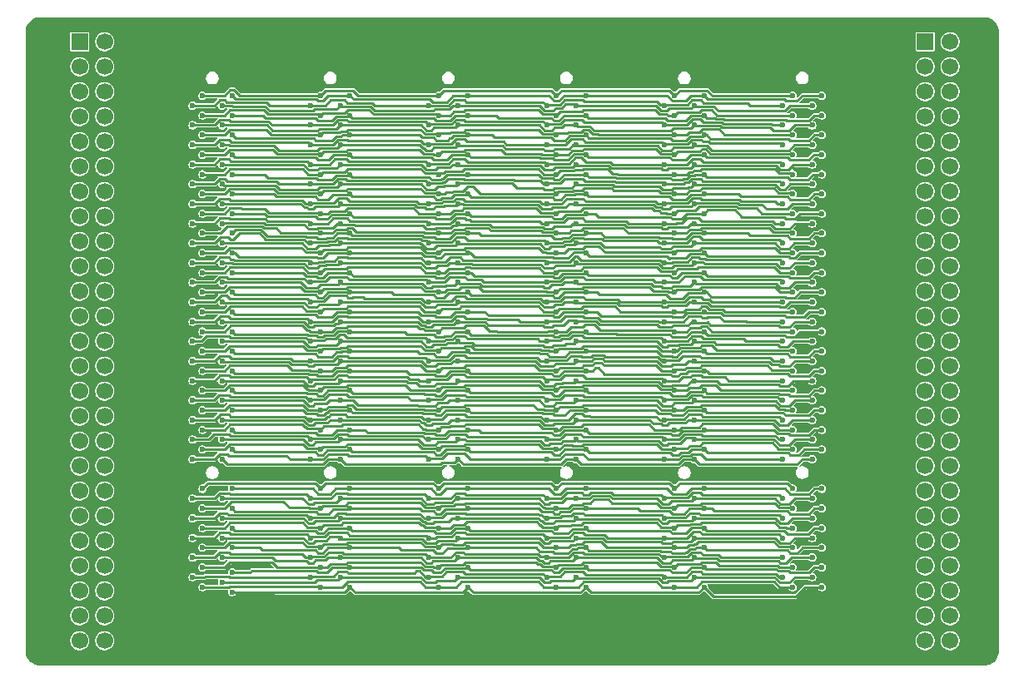
<source format=gbr>
%TF.GenerationSoftware,KiCad,Pcbnew,9.0.2+dfsg-1*%
%TF.CreationDate,2025-07-10T18:44:12+08:00*%
%TF.ProjectId,bp,62702e6b-6963-4616-945f-706362585858,rev?*%
%TF.SameCoordinates,Original*%
%TF.FileFunction,Copper,L2,Bot*%
%TF.FilePolarity,Positive*%
%FSLAX46Y46*%
G04 Gerber Fmt 4.6, Leading zero omitted, Abs format (unit mm)*
G04 Created by KiCad (PCBNEW 9.0.2+dfsg-1) date 2025-07-10 18:44:12*
%MOMM*%
%LPD*%
G01*
G04 APERTURE LIST*
%TA.AperFunction,ComponentPad*%
%ADD10R,1.700000X1.700000*%
%TD*%
%TA.AperFunction,ComponentPad*%
%ADD11C,1.700000*%
%TD*%
%TA.AperFunction,ViaPad*%
%ADD12C,0.600000*%
%TD*%
%TA.AperFunction,Conductor*%
%ADD13C,0.228600*%
%TD*%
G04 APERTURE END LIST*
D10*
%TO.P,J2,1,Pin_1*%
%TO.N,unconnected-(J2-Pin_1-Pad1)*%
X182000000Y-43000000D03*
D11*
%TO.P,J2,2,Pin_2*%
%TO.N,unconnected-(J2-Pin_2-Pad2)*%
X184540000Y-43000000D03*
%TO.P,J2,3,Pin_3*%
%TO.N,unconnected-(J2-Pin_3-Pad3)*%
X182000000Y-45540000D03*
%TO.P,J2,4,Pin_4*%
%TO.N,unconnected-(J2-Pin_4-Pad4)*%
X184540000Y-45540000D03*
%TO.P,J2,5,Pin_5*%
%TO.N,unconnected-(J2-Pin_5-Pad5)*%
X182000000Y-48080000D03*
%TO.P,J2,6,Pin_6*%
%TO.N,unconnected-(J2-Pin_6-Pad6)*%
X184540000Y-48080000D03*
%TO.P,J2,7,Pin_7*%
%TO.N,unconnected-(J2-Pin_7-Pad7)*%
X182000000Y-50620000D03*
%TO.P,J2,8,Pin_8*%
%TO.N,unconnected-(J2-Pin_8-Pad8)*%
X184540000Y-50620000D03*
%TO.P,J2,9,Pin_9*%
%TO.N,unconnected-(J2-Pin_9-Pad9)*%
X182000000Y-53160000D03*
%TO.P,J2,10,Pin_10*%
%TO.N,unconnected-(J2-Pin_10-Pad10)*%
X184540000Y-53160000D03*
%TO.P,J2,11,Pin_11*%
%TO.N,unconnected-(J2-Pin_11-Pad11)*%
X182000000Y-55700000D03*
%TO.P,J2,12,Pin_12*%
%TO.N,unconnected-(J2-Pin_12-Pad12)*%
X184540000Y-55700000D03*
%TO.P,J2,13,Pin_13*%
%TO.N,unconnected-(J2-Pin_13-Pad13)*%
X182000000Y-58240000D03*
%TO.P,J2,14,Pin_14*%
%TO.N,unconnected-(J2-Pin_14-Pad14)*%
X184540000Y-58240000D03*
%TO.P,J2,15,Pin_15*%
%TO.N,unconnected-(J2-Pin_15-Pad15)*%
X182000000Y-60780000D03*
%TO.P,J2,16,Pin_16*%
%TO.N,unconnected-(J2-Pin_16-Pad16)*%
X184540000Y-60780000D03*
%TO.P,J2,17,Pin_17*%
%TO.N,unconnected-(J2-Pin_17-Pad17)*%
X182000000Y-63320000D03*
%TO.P,J2,18,Pin_18*%
%TO.N,unconnected-(J2-Pin_18-Pad18)*%
X184540000Y-63320000D03*
%TO.P,J2,19,Pin_19*%
%TO.N,unconnected-(J2-Pin_19-Pad19)*%
X182000000Y-65860000D03*
%TO.P,J2,20,Pin_20*%
%TO.N,unconnected-(J2-Pin_20-Pad20)*%
X184540000Y-65860000D03*
%TO.P,J2,21,Pin_21*%
%TO.N,unconnected-(J2-Pin_21-Pad21)*%
X182000000Y-68400000D03*
%TO.P,J2,22,Pin_22*%
%TO.N,unconnected-(J2-Pin_22-Pad22)*%
X184540000Y-68400000D03*
%TO.P,J2,23,Pin_23*%
%TO.N,unconnected-(J2-Pin_23-Pad23)*%
X182000000Y-70940000D03*
%TO.P,J2,24,Pin_24*%
%TO.N,unconnected-(J2-Pin_24-Pad24)*%
X184540000Y-70940000D03*
%TO.P,J2,25,Pin_25*%
%TO.N,unconnected-(J2-Pin_25-Pad25)*%
X182000000Y-73480000D03*
%TO.P,J2,26,Pin_26*%
%TO.N,unconnected-(J2-Pin_26-Pad26)*%
X184540000Y-73480000D03*
%TO.P,J2,27,Pin_27*%
%TO.N,unconnected-(J2-Pin_27-Pad27)*%
X182000000Y-76020000D03*
%TO.P,J2,28,Pin_28*%
%TO.N,unconnected-(J2-Pin_28-Pad28)*%
X184540000Y-76020000D03*
%TO.P,J2,29,Pin_29*%
%TO.N,unconnected-(J2-Pin_29-Pad29)*%
X182000000Y-78560000D03*
%TO.P,J2,30,Pin_30*%
%TO.N,unconnected-(J2-Pin_30-Pad30)*%
X184540000Y-78560000D03*
%TO.P,J2,31,Pin_31*%
%TO.N,unconnected-(J2-Pin_31-Pad31)*%
X182000000Y-81100000D03*
%TO.P,J2,32,Pin_32*%
%TO.N,unconnected-(J2-Pin_32-Pad32)*%
X184540000Y-81100000D03*
%TO.P,J2,33,Pin_33*%
%TO.N,unconnected-(J2-Pin_33-Pad33)*%
X182000000Y-83640000D03*
%TO.P,J2,34,Pin_34*%
%TO.N,unconnected-(J2-Pin_34-Pad34)*%
X184540000Y-83640000D03*
%TO.P,J2,35,Pin_35*%
%TO.N,unconnected-(J2-Pin_35-Pad35)*%
X182000000Y-86180000D03*
%TO.P,J2,36,Pin_36*%
%TO.N,unconnected-(J2-Pin_36-Pad36)*%
X184540000Y-86180000D03*
%TO.P,J2,37,Pin_37*%
%TO.N,unconnected-(J2-Pin_37-Pad37)*%
X182000000Y-88720000D03*
%TO.P,J2,38,Pin_38*%
%TO.N,unconnected-(J2-Pin_38-Pad38)*%
X184540000Y-88720000D03*
%TO.P,J2,39,Pin_39*%
%TO.N,unconnected-(J2-Pin_39-Pad39)*%
X182000000Y-91260000D03*
%TO.P,J2,40,Pin_40*%
%TO.N,unconnected-(J2-Pin_40-Pad40)*%
X184540000Y-91260000D03*
%TO.P,J2,41,Pin_41*%
%TO.N,unconnected-(J2-Pin_41-Pad41)*%
X182000000Y-93800000D03*
%TO.P,J2,42,Pin_42*%
%TO.N,unconnected-(J2-Pin_42-Pad42)*%
X184540000Y-93800000D03*
%TO.P,J2,43,Pin_43*%
%TO.N,unconnected-(J2-Pin_43-Pad43)*%
X182000000Y-96340000D03*
%TO.P,J2,44,Pin_44*%
%TO.N,unconnected-(J2-Pin_44-Pad44)*%
X184540000Y-96340000D03*
%TO.P,J2,45,Pin_45*%
%TO.N,unconnected-(J2-Pin_45-Pad45)*%
X182000000Y-98880000D03*
%TO.P,J2,46,Pin_46*%
%TO.N,unconnected-(J2-Pin_46-Pad46)*%
X184540000Y-98880000D03*
%TO.P,J2,47,Pin_47*%
%TO.N,unconnected-(J2-Pin_47-Pad47)*%
X182000000Y-101420000D03*
%TO.P,J2,48,Pin_48*%
%TO.N,unconnected-(J2-Pin_48-Pad48)*%
X184540000Y-101420000D03*
%TO.P,J2,49,Pin_49*%
%TO.N,unconnected-(J2-Pin_49-Pad49)*%
X182000000Y-103960000D03*
%TO.P,J2,50,Pin_50*%
%TO.N,unconnected-(J2-Pin_50-Pad50)*%
X184540000Y-103960000D03*
%TD*%
D10*
%TO.P,J1,1,Pin_1*%
%TO.N,unconnected-(J1-Pin_1-Pad1)*%
X96000000Y-43000000D03*
D11*
%TO.P,J1,2,Pin_2*%
%TO.N,unconnected-(J1-Pin_2-Pad2)*%
X98540000Y-43000000D03*
%TO.P,J1,3,Pin_3*%
%TO.N,unconnected-(J1-Pin_3-Pad3)*%
X96000000Y-45540000D03*
%TO.P,J1,4,Pin_4*%
%TO.N,unconnected-(J1-Pin_4-Pad4)*%
X98540000Y-45540000D03*
%TO.P,J1,5,Pin_5*%
%TO.N,unconnected-(J1-Pin_5-Pad5)*%
X96000000Y-48080000D03*
%TO.P,J1,6,Pin_6*%
%TO.N,unconnected-(J1-Pin_6-Pad6)*%
X98540000Y-48080000D03*
%TO.P,J1,7,Pin_7*%
%TO.N,unconnected-(J1-Pin_7-Pad7)*%
X96000000Y-50620000D03*
%TO.P,J1,8,Pin_8*%
%TO.N,unconnected-(J1-Pin_8-Pad8)*%
X98540000Y-50620000D03*
%TO.P,J1,9,Pin_9*%
%TO.N,unconnected-(J1-Pin_9-Pad9)*%
X96000000Y-53160000D03*
%TO.P,J1,10,Pin_10*%
%TO.N,unconnected-(J1-Pin_10-Pad10)*%
X98540000Y-53160000D03*
%TO.P,J1,11,Pin_11*%
%TO.N,unconnected-(J1-Pin_11-Pad11)*%
X96000000Y-55700000D03*
%TO.P,J1,12,Pin_12*%
%TO.N,unconnected-(J1-Pin_12-Pad12)*%
X98540000Y-55700000D03*
%TO.P,J1,13,Pin_13*%
%TO.N,unconnected-(J1-Pin_13-Pad13)*%
X96000000Y-58240000D03*
%TO.P,J1,14,Pin_14*%
%TO.N,unconnected-(J1-Pin_14-Pad14)*%
X98540000Y-58240000D03*
%TO.P,J1,15,Pin_15*%
%TO.N,unconnected-(J1-Pin_15-Pad15)*%
X96000000Y-60780000D03*
%TO.P,J1,16,Pin_16*%
%TO.N,unconnected-(J1-Pin_16-Pad16)*%
X98540000Y-60780000D03*
%TO.P,J1,17,Pin_17*%
%TO.N,unconnected-(J1-Pin_17-Pad17)*%
X96000000Y-63320000D03*
%TO.P,J1,18,Pin_18*%
%TO.N,unconnected-(J1-Pin_18-Pad18)*%
X98540000Y-63320000D03*
%TO.P,J1,19,Pin_19*%
%TO.N,unconnected-(J1-Pin_19-Pad19)*%
X96000000Y-65860000D03*
%TO.P,J1,20,Pin_20*%
%TO.N,unconnected-(J1-Pin_20-Pad20)*%
X98540000Y-65860000D03*
%TO.P,J1,21,Pin_21*%
%TO.N,unconnected-(J1-Pin_21-Pad21)*%
X96000000Y-68400000D03*
%TO.P,J1,22,Pin_22*%
%TO.N,unconnected-(J1-Pin_22-Pad22)*%
X98540000Y-68400000D03*
%TO.P,J1,23,Pin_23*%
%TO.N,unconnected-(J1-Pin_23-Pad23)*%
X96000000Y-70940000D03*
%TO.P,J1,24,Pin_24*%
%TO.N,unconnected-(J1-Pin_24-Pad24)*%
X98540000Y-70940000D03*
%TO.P,J1,25,Pin_25*%
%TO.N,unconnected-(J1-Pin_25-Pad25)*%
X96000000Y-73480000D03*
%TO.P,J1,26,Pin_26*%
%TO.N,unconnected-(J1-Pin_26-Pad26)*%
X98540000Y-73480000D03*
%TO.P,J1,27,Pin_27*%
%TO.N,unconnected-(J1-Pin_27-Pad27)*%
X96000000Y-76020000D03*
%TO.P,J1,28,Pin_28*%
%TO.N,unconnected-(J1-Pin_28-Pad28)*%
X98540000Y-76020000D03*
%TO.P,J1,29,Pin_29*%
%TO.N,unconnected-(J1-Pin_29-Pad29)*%
X96000000Y-78560000D03*
%TO.P,J1,30,Pin_30*%
%TO.N,unconnected-(J1-Pin_30-Pad30)*%
X98540000Y-78560000D03*
%TO.P,J1,31,Pin_31*%
%TO.N,unconnected-(J1-Pin_31-Pad31)*%
X96000000Y-81100000D03*
%TO.P,J1,32,Pin_32*%
%TO.N,unconnected-(J1-Pin_32-Pad32)*%
X98540000Y-81100000D03*
%TO.P,J1,33,Pin_33*%
%TO.N,unconnected-(J1-Pin_33-Pad33)*%
X96000000Y-83640000D03*
%TO.P,J1,34,Pin_34*%
%TO.N,unconnected-(J1-Pin_34-Pad34)*%
X98540000Y-83640000D03*
%TO.P,J1,35,Pin_35*%
%TO.N,unconnected-(J1-Pin_35-Pad35)*%
X96000000Y-86180000D03*
%TO.P,J1,36,Pin_36*%
%TO.N,unconnected-(J1-Pin_36-Pad36)*%
X98540000Y-86180000D03*
%TO.P,J1,37,Pin_37*%
%TO.N,unconnected-(J1-Pin_37-Pad37)*%
X96000000Y-88720000D03*
%TO.P,J1,38,Pin_38*%
%TO.N,unconnected-(J1-Pin_38-Pad38)*%
X98540000Y-88720000D03*
%TO.P,J1,39,Pin_39*%
%TO.N,unconnected-(J1-Pin_39-Pad39)*%
X96000000Y-91260000D03*
%TO.P,J1,40,Pin_40*%
%TO.N,unconnected-(J1-Pin_40-Pad40)*%
X98540000Y-91260000D03*
%TO.P,J1,41,Pin_41*%
%TO.N,unconnected-(J1-Pin_41-Pad41)*%
X96000000Y-93800000D03*
%TO.P,J1,42,Pin_42*%
%TO.N,unconnected-(J1-Pin_42-Pad42)*%
X98540000Y-93800000D03*
%TO.P,J1,43,Pin_43*%
%TO.N,unconnected-(J1-Pin_43-Pad43)*%
X96000000Y-96340000D03*
%TO.P,J1,44,Pin_44*%
%TO.N,unconnected-(J1-Pin_44-Pad44)*%
X98540000Y-96340000D03*
%TO.P,J1,45,Pin_45*%
%TO.N,unconnected-(J1-Pin_45-Pad45)*%
X96000000Y-98880000D03*
%TO.P,J1,46,Pin_46*%
%TO.N,unconnected-(J1-Pin_46-Pad46)*%
X98540000Y-98880000D03*
%TO.P,J1,47,Pin_47*%
%TO.N,unconnected-(J1-Pin_47-Pad47)*%
X96000000Y-101420000D03*
%TO.P,J1,48,Pin_48*%
%TO.N,unconnected-(J1-Pin_48-Pad48)*%
X98540000Y-101420000D03*
%TO.P,J1,49,Pin_49*%
%TO.N,unconnected-(J1-Pin_49-Pad49)*%
X96000000Y-103960000D03*
%TO.P,J1,50,Pin_50*%
%TO.N,unconnected-(J1-Pin_50-Pad50)*%
X98540000Y-103960000D03*
%TD*%
D12*
%TO.N,B1*%
X135500000Y-98500000D03*
X159500000Y-98500000D03*
X171500000Y-98500000D03*
X123500000Y-98500000D03*
X147500000Y-98500000D03*
X111500000Y-99000000D03*
%TO.N,B44*%
X110500000Y-53500000D03*
X158500000Y-53500000D03*
X170500000Y-53500000D03*
X134500000Y-53500000D03*
X122500000Y-53500000D03*
X146500000Y-53500000D03*
%TO.N,A24*%
X107500000Y-73500000D03*
X155500000Y-73500000D03*
X167500000Y-73500000D03*
X131500000Y-73500000D03*
X119500000Y-73500000D03*
X143500000Y-73500000D03*
%TO.N,B4*%
X110500000Y-95500000D03*
X122500000Y-95500000D03*
X134500000Y-95500000D03*
X170500000Y-95500000D03*
X158500000Y-95500000D03*
X146500000Y-95500000D03*
%TO.N,A30*%
X107500000Y-67500000D03*
X143500000Y-67500000D03*
X155500000Y-67500000D03*
X131500000Y-67500000D03*
X167500000Y-67500000D03*
X119500000Y-67500000D03*
%TO.N,B6*%
X110500000Y-93500000D03*
X134500000Y-93500000D03*
X170500000Y-93500000D03*
X146500000Y-93500000D03*
X158500000Y-93500000D03*
X122500000Y-93500000D03*
%TO.N,A23*%
X144500000Y-74500000D03*
X108500000Y-74500000D03*
X120500000Y-74500000D03*
X132500000Y-74500000D03*
X156500000Y-74500000D03*
X168500000Y-74500000D03*
%TO.N,A35*%
X168500000Y-62500000D03*
X120500000Y-62500000D03*
X132500000Y-62500000D03*
X108500000Y-62500000D03*
X144500000Y-62500000D03*
X156500000Y-62500000D03*
%TO.N,B43*%
X159500000Y-54500000D03*
X123500000Y-54500000D03*
X147500000Y-54500000D03*
X171500000Y-54500000D03*
X111500000Y-54500000D03*
X135500000Y-54500000D03*
%TO.N,B29*%
X123500000Y-68500000D03*
X135500000Y-68500000D03*
X171500000Y-68500000D03*
X111500000Y-68500000D03*
X159500000Y-68500000D03*
X147500000Y-68500000D03*
%TO.N,B40*%
X146500000Y-57500000D03*
X170500000Y-57500000D03*
X122500000Y-57500000D03*
X110500000Y-57500000D03*
X158500000Y-57500000D03*
X134500000Y-57500000D03*
%TO.N,A45*%
X168500000Y-52500000D03*
X156500000Y-52500000D03*
X120500000Y-52500000D03*
X132500000Y-52500000D03*
X144500000Y-52500000D03*
X108500000Y-52500000D03*
%TO.N,B12*%
X170500000Y-85500000D03*
X122500000Y-85500000D03*
X146500000Y-85500000D03*
X134500000Y-85500000D03*
X110500000Y-85500000D03*
X158500000Y-85500000D03*
%TO.N,B9*%
X171500000Y-90500000D03*
X159500000Y-90500000D03*
X123500000Y-90500000D03*
X147500000Y-90500000D03*
X135500000Y-90500000D03*
X111500000Y-90500000D03*
%TO.N,A41*%
X132500000Y-56500000D03*
X168500000Y-56500000D03*
X120500000Y-56500000D03*
X108500000Y-56500000D03*
X144500000Y-56500000D03*
X156500000Y-56500000D03*
%TO.N,B20*%
X122500000Y-77500000D03*
X110500000Y-77500000D03*
X170500000Y-77500000D03*
X134500000Y-77500000D03*
X146500000Y-77500000D03*
X158500000Y-77500000D03*
%TO.N,A49*%
X168500000Y-48500000D03*
X144500000Y-48500000D03*
X108500000Y-48500000D03*
X120500000Y-48500000D03*
X156500000Y-48500000D03*
X132500000Y-48500000D03*
%TO.N,A5*%
X120500000Y-94500000D03*
X132500000Y-94500000D03*
X144500000Y-94500000D03*
X156500000Y-94500000D03*
X168500000Y-94500000D03*
X108500000Y-94500000D03*
%TO.N,A25*%
X120500000Y-72500000D03*
X108500000Y-72500000D03*
X168500000Y-72500000D03*
X156500000Y-72500000D03*
X132500000Y-72500000D03*
X144500000Y-72500000D03*
%TO.N,A28*%
X155500000Y-69500000D03*
X131500000Y-69500000D03*
X143500000Y-69500000D03*
X167500000Y-69500000D03*
X119500000Y-69500000D03*
X107500000Y-69500000D03*
%TO.N,A6*%
X143500000Y-93500000D03*
X155500000Y-93500000D03*
X107500000Y-93500000D03*
X131500000Y-93500000D03*
X119500000Y-93500000D03*
X167500000Y-93500000D03*
%TO.N,A44*%
X119500000Y-53500000D03*
X155500000Y-53500000D03*
X167500000Y-53500000D03*
X143500000Y-53500000D03*
X107500000Y-53500000D03*
X131500000Y-53500000D03*
%TO.N,A4*%
X119500000Y-95500000D03*
X131500000Y-95500000D03*
X167500000Y-95500000D03*
X107500000Y-95500000D03*
X143500000Y-95500000D03*
X155500000Y-95500000D03*
%TO.N,A46*%
X167500000Y-51500000D03*
X131500000Y-51500000D03*
X119500000Y-51500000D03*
X107500000Y-51500000D03*
X155500000Y-51500000D03*
X143500000Y-51500000D03*
%TO.N,A39*%
X132500000Y-58500000D03*
X108500000Y-58500000D03*
X144500000Y-58500000D03*
X168500000Y-58500000D03*
X156500000Y-58500000D03*
X120500000Y-58500000D03*
%TO.N,B41*%
X171500000Y-56500000D03*
X111500000Y-56500000D03*
X135500000Y-56500000D03*
X123500000Y-56500000D03*
X147500000Y-56500000D03*
X159500000Y-56500000D03*
%TO.N,A11*%
X144500000Y-88500000D03*
X108500000Y-88500000D03*
X132500000Y-88500000D03*
X156500000Y-88500000D03*
X168500000Y-88500000D03*
X120500000Y-88500000D03*
%TO.N,A31*%
X144500000Y-66500000D03*
X108500000Y-66500000D03*
X120500000Y-66500000D03*
X132500000Y-66500000D03*
X156500000Y-66500000D03*
X168500000Y-66500000D03*
%TO.N,B18*%
X134500000Y-79500000D03*
X170500000Y-79500000D03*
X158500000Y-79500000D03*
X146500000Y-79500000D03*
X110500000Y-79500000D03*
X122500000Y-79500000D03*
%TO.N,B3*%
X159500000Y-96500000D03*
X111500000Y-97000000D03*
X147500000Y-96500000D03*
X135500000Y-96500000D03*
X123500000Y-96500000D03*
X171500000Y-96500000D03*
%TO.N,B24*%
X170500000Y-73500000D03*
X134500000Y-73500000D03*
X122500000Y-73500000D03*
X110500000Y-73500000D03*
X146500000Y-73500000D03*
X158500000Y-73500000D03*
%TO.N,B23*%
X171500000Y-74500000D03*
X135500000Y-74500000D03*
X147500000Y-74500000D03*
X123500000Y-74500000D03*
X111500000Y-74500000D03*
X159500000Y-74500000D03*
%TO.N,A15*%
X132500000Y-82500000D03*
X108500000Y-82500000D03*
X168500000Y-82500000D03*
X120500000Y-82500000D03*
X144500000Y-82500000D03*
X156500000Y-82500000D03*
%TO.N,B32*%
X146500000Y-65500000D03*
X110500000Y-65500000D03*
X158500000Y-65500000D03*
X134500000Y-65500000D03*
X170500000Y-65500000D03*
X122500000Y-65500000D03*
%TO.N,B42*%
X122500000Y-55500000D03*
X170500000Y-55500000D03*
X110500000Y-55500000D03*
X134500000Y-55500000D03*
X146500000Y-55500000D03*
X158500000Y-55500000D03*
%TO.N,A8*%
X131500000Y-91500000D03*
X107500000Y-91500000D03*
X167500000Y-91500000D03*
X155500000Y-91500000D03*
X143500000Y-91500000D03*
X119500000Y-91500000D03*
%TO.N,B35*%
X171500000Y-62500000D03*
X159500000Y-62500000D03*
X111500000Y-62500000D03*
X123500000Y-62500000D03*
X135500000Y-62500000D03*
X147500000Y-62500000D03*
%TO.N,A48*%
X143500000Y-49500000D03*
X119500000Y-49500000D03*
X131500000Y-49500000D03*
X155500000Y-49500000D03*
X107500000Y-49500000D03*
X167500000Y-49500000D03*
%TO.N,A9*%
X108500000Y-90500000D03*
X144500000Y-90500000D03*
X120500000Y-90500000D03*
X168500000Y-90500000D03*
X132500000Y-90500000D03*
X156500000Y-90500000D03*
%TO.N,A17*%
X120500000Y-80500000D03*
X108500000Y-80500000D03*
X144500000Y-80500000D03*
X168500000Y-80500000D03*
X156500000Y-80500000D03*
X132500000Y-80500000D03*
%TO.N,B28*%
X170500000Y-69500000D03*
X122500000Y-69500000D03*
X146500000Y-69500000D03*
X110500000Y-69500000D03*
X158500000Y-69500000D03*
X134500000Y-69500000D03*
%TO.N,B19*%
X123500000Y-78500000D03*
X135500000Y-78500000D03*
X171500000Y-78500000D03*
X147500000Y-78500000D03*
X111500000Y-78500000D03*
X159500000Y-78500000D03*
%TO.N,B5*%
X123500000Y-94500000D03*
X147500000Y-94500000D03*
X171500000Y-94500000D03*
X111500000Y-94500000D03*
X135500000Y-94500000D03*
X159500000Y-94500000D03*
%TO.N,B48*%
X134500000Y-49500000D03*
X122500000Y-49500000D03*
X158500000Y-49500000D03*
X110500000Y-49500000D03*
X146500000Y-49500000D03*
X170500000Y-49500000D03*
%TO.N,A7*%
X168500000Y-92500000D03*
X120500000Y-92500000D03*
X156500000Y-92500000D03*
X144500000Y-92500000D03*
X132500000Y-92500000D03*
X108500000Y-92500000D03*
%TO.N,B2*%
X122500000Y-97500000D03*
X134500000Y-97500000D03*
X110500000Y-98000000D03*
X170500000Y-97500000D03*
X146500000Y-97500000D03*
X158500000Y-97500000D03*
%TO.N,GND*%
X145500000Y-104000000D03*
X133500000Y-104000000D03*
X145500000Y-43000000D03*
X121500000Y-43000000D03*
X169500000Y-43000000D03*
X109500000Y-104000000D03*
X169500000Y-104000000D03*
X109500000Y-43000000D03*
X121500000Y-104000000D03*
X157500000Y-104000000D03*
X133500000Y-43000000D03*
X157500000Y-43000000D03*
%TO.N,B46*%
X170500000Y-51500000D03*
X110500000Y-51500000D03*
X158500000Y-51500000D03*
X146500000Y-51500000D03*
X134500000Y-51500000D03*
X122500000Y-51500000D03*
%TO.N,B36*%
X158500000Y-61500000D03*
X122500000Y-61500000D03*
X110500000Y-61500000D03*
X134500000Y-61500000D03*
X170500000Y-61500000D03*
X146500000Y-61500000D03*
%TO.N,A13*%
X120500000Y-84500000D03*
X108500000Y-84500000D03*
X168500000Y-84500000D03*
X132500000Y-84500000D03*
X144500000Y-84500000D03*
X156500000Y-84500000D03*
%TO.N,B39*%
X111500000Y-58500000D03*
X147500000Y-58500000D03*
X135500000Y-58500000D03*
X123500000Y-58500000D03*
X171500000Y-58500000D03*
X159500000Y-58500000D03*
%TO.N,A37*%
X120500000Y-60500000D03*
X144500000Y-60500000D03*
X132500000Y-60500000D03*
X156500000Y-60500000D03*
X108500000Y-60500000D03*
X168500000Y-60500000D03*
%TO.N,A22*%
X131500000Y-75500000D03*
X167500000Y-75500000D03*
X155500000Y-75500000D03*
X107500000Y-75500000D03*
X119500000Y-75500000D03*
X143500000Y-75500000D03*
%TO.N,B34*%
X134500000Y-63500000D03*
X110500000Y-63500000D03*
X146500000Y-63500000D03*
X158500000Y-63500000D03*
X170500000Y-63500000D03*
X122500000Y-63500000D03*
%TO.N,B8*%
X170500000Y-91500000D03*
X158500000Y-91500000D03*
X122500000Y-91500000D03*
X134500000Y-91500000D03*
X146500000Y-91500000D03*
X110500000Y-91500000D03*
%TO.N,A42*%
X143500000Y-55500000D03*
X167500000Y-55500000D03*
X119500000Y-55500000D03*
X155500000Y-55500000D03*
X107500000Y-55500000D03*
X131500000Y-55500000D03*
%TO.N,B15*%
X147500000Y-82500000D03*
X123500000Y-82500000D03*
X135500000Y-82500000D03*
X159500000Y-82500000D03*
X111500000Y-82500000D03*
X171500000Y-82500000D03*
%TO.N,A19*%
X144500000Y-78500000D03*
X108500000Y-78500000D03*
X120500000Y-78500000D03*
X168500000Y-78500000D03*
X156500000Y-78500000D03*
X132500000Y-78500000D03*
%TO.N,B47*%
X111500000Y-50500000D03*
X123500000Y-50500000D03*
X147500000Y-50500000D03*
X159500000Y-50500000D03*
X135500000Y-50500000D03*
X171500000Y-50500000D03*
%TO.N,B11*%
X111500000Y-88500000D03*
X159500000Y-88500000D03*
X123500000Y-88500000D03*
X147500000Y-88500000D03*
X135500000Y-88500000D03*
X171500000Y-88500000D03*
%TO.N,A12*%
X167500000Y-85500000D03*
X107500000Y-85500000D03*
X155500000Y-85500000D03*
X143500000Y-85500000D03*
X119500000Y-85500000D03*
X131500000Y-85500000D03*
%TO.N,A27*%
X168500000Y-70500000D03*
X132500000Y-70500000D03*
X120500000Y-70500000D03*
X156500000Y-70500000D03*
X144500000Y-70500000D03*
X108500000Y-70500000D03*
%TO.N,A47*%
X132500000Y-50500000D03*
X156500000Y-50500000D03*
X108500000Y-50500000D03*
X144500000Y-50500000D03*
X120500000Y-50500000D03*
X168500000Y-50500000D03*
%TO.N,B38*%
X158500000Y-59500000D03*
X170500000Y-59500000D03*
X134500000Y-59500000D03*
X110500000Y-59500000D03*
X146500000Y-59500000D03*
X122500000Y-59500000D03*
%TO.N,A33*%
X144500000Y-64500000D03*
X108500000Y-64500000D03*
X132500000Y-64500000D03*
X120500000Y-64500000D03*
X156500000Y-64500000D03*
X168500000Y-64500000D03*
%TO.N,B33*%
X135500000Y-64500000D03*
X123500000Y-64500000D03*
X159500000Y-64500000D03*
X111500000Y-64500000D03*
X171500000Y-64500000D03*
X147500000Y-64500000D03*
%TO.N,A32*%
X119500000Y-65500000D03*
X155500000Y-65500000D03*
X107500000Y-65500000D03*
X131500000Y-65500000D03*
X143500000Y-65500000D03*
X167500000Y-65500000D03*
%TO.N,B30*%
X146500000Y-67500000D03*
X134500000Y-67500000D03*
X110500000Y-67500000D03*
X158500000Y-67500000D03*
X170500000Y-67500000D03*
X122500000Y-67500000D03*
%TO.N,B17*%
X111500000Y-80500000D03*
X147500000Y-80500000D03*
X159500000Y-80500000D03*
X135500000Y-80500000D03*
X171500000Y-80500000D03*
X123500000Y-80500000D03*
%TO.N,A21*%
X120500000Y-76500000D03*
X156500000Y-76500000D03*
X144500000Y-76500000D03*
X168500000Y-76500000D03*
X108500000Y-76500000D03*
X132500000Y-76500000D03*
%TO.N,B22*%
X134500000Y-75500000D03*
X146500000Y-75500000D03*
X110500000Y-75500000D03*
X158500000Y-75500000D03*
X122500000Y-75500000D03*
X170500000Y-75500000D03*
%TO.N,B7*%
X159500000Y-92500000D03*
X171500000Y-92500000D03*
X147500000Y-92500000D03*
X135500000Y-92500000D03*
X123500000Y-92500000D03*
X111500000Y-92500000D03*
%TO.N,B21*%
X111500000Y-76500000D03*
X123500000Y-76500000D03*
X159500000Y-76500000D03*
X147500000Y-76500000D03*
X171500000Y-76500000D03*
X135500000Y-76500000D03*
%TO.N,B37*%
X123500000Y-60500000D03*
X111500000Y-60500000D03*
X135500000Y-60500000D03*
X159500000Y-60500000D03*
X147500000Y-60500000D03*
X171500000Y-60500000D03*
%TO.N,A38*%
X143500000Y-59500000D03*
X131500000Y-59500000D03*
X107500000Y-59500000D03*
X167500000Y-59500000D03*
X155500000Y-59500000D03*
X119500000Y-59500000D03*
%TO.N,A1*%
X132500000Y-98500000D03*
X144500000Y-98500000D03*
X120500000Y-98500000D03*
X168500000Y-98500000D03*
X108500000Y-98500000D03*
X156500000Y-98500000D03*
%TO.N,B16*%
X146500000Y-81500000D03*
X110500000Y-81500000D03*
X134500000Y-81500000D03*
X170500000Y-81500000D03*
X122500000Y-81500000D03*
X158500000Y-81500000D03*
%TO.N,A18*%
X167500000Y-79500000D03*
X155500000Y-79500000D03*
X131500000Y-79500000D03*
X107500000Y-79500000D03*
X143500000Y-79500000D03*
X119500000Y-79500000D03*
%TO.N,B45*%
X147500000Y-52500000D03*
X159500000Y-52500000D03*
X135500000Y-52500000D03*
X123500000Y-52500000D03*
X171500000Y-52500000D03*
X111500000Y-52500000D03*
%TO.N,A10*%
X167500000Y-89500000D03*
X143500000Y-89500000D03*
X155500000Y-89500000D03*
X131500000Y-89500000D03*
X119500000Y-89500000D03*
X107500000Y-89500000D03*
%TO.N,B49*%
X147500000Y-48500000D03*
X123500000Y-48500000D03*
X171500000Y-48500000D03*
X159500000Y-48500000D03*
X135500000Y-48500000D03*
X111500000Y-48500000D03*
%TO.N,A43*%
X132500000Y-54500000D03*
X168500000Y-54500000D03*
X156500000Y-54500000D03*
X120500000Y-54500000D03*
X144500000Y-54500000D03*
X108500000Y-54500000D03*
%TO.N,B10*%
X110500000Y-89500000D03*
X134500000Y-89500000D03*
X122500000Y-89500000D03*
X158500000Y-89500000D03*
X170500000Y-89500000D03*
X146500000Y-89500000D03*
%TO.N,A34*%
X143500000Y-63500000D03*
X167500000Y-63500000D03*
X119500000Y-63500000D03*
X155500000Y-63500000D03*
X131500000Y-63500000D03*
X107500000Y-63500000D03*
%TO.N,A26*%
X155500000Y-71500000D03*
X119500000Y-71500000D03*
X107500000Y-71500000D03*
X131500000Y-71500000D03*
X143500000Y-71500000D03*
X167500000Y-71500000D03*
%TO.N,B27*%
X111500000Y-70500000D03*
X171500000Y-70500000D03*
X123500000Y-70500000D03*
X159500000Y-70500000D03*
X147500000Y-70500000D03*
X135500000Y-70500000D03*
%TO.N,A16*%
X131500000Y-81500000D03*
X167500000Y-81500000D03*
X107500000Y-81500000D03*
X143500000Y-81500000D03*
X119500000Y-81500000D03*
X155500000Y-81500000D03*
%TO.N,A29*%
X168500000Y-68500000D03*
X144500000Y-68500000D03*
X120500000Y-68500000D03*
X156500000Y-68500000D03*
X132500000Y-68500000D03*
X108500000Y-68500000D03*
%TO.N,B14*%
X122500000Y-83500000D03*
X146500000Y-83500000D03*
X158500000Y-83500000D03*
X170500000Y-83500000D03*
X110500000Y-83500000D03*
X134500000Y-83500000D03*
%TO.N,B31*%
X111500000Y-66500000D03*
X159500000Y-66500000D03*
X123500000Y-66500000D03*
X147500000Y-66500000D03*
X171500000Y-66500000D03*
X135500000Y-66500000D03*
%TO.N,A40*%
X107500000Y-57500000D03*
X155500000Y-57500000D03*
X119500000Y-57500000D03*
X131500000Y-57500000D03*
X143500000Y-57500000D03*
X167500000Y-57500000D03*
%TO.N,B25*%
X111500000Y-72500000D03*
X159500000Y-72500000D03*
X147500000Y-72500000D03*
X171500000Y-72500000D03*
X135500000Y-72500000D03*
X123500000Y-72500000D03*
%TO.N,B13*%
X171500000Y-84500000D03*
X123500000Y-84500000D03*
X147500000Y-84500000D03*
X135500000Y-84500000D03*
X111500000Y-84500000D03*
X159500000Y-84500000D03*
%TO.N,A2*%
X107500000Y-97500000D03*
X167500000Y-97500000D03*
X155500000Y-97500000D03*
X143500000Y-97500000D03*
X119500000Y-97500000D03*
X131500000Y-97500000D03*
%TO.N,A14*%
X167500000Y-83500000D03*
X107500000Y-83500000D03*
X143500000Y-83500000D03*
X155500000Y-83500000D03*
X119500000Y-83500000D03*
X131500000Y-83500000D03*
%TO.N,B26*%
X122500000Y-71500000D03*
X134500000Y-71500000D03*
X158500000Y-71500000D03*
X110500000Y-71500000D03*
X146500000Y-71500000D03*
X170500000Y-71500000D03*
%TO.N,A20*%
X107500000Y-77500000D03*
X119500000Y-77500000D03*
X143500000Y-77500000D03*
X155500000Y-77500000D03*
X167500000Y-77500000D03*
X131500000Y-77500000D03*
%TO.N,A36*%
X119500000Y-61500000D03*
X143500000Y-61500000D03*
X131500000Y-61500000D03*
X107500000Y-61500000D03*
X167500000Y-61500000D03*
X155500000Y-61500000D03*
%TO.N,A3*%
X144500000Y-96500000D03*
X108500000Y-96500000D03*
X168500000Y-96500000D03*
X156500000Y-96500000D03*
X120500000Y-96500000D03*
X132500000Y-96500000D03*
%TD*%
D13*
%TO.N,B1*%
X146957700Y-99042300D02*
X147500000Y-98500000D01*
X147500000Y-98500000D02*
X148042300Y-99042300D01*
X135500000Y-98500000D02*
X136042300Y-99042300D01*
X134957700Y-99042300D02*
X135500000Y-98500000D01*
X158957700Y-99042300D02*
X159500000Y-98500000D01*
X111500000Y-99000000D02*
X115957700Y-99000000D01*
X169790000Y-98500000D02*
X168830000Y-99460000D01*
X115957700Y-99000000D02*
X116000000Y-99042300D01*
X122957700Y-99042300D02*
X123500000Y-98500000D01*
X148042300Y-99042300D02*
X158957700Y-99042300D01*
X171500000Y-98500000D02*
X169790000Y-98500000D01*
X136042300Y-99042300D02*
X146957700Y-99042300D01*
X124042300Y-99042300D02*
X134957700Y-99042300D01*
X116000000Y-99042300D02*
X122957700Y-99042300D01*
X160460000Y-99460000D02*
X168830000Y-99460000D01*
X123500000Y-98500000D02*
X124042300Y-99042300D01*
X159500000Y-98500000D02*
X160460000Y-99460000D01*
%TO.N,B44*%
X120399871Y-53833200D02*
X122166800Y-53833200D01*
X143166536Y-53933465D02*
X143275371Y-54042300D01*
X147141377Y-53588800D02*
X154794588Y-53588800D01*
X134245499Y-53754501D02*
X134500000Y-53500000D01*
X158544400Y-53544400D02*
X159814223Y-53544400D01*
X116240886Y-54042300D02*
X120190771Y-54042300D01*
X131275371Y-54042300D02*
X131724629Y-54042300D01*
X120190771Y-54042300D02*
X120399871Y-53833200D01*
X160313123Y-54043300D02*
X168156700Y-54043300D01*
X156402000Y-53753500D02*
X158246500Y-53753500D01*
X168156700Y-54043300D02*
X168700000Y-53500000D01*
X111268800Y-53568800D02*
X115767386Y-53568800D01*
X158246500Y-53753500D02*
X158500000Y-53500000D01*
X139004994Y-53602100D02*
X139336359Y-53933465D01*
X156113200Y-54042300D02*
X156402000Y-53753500D01*
X110500000Y-53500000D02*
X111200000Y-53500000D01*
X158500000Y-53500000D02*
X158544400Y-53544400D01*
X130598586Y-53500000D02*
X130888386Y-53789800D01*
X131022871Y-53789800D02*
X131275371Y-54042300D01*
X154794588Y-53588800D02*
X155248088Y-54042300D01*
X146191318Y-53500000D02*
X146500000Y-53500000D01*
X147128077Y-53602100D02*
X147141377Y-53588800D01*
X144333071Y-53900000D02*
X145791318Y-53900000D01*
X146602100Y-53602100D02*
X147128077Y-53602100D01*
X131724629Y-54042300D02*
X132012428Y-53754501D01*
X134500000Y-53500000D02*
X134602100Y-53602100D01*
X145791318Y-53900000D02*
X146191318Y-53500000D01*
X155248088Y-54042300D02*
X156113200Y-54042300D01*
X115767386Y-53568800D02*
X116240886Y-54042300D01*
X134602100Y-53602100D02*
X139004994Y-53602100D01*
X139336359Y-53933465D02*
X143166536Y-53933465D01*
X122500000Y-53500000D02*
X130598586Y-53500000D01*
X111200000Y-53500000D02*
X111268800Y-53568800D01*
X132012428Y-53754501D02*
X134245499Y-53754501D01*
X146500000Y-53500000D02*
X146602100Y-53602100D01*
X144190771Y-54042300D02*
X144333071Y-53900000D01*
X130888386Y-53789800D02*
X131022871Y-53789800D01*
X122166800Y-53833200D02*
X122500000Y-53500000D01*
X168700000Y-53500000D02*
X170500000Y-53500000D01*
X143275371Y-54042300D02*
X144190771Y-54042300D01*
X159814223Y-53544400D02*
X160313123Y-54043300D01*
%TO.N,A24*%
X136082288Y-73246500D02*
X136090188Y-73254400D01*
X167433200Y-73433200D02*
X167500000Y-73500000D01*
X107500000Y-73500000D02*
X108400000Y-73500000D01*
X155144400Y-73144400D02*
X155500000Y-73500000D01*
X145057623Y-73212200D02*
X145789215Y-73212200D01*
X123244400Y-73144400D02*
X131144400Y-73144400D01*
X146147295Y-72854120D02*
X147053326Y-72854120D01*
X155500000Y-73500000D02*
X156758247Y-73500000D01*
X135157700Y-72957700D02*
X135446500Y-73246500D01*
X122901000Y-72801000D02*
X123244400Y-73144400D01*
X111377471Y-73144400D02*
X119007294Y-73144400D01*
X156825047Y-73433200D02*
X157799871Y-73433200D01*
X156758247Y-73500000D02*
X156825047Y-73433200D01*
X159696906Y-73199800D02*
X159709306Y-73212200D01*
X143500000Y-73500000D02*
X143602100Y-73397900D01*
X159709306Y-73212200D02*
X163548694Y-73212200D01*
X157799871Y-73433200D02*
X158275371Y-72957700D01*
X135446500Y-73246500D02*
X136082288Y-73246500D01*
X122433485Y-72801000D02*
X122901000Y-72801000D01*
X131500000Y-73500000D02*
X131566800Y-73433200D01*
X147053326Y-72854120D02*
X147343606Y-73144400D01*
X159432871Y-73199800D02*
X159696906Y-73199800D01*
X134275371Y-72957700D02*
X135157700Y-72957700D01*
X133125224Y-73433200D02*
X133230824Y-73327600D01*
X131566800Y-73433200D02*
X133125224Y-73433200D01*
X133230824Y-73327600D02*
X133905471Y-73327600D01*
X121057623Y-73212200D02*
X122022285Y-73212200D01*
X119602100Y-73397900D02*
X120871923Y-73397900D01*
X143602100Y-73397900D02*
X144871923Y-73397900D01*
X145789215Y-73212200D02*
X146147295Y-72854120D01*
X120871923Y-73397900D02*
X121057623Y-73212200D01*
X147343606Y-73144400D02*
X155144400Y-73144400D01*
X108400000Y-73500000D02*
X108942300Y-72957700D01*
X119362894Y-73500000D02*
X119500000Y-73500000D01*
X142802894Y-73500000D02*
X143500000Y-73500000D01*
X144871923Y-73397900D02*
X145057623Y-73212200D01*
X119007294Y-73144400D02*
X119362894Y-73500000D01*
X111190771Y-72957700D02*
X111377471Y-73144400D01*
X163769694Y-73433200D02*
X167433200Y-73433200D01*
X142557294Y-73254400D02*
X142802894Y-73500000D01*
X136090188Y-73254400D02*
X142557294Y-73254400D01*
X159190771Y-72957700D02*
X159432871Y-73199800D01*
X119500000Y-73500000D02*
X119602100Y-73397900D01*
X158275371Y-72957700D02*
X159190771Y-72957700D01*
X163548694Y-73212200D02*
X163769694Y-73433200D01*
X133905471Y-73327600D02*
X134275371Y-72957700D01*
X131144400Y-73144400D02*
X131500000Y-73500000D01*
X108942300Y-72957700D02*
X111190771Y-72957700D01*
X122022285Y-73212200D02*
X122433485Y-72801000D01*
%TO.N,B4*%
X121272717Y-95500000D02*
X122500000Y-95500000D01*
X161085282Y-95856600D02*
X167089671Y-95856600D01*
X168410000Y-95500000D02*
X170500000Y-95500000D01*
X143724629Y-96042300D02*
X143910329Y-95856600D01*
X154733071Y-95500000D02*
X155275371Y-96042300D01*
X134143400Y-95856600D02*
X134500000Y-95500000D01*
X156027128Y-96042300D02*
X156312928Y-95756500D01*
X120012429Y-95754500D02*
X120742606Y-95754500D01*
X146500000Y-95500000D02*
X154733071Y-95500000D01*
X167089671Y-95856600D02*
X167275371Y-96042300D01*
X155275371Y-96042300D02*
X156027128Y-96042300D01*
X115959494Y-95856600D02*
X119089671Y-95856600D01*
X146143400Y-95856600D02*
X146500000Y-95500000D01*
X115602894Y-95500000D02*
X115959494Y-95856600D01*
X120743606Y-95753500D02*
X121019217Y-95753500D01*
X134500000Y-95500000D02*
X142447172Y-95500000D01*
X167867700Y-96042300D02*
X168410000Y-95500000D01*
X131724629Y-96042300D02*
X131910329Y-95856600D01*
X130733071Y-95500000D02*
X131275371Y-96042300D01*
X167275371Y-96042300D02*
X167867700Y-96042300D01*
X156312928Y-95756500D02*
X158243500Y-95756500D01*
X131275371Y-96042300D02*
X131724629Y-96042300D01*
X119089671Y-95856600D02*
X119275371Y-96042300D01*
X142447172Y-95500000D02*
X142736972Y-95789800D01*
X158602100Y-95602100D02*
X160830782Y-95602100D01*
X131910329Y-95856600D02*
X134143400Y-95856600D01*
X158243500Y-95756500D02*
X158500000Y-95500000D01*
X121019217Y-95753500D02*
X121272717Y-95500000D01*
X120742606Y-95754500D02*
X120743606Y-95753500D01*
X119275371Y-96042300D02*
X119724629Y-96042300D01*
X158500000Y-95500000D02*
X158602100Y-95602100D01*
X143275371Y-96042300D02*
X143724629Y-96042300D01*
X122500000Y-95500000D02*
X130733071Y-95500000D01*
X143022871Y-95789800D02*
X143275371Y-96042300D01*
X119724629Y-96042300D02*
X120012429Y-95754500D01*
X143910329Y-95856600D02*
X146143400Y-95856600D01*
X142736972Y-95789800D02*
X143022871Y-95789800D01*
X160830782Y-95602100D02*
X161085282Y-95856600D01*
X110500000Y-95500000D02*
X115602894Y-95500000D01*
%TO.N,A30*%
X159479571Y-67246500D02*
X167246500Y-67246500D01*
X119500000Y-67500000D02*
X119602100Y-67397900D01*
X133114200Y-67500000D02*
X133656500Y-66957700D01*
X147191671Y-66958600D02*
X147479571Y-67246500D01*
X135190771Y-66957700D02*
X135479571Y-67246500D01*
X147479571Y-67246500D02*
X154255182Y-67246500D01*
X143602100Y-67397900D02*
X144871923Y-67397900D01*
X119202894Y-67500000D02*
X119500000Y-67500000D01*
X118847294Y-67144400D02*
X119202894Y-67500000D01*
X154255182Y-67246500D02*
X154508682Y-67500000D01*
X143500000Y-67500000D02*
X143602100Y-67397900D01*
X136852288Y-67246500D02*
X137105788Y-67500000D01*
X110957700Y-66957700D02*
X111144400Y-67144400D01*
X109733071Y-67500000D02*
X110275371Y-66957700D01*
X145311223Y-66958600D02*
X147191671Y-66958600D01*
X123157700Y-66957700D02*
X123444400Y-67244400D01*
X155500000Y-67500000D02*
X156900000Y-67500000D01*
X110275371Y-66957700D02*
X110957700Y-66957700D01*
X119602100Y-67397900D02*
X121002100Y-67397900D01*
X157543400Y-66856600D02*
X159089671Y-66856600D01*
X131500000Y-67500000D02*
X133114200Y-67500000D01*
X154508682Y-67500000D02*
X155500000Y-67500000D01*
X131244400Y-67244400D02*
X131500000Y-67500000D01*
X123444400Y-67244400D02*
X131244400Y-67244400D01*
X121002100Y-67397900D02*
X121442300Y-66957700D01*
X133656500Y-66957700D02*
X135190771Y-66957700D01*
X111144400Y-67144400D02*
X118847294Y-67144400D01*
X159089671Y-66856600D02*
X159479571Y-67246500D01*
X167246500Y-67246500D02*
X167500000Y-67500000D01*
X144871923Y-67397900D02*
X145311223Y-66958600D01*
X121442300Y-66957700D02*
X123157700Y-66957700D01*
X135479571Y-67246500D02*
X136852288Y-67246500D01*
X156900000Y-67500000D02*
X157543400Y-66856600D01*
X107500000Y-67500000D02*
X109733071Y-67500000D01*
X137105788Y-67500000D02*
X143500000Y-67500000D01*
%TO.N,B6*%
X168740000Y-93500000D02*
X170500000Y-93500000D01*
X120012429Y-93754500D02*
X121059712Y-93754500D01*
X130836171Y-93603100D02*
X131275371Y-94042300D01*
X158500000Y-93500000D02*
X166733071Y-93500000D01*
X155089671Y-93856600D02*
X155275371Y-94042300D01*
X122500000Y-93500000D02*
X122603100Y-93603100D01*
X143275371Y-94042300D02*
X143724629Y-94042300D01*
X121415412Y-93398800D02*
X122398800Y-93398800D01*
X156373400Y-93856600D02*
X158143400Y-93856600D01*
X132469900Y-93753500D02*
X134246500Y-93753500D01*
X134500000Y-93500000D02*
X142733071Y-93500000D01*
X132181100Y-94042300D02*
X132469900Y-93753500D01*
X146500000Y-93500000D02*
X146544400Y-93544400D01*
X110500000Y-93500000D02*
X118733071Y-93500000D01*
X156187700Y-94042300D02*
X156373400Y-93856600D01*
X131275371Y-94042300D02*
X132181100Y-94042300D01*
X119724629Y-94042300D02*
X120012429Y-93754500D01*
X166733071Y-93500000D02*
X167275371Y-94042300D01*
X168197700Y-94042300D02*
X168740000Y-93500000D01*
X143724629Y-94042300D02*
X143958129Y-93808800D01*
X142733071Y-93500000D02*
X143275371Y-94042300D01*
X122398800Y-93398800D02*
X122500000Y-93500000D01*
X121059712Y-93754500D02*
X121415412Y-93398800D01*
X118733071Y-93500000D02*
X119275371Y-94042300D01*
X167275371Y-94042300D02*
X168197700Y-94042300D01*
X146191200Y-93808800D02*
X146500000Y-93500000D01*
X119275371Y-94042300D02*
X119724629Y-94042300D01*
X134246500Y-93753500D02*
X134500000Y-93500000D01*
X122603100Y-93603100D02*
X130836171Y-93603100D01*
X155275371Y-94042300D02*
X156187700Y-94042300D01*
X146544400Y-93544400D02*
X149217294Y-93544400D01*
X143958129Y-93808800D02*
X146191200Y-93808800D01*
X158143400Y-93856600D02*
X158500000Y-93500000D01*
X149529494Y-93856600D02*
X155089671Y-93856600D01*
X149217294Y-93544400D02*
X149529494Y-93856600D01*
%TO.N,A23*%
X120397900Y-74397900D02*
X120500000Y-74500000D01*
X143772894Y-74500000D02*
X144500000Y-74500000D01*
X123088671Y-74144400D02*
X123275371Y-73957700D01*
X143670794Y-74397900D02*
X143772894Y-74500000D01*
X132810200Y-74189800D02*
X135043271Y-74189800D01*
X142871882Y-74303200D02*
X142966582Y-74397900D01*
X131128077Y-74397900D02*
X132397900Y-74397900D01*
X119128077Y-74397900D02*
X120397900Y-74397900D01*
X130687877Y-73957700D02*
X131128077Y-74397900D01*
X160326294Y-73923400D02*
X160801794Y-74398900D01*
X144500000Y-74500000D02*
X144761200Y-74238800D01*
X110733071Y-74500000D02*
X111275371Y-73957700D01*
X159309671Y-73923400D02*
X160326294Y-73923400D01*
X159088671Y-74144400D02*
X159309671Y-73923400D01*
X122572706Y-74144400D02*
X123088671Y-74144400D01*
X120500000Y-74500000D02*
X120753500Y-74246500D01*
X132500000Y-74500000D02*
X132810200Y-74189800D01*
X122470606Y-74246500D02*
X122572706Y-74144400D01*
X157119635Y-74144400D02*
X159088671Y-74144400D01*
X144761200Y-74238800D02*
X146994271Y-74238800D01*
X146994271Y-74238800D02*
X147275371Y-73957700D01*
X168398900Y-74398900D02*
X168500000Y-74500000D01*
X160801794Y-74398900D02*
X168398900Y-74398900D01*
X155227349Y-74500000D02*
X156500000Y-74500000D01*
X135275371Y-73957700D02*
X135787700Y-73957700D01*
X135043271Y-74189800D02*
X135275371Y-73957700D01*
X135787700Y-73957700D02*
X136133200Y-74303200D01*
X147275371Y-73957700D02*
X154685049Y-73957700D01*
X108500000Y-74500000D02*
X110733071Y-74500000D01*
X123275371Y-73957700D02*
X130687877Y-73957700D01*
X156764035Y-74500000D02*
X157119635Y-74144400D01*
X156500000Y-74500000D02*
X156764035Y-74500000D01*
X120753500Y-74246500D02*
X122470606Y-74246500D01*
X111275371Y-73957700D02*
X118687877Y-73957700D01*
X154685049Y-73957700D02*
X155227349Y-74500000D01*
X132397900Y-74397900D02*
X132500000Y-74500000D01*
X142966582Y-74397900D02*
X143670794Y-74397900D01*
X118687877Y-73957700D02*
X119128077Y-74397900D01*
X136133200Y-74303200D02*
X142871882Y-74303200D01*
%TO.N,A35*%
X135144271Y-62088800D02*
X135275371Y-61957700D01*
X143128077Y-62397900D02*
X144397900Y-62397900D01*
X151808682Y-62500000D02*
X156500000Y-62500000D01*
X137557700Y-61957700D02*
X137844400Y-62244400D01*
X159274371Y-61958700D02*
X166157286Y-61958700D01*
X119141882Y-62433200D02*
X119208682Y-62500000D01*
X123274371Y-61958700D02*
X123757285Y-61958700D01*
X132500000Y-62500000D02*
X133694212Y-62500000D01*
X142974577Y-62244400D02*
X143128077Y-62397900D01*
X158105412Y-62088800D02*
X159144271Y-62088800D01*
X116000000Y-61958700D02*
X116474500Y-62433200D01*
X131110162Y-62500000D02*
X132500000Y-62500000D01*
X144500000Y-62500000D02*
X144555600Y-62444400D01*
X121727283Y-62500000D02*
X122082883Y-62144400D01*
X120500000Y-62500000D02*
X121727283Y-62500000D01*
X119208682Y-62500000D02*
X120500000Y-62500000D01*
X114589176Y-61777600D02*
X114770276Y-61958700D01*
X123088671Y-62144400D02*
X123274371Y-61958700D01*
X166157286Y-61958700D02*
X166597486Y-62398900D01*
X114770276Y-61958700D02*
X116000000Y-61958700D01*
X156500000Y-62500000D02*
X157694212Y-62500000D01*
X124176185Y-62377600D02*
X130987762Y-62377600D01*
X110322529Y-62444400D02*
X110989329Y-61777600D01*
X159144271Y-62088800D02*
X159274371Y-61958700D01*
X134105412Y-62088800D02*
X135144271Y-62088800D01*
X151266382Y-61957700D02*
X151808682Y-62500000D01*
X116474500Y-62433200D02*
X119141882Y-62433200D01*
X123757285Y-61958700D02*
X124176185Y-62377600D01*
X168398900Y-62398900D02*
X168500000Y-62500000D01*
X147275371Y-61957700D02*
X151266382Y-61957700D01*
X144555600Y-62444400D02*
X145782883Y-62444400D01*
X110197106Y-62500000D02*
X110252706Y-62444400D01*
X144397900Y-62397900D02*
X144500000Y-62500000D01*
X137844400Y-62244400D02*
X142974577Y-62244400D01*
X157694212Y-62500000D02*
X158105412Y-62088800D01*
X110989329Y-61777600D02*
X114589176Y-61777600D01*
X146985571Y-62247500D02*
X147275371Y-61957700D01*
X108500000Y-62500000D02*
X110197106Y-62500000D01*
X122082883Y-62144400D02*
X123088671Y-62144400D01*
X110252706Y-62444400D02*
X110322529Y-62444400D01*
X145782883Y-62444400D02*
X145979783Y-62247500D01*
X133694212Y-62500000D02*
X134105412Y-62088800D01*
X130987762Y-62377600D02*
X131110162Y-62500000D01*
X145979783Y-62247500D02*
X146985571Y-62247500D01*
X166597486Y-62398900D02*
X168398900Y-62398900D01*
X135275371Y-61957700D02*
X137557700Y-61957700D01*
%TO.N,B43*%
X155987571Y-54754500D02*
X156275371Y-55042300D01*
X147754500Y-54754500D02*
X155987571Y-54754500D01*
X147500000Y-54500000D02*
X147754500Y-54754500D01*
X131752086Y-54753500D02*
X132040886Y-55042300D01*
X123455600Y-54544400D02*
X123500000Y-54500000D01*
X156275371Y-55042300D02*
X157687877Y-55042300D01*
X144089671Y-54856600D02*
X144275371Y-55042300D01*
X170700000Y-54500000D02*
X171500000Y-54500000D01*
X159500000Y-54500000D02*
X159754500Y-54754500D01*
X145687877Y-55042300D02*
X146284777Y-54445400D01*
X170157700Y-55042300D02*
X170700000Y-54500000D01*
X120275371Y-55042300D02*
X121354806Y-55042300D01*
X121852706Y-54544400D02*
X123455600Y-54544400D01*
X132040886Y-55042300D02*
X133357700Y-55042300D01*
X119987571Y-54754500D02*
X120275371Y-55042300D01*
X133357700Y-55042300D02*
X133900000Y-54500000D01*
X123753500Y-54753500D02*
X131752086Y-54753500D01*
X167987571Y-54754500D02*
X168275371Y-55042300D01*
X158184777Y-54545400D02*
X159454600Y-54545400D01*
X135500000Y-54500000D02*
X135788800Y-54788800D01*
X133900000Y-54500000D02*
X135500000Y-54500000D01*
X147445400Y-54445400D02*
X147500000Y-54500000D01*
X111754500Y-54754500D02*
X119987571Y-54754500D01*
X135788800Y-54788800D02*
X142794588Y-54788800D01*
X111500000Y-54500000D02*
X111754500Y-54754500D01*
X157687877Y-55042300D02*
X158184777Y-54545400D01*
X142862388Y-54856600D02*
X144089671Y-54856600D01*
X168275371Y-55042300D02*
X170157700Y-55042300D01*
X146284777Y-54445400D02*
X147445400Y-54445400D01*
X123500000Y-54500000D02*
X123753500Y-54753500D01*
X159454600Y-54545400D02*
X159500000Y-54500000D01*
X159754500Y-54754500D02*
X167987571Y-54754500D01*
X142794588Y-54788800D02*
X142862388Y-54856600D01*
X121354806Y-55042300D02*
X121852706Y-54544400D01*
X144275371Y-55042300D02*
X145687877Y-55042300D01*
%TO.N,B29*%
X143162388Y-68856600D02*
X144089671Y-68856600D01*
X131987571Y-68754500D02*
X132275371Y-69042300D01*
X158629971Y-68603100D02*
X158633071Y-68600000D01*
X148608682Y-68500000D02*
X148862182Y-68753500D01*
X168724629Y-69042300D02*
X169266929Y-68500000D01*
X132275371Y-69042300D02*
X133054806Y-69042300D01*
X159775611Y-68500000D02*
X160233311Y-68957700D01*
X111754500Y-68754500D02*
X119987571Y-68754500D01*
X133054806Y-69042300D02*
X133552706Y-68544400D01*
X135500000Y-68500000D02*
X135788800Y-68788800D01*
X145266929Y-68500000D02*
X147500000Y-68500000D01*
X167724629Y-68957700D02*
X167809229Y-69042300D01*
X159500000Y-68500000D02*
X159775611Y-68500000D01*
X135455600Y-68544400D02*
X135500000Y-68500000D01*
X156044400Y-69144400D02*
X157346918Y-69144400D01*
X144089671Y-68856600D02*
X144275371Y-69042300D01*
X167809229Y-69042300D02*
X168724629Y-69042300D01*
X120726043Y-69042300D02*
X121268343Y-68500000D01*
X123500000Y-68500000D02*
X127705788Y-68500000D01*
X127960288Y-68754500D02*
X131987571Y-68754500D01*
X121268343Y-68500000D02*
X123500000Y-68500000D01*
X157346918Y-69144400D02*
X157888218Y-68603100D01*
X133552706Y-68544400D02*
X135455600Y-68544400D01*
X158633071Y-68600000D02*
X159400000Y-68600000D01*
X111500000Y-68500000D02*
X111754500Y-68754500D01*
X119987571Y-68754500D02*
X120275371Y-69042300D01*
X144724629Y-69042300D02*
X145266929Y-68500000D01*
X135788800Y-68788800D02*
X143094588Y-68788800D01*
X144275371Y-69042300D02*
X144724629Y-69042300D01*
X160233311Y-68957700D02*
X167724629Y-68957700D01*
X157888218Y-68603100D02*
X158629971Y-68603100D01*
X143094588Y-68788800D02*
X143162388Y-68856600D01*
X169266929Y-68500000D02*
X171500000Y-68500000D01*
X127705788Y-68500000D02*
X127960288Y-68754500D01*
X147500000Y-68500000D02*
X148608682Y-68500000D01*
X120275371Y-69042300D02*
X120726043Y-69042300D01*
X159400000Y-68600000D02*
X159500000Y-68500000D01*
X155653500Y-68753500D02*
X156044400Y-69144400D01*
X148862182Y-68753500D02*
X155653500Y-68753500D01*
%TO.N,B40*%
X140459494Y-57856600D02*
X143089671Y-57856600D01*
X115907888Y-57602100D02*
X116348088Y-58042300D01*
X158544400Y-57544400D02*
X166750188Y-57544400D01*
X132401100Y-57755500D02*
X132741606Y-57755500D01*
X120399871Y-57833200D02*
X122166800Y-57833200D01*
X133019217Y-57753500D02*
X133128317Y-57644400D01*
X110500000Y-57500000D02*
X110602100Y-57602100D01*
X146544400Y-57544400D02*
X150245880Y-57544400D01*
X143275371Y-58042300D02*
X144114300Y-58042300D01*
X168266929Y-57500000D02*
X170500000Y-57500000D01*
X122500000Y-57500000D02*
X130733071Y-57500000D01*
X167248088Y-58042300D02*
X167724629Y-58042300D01*
X132741606Y-57755500D02*
X132743606Y-57753500D01*
X131275371Y-58042300D02*
X132114300Y-58042300D01*
X110602100Y-57602100D02*
X115907888Y-57602100D01*
X155275371Y-58042300D02*
X156190771Y-58042300D01*
X144114300Y-58042300D02*
X144300000Y-57856600D01*
X132114300Y-58042300D02*
X132401100Y-57755500D01*
X122166800Y-57833200D02*
X122500000Y-57500000D01*
X167724629Y-58042300D02*
X168266929Y-57500000D01*
X144300000Y-57856600D02*
X146034718Y-57856600D01*
X157890189Y-57834200D02*
X158165800Y-57834200D01*
X156190771Y-58042300D02*
X156376471Y-57856600D01*
X146500000Y-57500000D02*
X146544400Y-57544400D01*
X158500000Y-57500000D02*
X158544400Y-57544400D01*
X143089671Y-57856600D02*
X143275371Y-58042300D01*
X154922871Y-57689800D02*
X155275371Y-58042300D01*
X146034718Y-57856600D02*
X146391318Y-57500000D01*
X166750188Y-57544400D02*
X167248088Y-58042300D01*
X156376471Y-57856600D02*
X157867789Y-57856600D01*
X134601098Y-57398902D02*
X140001796Y-57398902D01*
X134500000Y-57500000D02*
X134601098Y-57398902D01*
X146391318Y-57500000D02*
X146500000Y-57500000D01*
X134355600Y-57644400D02*
X134500000Y-57500000D01*
X140001796Y-57398902D02*
X140459494Y-57856600D01*
X132743606Y-57753500D02*
X133019217Y-57753500D01*
X150245880Y-57544400D02*
X150391280Y-57689800D01*
X133128317Y-57644400D02*
X134355600Y-57644400D01*
X120190771Y-58042300D02*
X120399871Y-57833200D01*
X150391280Y-57689800D02*
X154922871Y-57689800D01*
X116348088Y-58042300D02*
X120190771Y-58042300D01*
X130733071Y-57500000D02*
X131275371Y-58042300D01*
X157867789Y-57856600D02*
X157890189Y-57834200D01*
X158165800Y-57834200D02*
X158500000Y-57500000D01*
%TO.N,A45*%
X132655600Y-52344400D02*
X133649812Y-52344400D01*
X120500000Y-52500000D02*
X120753500Y-52246500D01*
X115542300Y-52500000D02*
X115000000Y-51957700D01*
X115000000Y-51957700D02*
X111275371Y-51957700D01*
X132397900Y-52397900D02*
X132500000Y-52500000D01*
X157979783Y-52247500D02*
X158985571Y-52247500D01*
X145705412Y-52188800D02*
X147044271Y-52188800D01*
X130687877Y-51957700D02*
X131128077Y-52397900D01*
X110733071Y-52500000D02*
X108500000Y-52500000D01*
X133805412Y-52188800D02*
X135044271Y-52188800D01*
X147275371Y-51957700D02*
X147724629Y-51957700D01*
X132500000Y-52500000D02*
X132655600Y-52344400D01*
X157727283Y-52500000D02*
X157979783Y-52247500D01*
X160253124Y-51922400D02*
X161022400Y-51922400D01*
X156500000Y-52500000D02*
X157727283Y-52500000D01*
X160231724Y-51901000D02*
X160253124Y-51922400D01*
X144500000Y-52500000D02*
X144655600Y-52344400D01*
X156445400Y-52445400D02*
X156500000Y-52500000D01*
X148736470Y-52422000D02*
X148759870Y-52445400D01*
X133649812Y-52344400D02*
X133805412Y-52188800D01*
X147724629Y-51957700D02*
X148188929Y-52422000D01*
X142687877Y-51957700D02*
X143129077Y-52398900D01*
X131128077Y-52397900D02*
X132397900Y-52397900D01*
X161022400Y-51922400D02*
X161600000Y-52500000D01*
X148188929Y-52422000D02*
X148736470Y-52422000D01*
X135275371Y-51957700D02*
X142687877Y-51957700D01*
X144398900Y-52398900D02*
X144500000Y-52500000D01*
X135044271Y-52188800D02*
X135275371Y-51957700D01*
X161600000Y-52500000D02*
X168500000Y-52500000D01*
X147044271Y-52188800D02*
X147275371Y-51957700D01*
X123275371Y-51957700D02*
X130687877Y-51957700D01*
X158985571Y-52247500D02*
X159332071Y-51901000D01*
X159332071Y-51901000D02*
X160231724Y-51901000D01*
X143129077Y-52398900D02*
X144398900Y-52398900D01*
X145549812Y-52344400D02*
X145705412Y-52188800D01*
X111275371Y-51957700D02*
X110733071Y-52500000D01*
X120500000Y-52500000D02*
X115542300Y-52500000D01*
X123116536Y-52116535D02*
X123275371Y-51957700D01*
X122482262Y-52246500D02*
X122612227Y-52116535D01*
X148759870Y-52445400D02*
X156445400Y-52445400D01*
X122612227Y-52116535D02*
X123116536Y-52116535D01*
X144655600Y-52344400D02*
X145549812Y-52344400D01*
X120753500Y-52246500D02*
X122482262Y-52246500D01*
%TO.N,B12*%
X145484860Y-85500000D02*
X146500000Y-85500000D01*
X132870000Y-85856600D02*
X134143400Y-85856600D01*
X120730417Y-86042300D02*
X121272717Y-85500000D01*
X159042300Y-86042300D02*
X168942560Y-86042300D01*
X156897700Y-86042300D02*
X157440000Y-85500000D01*
X123042300Y-86042300D02*
X132684300Y-86042300D01*
X122500000Y-85500000D02*
X123042300Y-86042300D01*
X111042300Y-86042300D02*
X120730417Y-86042300D01*
X110500000Y-85500000D02*
X111042300Y-86042300D01*
X134143400Y-85856600D02*
X134500000Y-85500000D01*
X158500000Y-85500000D02*
X159042300Y-86042300D01*
X134500000Y-85500000D02*
X135042300Y-86042300D01*
X121272717Y-85500000D02*
X122500000Y-85500000D01*
X147042300Y-86042300D02*
X156897700Y-86042300D01*
X144942560Y-86042300D02*
X145484860Y-85500000D01*
X168942560Y-86042300D02*
X169484860Y-85500000D01*
X146500000Y-85500000D02*
X147042300Y-86042300D01*
X132684300Y-86042300D02*
X132870000Y-85856600D01*
X157440000Y-85500000D02*
X158500000Y-85500000D01*
X135042300Y-86042300D02*
X144942560Y-86042300D01*
X169484860Y-85500000D02*
X170500000Y-85500000D01*
%TO.N,B9*%
X155987571Y-90754500D02*
X156275371Y-91042300D01*
X120089671Y-90856600D02*
X120275371Y-91042300D01*
X121796600Y-90570000D02*
X123430000Y-90570000D01*
X135500000Y-90500000D02*
X142725869Y-90500000D01*
X157476412Y-91042300D02*
X158018712Y-90500000D01*
X152768682Y-90500000D02*
X153023182Y-90754500D01*
X147500000Y-90500000D02*
X152768682Y-90500000D01*
X130800288Y-90754500D02*
X131987571Y-90754500D01*
X143015669Y-90789800D02*
X143114174Y-90789800D01*
X153023182Y-90754500D02*
X155987571Y-90754500D01*
X160305788Y-90500000D02*
X160560288Y-90754500D01*
X130545788Y-90500000D02*
X130800288Y-90754500D01*
X156275371Y-91042300D02*
X157476412Y-91042300D01*
X120275371Y-91042300D02*
X121324300Y-91042300D01*
X144275371Y-91042300D02*
X144724629Y-91042300D01*
X121324300Y-91042300D02*
X121796600Y-90570000D01*
X160560288Y-90754500D02*
X167987571Y-90754500D01*
X132275371Y-91042300D02*
X132724629Y-91042300D01*
X167987571Y-90754500D02*
X168275371Y-91042300D01*
X119272388Y-90856600D02*
X120089671Y-90856600D01*
X133164829Y-90602100D02*
X135397900Y-90602100D01*
X168275371Y-91042300D02*
X170190771Y-91042300D01*
X159500000Y-90500000D02*
X160305788Y-90500000D01*
X144724629Y-91042300D02*
X144910329Y-90856600D01*
X144089671Y-90856600D02*
X144275371Y-91042300D01*
X145848850Y-90856600D02*
X146205450Y-90500000D01*
X143180973Y-90856600D02*
X144089671Y-90856600D01*
X111788800Y-90788800D02*
X119204588Y-90788800D01*
X111500000Y-90500000D02*
X111788800Y-90788800D01*
X132724629Y-91042300D02*
X133164829Y-90602100D01*
X142725869Y-90500000D02*
X143015669Y-90789800D01*
X158018712Y-90500000D02*
X159500000Y-90500000D01*
X170190771Y-91042300D02*
X170733071Y-90500000D01*
X170733071Y-90500000D02*
X171500000Y-90500000D01*
X131987571Y-90754500D02*
X132275371Y-91042300D01*
X119204588Y-90788800D02*
X119272388Y-90856600D01*
X144910329Y-90856600D02*
X145848850Y-90856600D01*
X135397900Y-90602100D02*
X135500000Y-90500000D01*
X143114174Y-90789800D02*
X143180973Y-90856600D01*
X123500000Y-90500000D02*
X130545788Y-90500000D01*
X123430000Y-90570000D02*
X123500000Y-90500000D01*
X146205450Y-90500000D02*
X147500000Y-90500000D01*
%TO.N,A41*%
X144888900Y-56111100D02*
X146284527Y-56111100D01*
X149670276Y-55958700D02*
X150189176Y-56477600D01*
X157727283Y-56500000D02*
X157980783Y-56246500D01*
X132995312Y-56398900D02*
X133205412Y-56188800D01*
X158350606Y-56246500D02*
X158452706Y-56144400D01*
X150189176Y-56477600D02*
X150689176Y-56477600D01*
X110733071Y-56500000D02*
X111275371Y-55957700D01*
X133205412Y-56188800D02*
X134905412Y-56188800D01*
X144500000Y-56500000D02*
X144888900Y-56111100D01*
X142688877Y-55958700D02*
X143230177Y-56500000D01*
X158452706Y-56144400D02*
X159088671Y-56144400D01*
X159088671Y-56144400D02*
X159274371Y-55958700D01*
X146284527Y-56111100D02*
X146353327Y-56042300D01*
X111275371Y-55957700D02*
X118687877Y-55957700D01*
X131127663Y-56398900D02*
X132995312Y-56398900D01*
X120753500Y-56246500D02*
X122986571Y-56246500D01*
X134905412Y-56188800D02*
X135135512Y-55958700D01*
X156500000Y-56500000D02*
X157727283Y-56500000D01*
X146353327Y-56042300D02*
X147190771Y-56042300D01*
X157980783Y-56246500D02*
X158350606Y-56246500D01*
X168398900Y-56398900D02*
X168500000Y-56500000D01*
X150711576Y-56500000D02*
X156500000Y-56500000D01*
X120500000Y-56500000D02*
X120753500Y-56246500D01*
X167129077Y-56398900D02*
X168398900Y-56398900D01*
X147274371Y-55958700D02*
X149670276Y-55958700D01*
X147190771Y-56042300D02*
X147274371Y-55958700D01*
X118687877Y-55957700D02*
X119230177Y-56500000D01*
X108500000Y-56500000D02*
X110733071Y-56500000D01*
X159274371Y-55958700D02*
X166688877Y-55958700D01*
X123275371Y-55957700D02*
X130686463Y-55957700D01*
X150689176Y-56477600D02*
X150711576Y-56500000D01*
X143230177Y-56500000D02*
X144500000Y-56500000D01*
X166688877Y-55958700D02*
X167129077Y-56398900D01*
X135135512Y-55958700D02*
X142688877Y-55958700D01*
X119230177Y-56500000D02*
X120500000Y-56500000D01*
X130686463Y-55957700D02*
X131127663Y-56398900D01*
X122986571Y-56246500D02*
X123275371Y-55957700D01*
%TO.N,B20*%
X143275371Y-78042300D02*
X144190771Y-78042300D01*
X155275371Y-78042300D02*
X156190771Y-78042300D01*
X160782894Y-77500000D02*
X161139494Y-77856600D01*
X110500000Y-77500000D02*
X118730243Y-77500000D01*
X130264588Y-77718800D02*
X130588088Y-78042300D01*
X122245501Y-77754499D02*
X122500000Y-77500000D01*
X119272543Y-78042300D02*
X119724629Y-78042300D01*
X132034300Y-78042300D02*
X132321100Y-77755500D01*
X122500000Y-77500000D02*
X129208586Y-77500000D01*
X144479571Y-77753500D02*
X145019217Y-77753500D01*
X168600000Y-77500000D02*
X170500000Y-77500000D01*
X167089671Y-77856600D02*
X167275371Y-78042300D01*
X167275371Y-78042300D02*
X168057700Y-78042300D01*
X134500000Y-77500000D02*
X142733071Y-77500000D01*
X157781189Y-77943200D02*
X158224389Y-77500000D01*
X158224389Y-77500000D02*
X158500000Y-77500000D01*
X142733071Y-77500000D02*
X143275371Y-78042300D01*
X161139494Y-77856600D02*
X167089671Y-77856600D01*
X129208586Y-77500000D02*
X129427386Y-77718800D01*
X132321100Y-77755500D02*
X134244500Y-77755500D01*
X146335600Y-77664400D02*
X146500000Y-77500000D01*
X154836171Y-77603100D02*
X155275371Y-78042300D01*
X156289871Y-77943200D02*
X157781189Y-77943200D01*
X145108317Y-77664400D02*
X146335600Y-77664400D01*
X118730243Y-77500000D02*
X119272543Y-78042300D01*
X146603100Y-77603100D02*
X154836171Y-77603100D01*
X134244500Y-77755500D02*
X134500000Y-77500000D01*
X168057700Y-78042300D02*
X168600000Y-77500000D01*
X144190771Y-78042300D02*
X144479571Y-77753500D01*
X158500000Y-77500000D02*
X160782894Y-77500000D01*
X145019217Y-77753500D02*
X145108317Y-77664400D01*
X119724629Y-78042300D02*
X120012430Y-77754499D01*
X156190771Y-78042300D02*
X156289871Y-77943200D01*
X120012430Y-77754499D02*
X122245501Y-77754499D01*
X130588088Y-78042300D02*
X132034300Y-78042300D01*
X146500000Y-77500000D02*
X146603100Y-77603100D01*
X129427386Y-77718800D02*
X130264588Y-77718800D01*
%TO.N,A49*%
X155957700Y-47957700D02*
X156500000Y-48500000D01*
X108500000Y-48500000D02*
X110732300Y-48500000D01*
X132500000Y-48500000D02*
X133042300Y-47957700D01*
X160342300Y-48500000D02*
X159800000Y-47957700D01*
X145042300Y-47957700D02*
X155957700Y-47957700D01*
X110732300Y-48500000D02*
X111300000Y-47932300D01*
X132500000Y-48500000D02*
X124342300Y-48500000D01*
X168500000Y-48500000D02*
X160342300Y-48500000D01*
X144500000Y-48500000D02*
X145042300Y-47957700D01*
X157042300Y-47957700D02*
X159800000Y-47957700D01*
X133042300Y-47957700D02*
X143957700Y-47957700D01*
X111300000Y-47932300D02*
X111700000Y-47932300D01*
X124342300Y-48500000D02*
X123800000Y-47957700D01*
X121042300Y-47957700D02*
X123800000Y-47957700D01*
X143957700Y-47957700D02*
X144500000Y-48500000D01*
X112267700Y-48500000D02*
X111700000Y-47932300D01*
X120500000Y-48500000D02*
X112267700Y-48500000D01*
X156500000Y-48500000D02*
X157042300Y-47957700D01*
X120500000Y-48500000D02*
X121042300Y-47957700D01*
%TO.N,A5*%
X146552706Y-94144400D02*
X147088671Y-94144400D01*
X144500000Y-94500000D02*
X145727283Y-94500000D01*
X118660177Y-93930000D02*
X119128077Y-94397900D01*
X166600177Y-93870000D02*
X167129077Y-94398900D01*
X149070000Y-93900000D02*
X149603200Y-94433200D01*
X135275371Y-93957700D02*
X142687877Y-93957700D01*
X167129077Y-94398900D02*
X168398900Y-94398900D01*
X157727283Y-94500000D02*
X157979783Y-94247500D01*
X132500000Y-94500000D02*
X132881200Y-94118800D01*
X158549812Y-94144400D02*
X158662706Y-94144400D01*
X146450606Y-94246500D02*
X146552706Y-94144400D01*
X147088671Y-94144400D02*
X147333071Y-93900000D01*
X155201882Y-94433200D02*
X155268682Y-94500000D01*
X158937106Y-93870000D02*
X166600177Y-93870000D01*
X145980783Y-94246500D02*
X146450606Y-94246500D01*
X135008671Y-94224400D02*
X135275371Y-93957700D01*
X132881200Y-94118800D02*
X133964588Y-94118800D01*
X132397900Y-94397900D02*
X132500000Y-94500000D01*
X123088671Y-94144400D02*
X123274371Y-93958700D01*
X143230177Y-94500000D02*
X144500000Y-94500000D01*
X168398900Y-94398900D02*
X168500000Y-94500000D01*
X120500000Y-94500000D02*
X120855600Y-94144400D01*
X145727283Y-94500000D02*
X145980783Y-94246500D01*
X130688877Y-93958700D02*
X131128077Y-94397900D01*
X149603200Y-94433200D02*
X155201882Y-94433200D01*
X158662706Y-94144400D02*
X158937106Y-93870000D01*
X158446712Y-94247500D02*
X158549812Y-94144400D01*
X120855600Y-94144400D02*
X123088671Y-94144400D01*
X147333071Y-93900000D02*
X149070000Y-93900000D01*
X133964588Y-94118800D02*
X134070188Y-94224400D01*
X111303071Y-93930000D02*
X118660177Y-93930000D01*
X108500000Y-94500000D02*
X110733071Y-94500000D01*
X123274371Y-93958700D02*
X130688877Y-93958700D01*
X155268682Y-94500000D02*
X156500000Y-94500000D01*
X120397900Y-94397900D02*
X120500000Y-94500000D01*
X157979783Y-94247500D02*
X158446712Y-94247500D01*
X134070188Y-94224400D02*
X135008671Y-94224400D01*
X119128077Y-94397900D02*
X120397900Y-94397900D01*
X110733071Y-94500000D02*
X111303071Y-93930000D01*
X131128077Y-94397900D02*
X132397900Y-94397900D01*
X156500000Y-94500000D02*
X157727283Y-94500000D01*
X142687877Y-93957700D02*
X143230177Y-94500000D01*
%TO.N,A25*%
X137663200Y-72463200D02*
X138421882Y-72463200D01*
X119128077Y-72397900D02*
X119353500Y-72397900D01*
X137100000Y-71900000D02*
X137663200Y-72463200D01*
X123275371Y-71957700D02*
X130353390Y-71957700D01*
X130607892Y-72212200D02*
X130942377Y-72212200D01*
X123144271Y-72088800D02*
X123275371Y-71957700D01*
X118631177Y-71901000D02*
X119128077Y-72397900D01*
X145494212Y-72500000D02*
X145951912Y-72042300D01*
X130942377Y-72212200D02*
X131128077Y-72397900D01*
X150731882Y-72353200D02*
X150776582Y-72397900D01*
X110733071Y-72500000D02*
X111332071Y-71901000D01*
X156397900Y-72397900D02*
X156500000Y-72500000D01*
X132397900Y-72397900D02*
X132500000Y-72500000D01*
X148950372Y-72353200D02*
X150731882Y-72353200D01*
X119455600Y-72500000D02*
X120500000Y-72500000D01*
X145951912Y-72042300D02*
X147190771Y-72042300D01*
X159088671Y-72144400D02*
X159275371Y-71957700D01*
X150776582Y-72397900D02*
X156397900Y-72397900D01*
X144488800Y-72488800D02*
X144500000Y-72500000D01*
X121727283Y-72500000D02*
X122138483Y-72088800D01*
X160297106Y-72500000D02*
X168500000Y-72500000D01*
X132855600Y-72144400D02*
X135088671Y-72144400D01*
X120500000Y-72500000D02*
X121727283Y-72500000D01*
X119353500Y-72397900D02*
X119455600Y-72500000D01*
X143605412Y-72488800D02*
X144488800Y-72488800D01*
X159275371Y-71957700D02*
X159754806Y-71957700D01*
X147432071Y-71801000D02*
X148398172Y-71801000D01*
X132500000Y-72500000D02*
X132855600Y-72144400D01*
X148398172Y-71801000D02*
X148950372Y-72353200D01*
X130353390Y-71957700D02*
X130607892Y-72212200D01*
X131128077Y-72397900D02*
X132397900Y-72397900D01*
X138458682Y-72500000D02*
X143594212Y-72500000D01*
X157727283Y-72500000D02*
X158082883Y-72144400D01*
X122138483Y-72088800D02*
X123144271Y-72088800D01*
X111332071Y-71901000D02*
X118631177Y-71901000D01*
X158082883Y-72144400D02*
X159088671Y-72144400D01*
X135088671Y-72144400D02*
X135333071Y-71900000D01*
X135333071Y-71900000D02*
X137100000Y-71900000D01*
X138421882Y-72463200D02*
X138458682Y-72500000D01*
X143594212Y-72500000D02*
X143605412Y-72488800D01*
X147190771Y-72042300D02*
X147432071Y-71801000D01*
X144500000Y-72500000D02*
X145494212Y-72500000D01*
X159754806Y-71957700D02*
X160297106Y-72500000D01*
X156500000Y-72500000D02*
X157727283Y-72500000D01*
X108500000Y-72500000D02*
X110733071Y-72500000D01*
%TO.N,A28*%
X158035512Y-68958700D02*
X159191771Y-68958700D01*
X119600100Y-69399900D02*
X120872751Y-69399900D01*
X120872751Y-69399900D02*
X121416051Y-68856600D01*
X147190771Y-68957700D02*
X147479571Y-69246500D01*
X145312123Y-68957700D02*
X147190771Y-68957700D01*
X107500000Y-69500000D02*
X109733071Y-69500000D01*
X142848774Y-69144400D02*
X143204374Y-69500000D01*
X131601100Y-69398900D02*
X133834171Y-69398900D01*
X110902894Y-68800000D02*
X111291694Y-69188800D01*
X110433071Y-68800000D02*
X110902894Y-68800000D01*
X121416051Y-68856600D02*
X123089671Y-68856600D01*
X159191771Y-68958700D02*
X159479571Y-69246500D01*
X159479571Y-69246500D02*
X160019217Y-69246500D01*
X150752288Y-69246500D02*
X151005788Y-69500000D01*
X119500000Y-69500000D02*
X119600100Y-69399900D01*
X124794588Y-68988800D02*
X124950188Y-69144400D01*
X111291694Y-69188800D02*
X119188800Y-69188800D01*
X123724629Y-69042300D02*
X123778129Y-68988800D01*
X123778129Y-68988800D02*
X124794588Y-68988800D01*
X135134071Y-68901000D02*
X135377471Y-69144400D01*
X157494212Y-69500000D02*
X158035512Y-68958700D01*
X109733071Y-69500000D02*
X110433071Y-68800000D01*
X124950188Y-69144400D02*
X130747294Y-69144400D01*
X160272717Y-69500000D02*
X167500000Y-69500000D01*
X151005788Y-69500000D02*
X155500000Y-69500000D01*
X119188800Y-69188800D02*
X119500000Y-69500000D01*
X131102894Y-69500000D02*
X131500000Y-69500000D01*
X160019217Y-69246500D02*
X160272717Y-69500000D01*
X135377471Y-69144400D02*
X142848774Y-69144400D01*
X144871923Y-69397900D02*
X145312123Y-68957700D01*
X133834171Y-69398900D02*
X134332071Y-68901000D01*
X147479571Y-69246500D02*
X150752288Y-69246500D01*
X134332071Y-68901000D02*
X135134071Y-68901000D01*
X123275371Y-69042300D02*
X123724629Y-69042300D01*
X143500000Y-69500000D02*
X143602100Y-69397900D01*
X131500000Y-69500000D02*
X131601100Y-69398900D01*
X143602100Y-69397900D02*
X144871923Y-69397900D01*
X130747294Y-69144400D02*
X131102894Y-69500000D01*
X155500000Y-69500000D02*
X157494212Y-69500000D01*
X123089671Y-68856600D02*
X123275371Y-69042300D01*
X143204374Y-69500000D02*
X143500000Y-69500000D01*
%TO.N,A6*%
X143144400Y-93144400D02*
X143500000Y-93500000D01*
X147421871Y-93188800D02*
X149364588Y-93188800D01*
X132322606Y-93397900D02*
X133835171Y-93397900D01*
X159377471Y-93144400D02*
X167144400Y-93144400D01*
X135377471Y-93144400D02*
X143144400Y-93144400D01*
X167144400Y-93144400D02*
X167500000Y-93500000D01*
X123479571Y-93246500D02*
X131246500Y-93246500D01*
X119601100Y-93398900D02*
X120912418Y-93398900D01*
X109733071Y-93500000D02*
X110275371Y-92957700D01*
X111377471Y-93144400D02*
X119144400Y-93144400D01*
X120912418Y-93398900D02*
X121353618Y-92957700D01*
X110275371Y-92957700D02*
X111190771Y-92957700D01*
X158411071Y-92822000D02*
X159055071Y-92822000D01*
X107500000Y-93500000D02*
X109733071Y-93500000D01*
X111190771Y-92957700D02*
X111377471Y-93144400D01*
X146275371Y-92957700D02*
X147190771Y-92957700D01*
X121353618Y-92957700D02*
X123190771Y-92957700D01*
X149364588Y-93188800D02*
X149675788Y-93500000D01*
X147190771Y-92957700D02*
X147421871Y-93188800D01*
X149675788Y-93500000D02*
X155500000Y-93500000D01*
X159055071Y-92822000D02*
X159377471Y-93144400D01*
X143546800Y-93453200D02*
X145779871Y-93453200D01*
X119144400Y-93144400D02*
X119500000Y-93500000D01*
X123190771Y-92957700D02*
X123479571Y-93246500D01*
X143500000Y-93500000D02*
X143546800Y-93453200D01*
X133835171Y-93397900D02*
X134293071Y-92940000D01*
X131500000Y-93500000D02*
X132220506Y-93500000D01*
X145779871Y-93453200D02*
X146275371Y-92957700D01*
X157733071Y-93500000D02*
X158411071Y-92822000D01*
X131246500Y-93246500D02*
X131500000Y-93500000D01*
X155500000Y-93500000D02*
X157733071Y-93500000D01*
X132220506Y-93500000D02*
X132322606Y-93397900D01*
X135173071Y-92940000D02*
X135377471Y-93144400D01*
X134293071Y-92940000D02*
X135173071Y-92940000D01*
X119500000Y-93500000D02*
X119601100Y-93398900D01*
%TO.N,A44*%
X123190771Y-52957700D02*
X123277471Y-53044400D01*
X119213200Y-53213200D02*
X119500000Y-53500000D01*
X119500000Y-53500000D02*
X119522400Y-53477600D01*
X111160594Y-52957700D02*
X110275371Y-52957700D01*
X111347294Y-53144400D02*
X111160594Y-52957700D01*
X135421871Y-53188800D02*
X139094588Y-53188800D01*
X155500000Y-53500000D02*
X155602100Y-53397900D01*
X158274371Y-52958700D02*
X159191771Y-52958700D01*
X155602100Y-53397900D02*
X157835171Y-53397900D01*
X147466271Y-53233200D02*
X155233200Y-53233200D01*
X122275371Y-52957700D02*
X123190771Y-52957700D01*
X121755471Y-53477600D02*
X122275371Y-52957700D01*
X159191771Y-52958700D02*
X159421871Y-53188800D01*
X134332071Y-52901000D02*
X135134071Y-52901000D01*
X130647294Y-53044400D02*
X131036094Y-53433200D01*
X143500000Y-53500000D02*
X145404244Y-53500000D01*
X118500000Y-53213200D02*
X119213200Y-53213200D01*
X139405788Y-53500000D02*
X143500000Y-53500000D01*
X131500000Y-53500000D02*
X131602100Y-53397900D01*
X131602100Y-53397900D02*
X133835171Y-53397900D01*
X131036094Y-53433200D02*
X131433200Y-53433200D01*
X157835171Y-53397900D02*
X158274371Y-52958700D01*
X160105917Y-53333200D02*
X167333200Y-53333200D01*
X133835171Y-53397900D02*
X134332071Y-52901000D01*
X146003244Y-52901000D02*
X147134071Y-52901000D01*
X145404244Y-53500000D02*
X146003244Y-52901000D01*
X159421871Y-53188800D02*
X159961517Y-53188800D01*
X167333200Y-53333200D02*
X167500000Y-53500000D01*
X111416094Y-53213200D02*
X111160594Y-52957700D01*
X118500000Y-53213200D02*
X111416094Y-53213200D01*
X123277471Y-53044400D02*
X130647294Y-53044400D01*
X135134071Y-52901000D02*
X135421871Y-53188800D01*
X147134071Y-52901000D02*
X147466271Y-53233200D01*
X110275371Y-52957700D02*
X109733071Y-53500000D01*
X155233200Y-53233200D02*
X155500000Y-53500000D01*
X159961517Y-53188800D02*
X160105917Y-53333200D01*
X109733071Y-53500000D02*
X107500000Y-53500000D01*
X139094588Y-53188800D02*
X139405788Y-53500000D01*
X119522400Y-53477600D02*
X121755471Y-53477600D01*
X131433200Y-53433200D02*
X131500000Y-53500000D01*
%TO.N,A4*%
X157735412Y-95368800D02*
X157864271Y-95368800D01*
X145733071Y-95500000D02*
X146275371Y-94957700D01*
X119601100Y-95398900D02*
X120595312Y-95398900D01*
X160978076Y-95246500D02*
X161231576Y-95500000D01*
X143500000Y-95500000D02*
X145733071Y-95500000D01*
X131128800Y-95128800D02*
X131500000Y-95500000D01*
X134275371Y-94957700D02*
X135006006Y-94957700D01*
X120596312Y-95397900D02*
X120871923Y-95397900D01*
X157704312Y-95399900D02*
X157735412Y-95368800D01*
X110275371Y-94957700D02*
X111190771Y-94957700D01*
X159141299Y-94958700D02*
X159429099Y-95246500D01*
X155262894Y-95500000D02*
X155500000Y-95500000D01*
X118992894Y-95500000D02*
X119500000Y-95500000D01*
X122724629Y-94957700D02*
X122895729Y-95128800D01*
X109733071Y-95500000D02*
X110275371Y-94957700D01*
X155500000Y-95500000D02*
X155600100Y-95399900D01*
X155600100Y-95399900D02*
X157704312Y-95399900D01*
X111190771Y-94957700D02*
X111341871Y-95108800D01*
X114404588Y-95108800D02*
X114440188Y-95144400D01*
X119500000Y-95500000D02*
X119601100Y-95398900D01*
X114440188Y-95144400D02*
X118637294Y-95144400D01*
X158274371Y-94958700D02*
X159141299Y-94958700D01*
X111341871Y-95108800D02*
X114404588Y-95108800D01*
X118637294Y-95144400D02*
X118992894Y-95500000D01*
X135006006Y-94957700D02*
X135192706Y-95144400D01*
X131500000Y-95500000D02*
X133733071Y-95500000D01*
X121312123Y-94957700D02*
X122724629Y-94957700D01*
X142595880Y-95144400D02*
X142884680Y-95433200D01*
X157864271Y-95368800D02*
X158274371Y-94958700D01*
X133733071Y-95500000D02*
X134275371Y-94957700D01*
X107500000Y-95500000D02*
X109733071Y-95500000D01*
X161231576Y-95500000D02*
X167500000Y-95500000D01*
X143433200Y-95433200D02*
X143500000Y-95500000D01*
X120595312Y-95398900D02*
X120596312Y-95397900D01*
X122895729Y-95128800D02*
X131128800Y-95128800D01*
X159429099Y-95246500D02*
X160978076Y-95246500D01*
X154907294Y-95144400D02*
X155262894Y-95500000D01*
X120871923Y-95397900D02*
X121312123Y-94957700D01*
X147190771Y-94957700D02*
X147377471Y-95144400D01*
X135192706Y-95144400D02*
X142595880Y-95144400D01*
X142884680Y-95433200D02*
X143433200Y-95433200D01*
X147377471Y-95144400D02*
X154907294Y-95144400D01*
X146275371Y-94957700D02*
X147190771Y-94957700D01*
%TO.N,A46*%
X166494212Y-51500000D02*
X167500000Y-51500000D01*
X143144400Y-51144400D02*
X143500000Y-51500000D01*
X159421871Y-51188800D02*
X160525312Y-51188800D01*
X156230177Y-51500000D02*
X156285777Y-51444400D01*
X160525312Y-51188800D02*
X160547712Y-51211200D01*
X110275371Y-50957700D02*
X109733071Y-51500000D01*
X166338612Y-51344400D02*
X166494212Y-51500000D01*
X143500000Y-51500000D02*
X143602100Y-51397900D01*
X115555600Y-51500000D02*
X115200000Y-51144400D01*
X135247294Y-51144400D02*
X143144400Y-51144400D01*
X123160594Y-50957700D02*
X123347294Y-51144400D01*
X161450188Y-51344400D02*
X166338612Y-51344400D01*
X159134071Y-50901000D02*
X159421871Y-51188800D01*
X111190771Y-50957700D02*
X110275371Y-50957700D01*
X131601100Y-51398900D02*
X133834171Y-51398900D01*
X133834171Y-51398900D02*
X134275371Y-50957700D01*
X145312123Y-50957700D02*
X147057700Y-50957700D01*
X144871923Y-51397900D02*
X145312123Y-50957700D01*
X134275371Y-50957700D02*
X135060594Y-50957700D01*
X161316988Y-51211200D02*
X161450188Y-51344400D01*
X155500000Y-51500000D02*
X156230177Y-51500000D01*
X121733071Y-51500000D02*
X122275371Y-50957700D01*
X131500000Y-51500000D02*
X131601100Y-51398900D01*
X157788671Y-51444400D02*
X158332071Y-50901000D01*
X158332071Y-50901000D02*
X159134071Y-50901000D01*
X135060594Y-50957700D02*
X135247294Y-51144400D01*
X156285777Y-51444400D02*
X157788671Y-51444400D01*
X115200000Y-51144400D02*
X111377471Y-51144400D01*
X147300000Y-51200000D02*
X155200000Y-51200000D01*
X147057700Y-50957700D02*
X147300000Y-51200000D01*
X155200000Y-51200000D02*
X155500000Y-51500000D01*
X119500000Y-51500000D02*
X115555600Y-51500000D01*
X122275371Y-50957700D02*
X123160594Y-50957700D01*
X131144400Y-51144400D02*
X131500000Y-51500000D01*
X111377471Y-51144400D02*
X111190771Y-50957700D01*
X119500000Y-51500000D02*
X121733071Y-51500000D01*
X143602100Y-51397900D02*
X144871923Y-51397900D01*
X109733071Y-51500000D02*
X107500000Y-51500000D01*
X160547712Y-51211200D02*
X161316988Y-51211200D01*
X123347294Y-51144400D02*
X131144400Y-51144400D01*
%TO.N,A39*%
X116201794Y-58398900D02*
X120398900Y-58398900D01*
X133305412Y-58288800D02*
X133938483Y-58288800D01*
X158037483Y-58189800D02*
X159043271Y-58189800D01*
X136019628Y-57754502D02*
X136765126Y-58500000D01*
X120811200Y-58188800D02*
X123044271Y-58188800D01*
X156500000Y-58500000D02*
X157727283Y-58500000D01*
X133980783Y-58246500D02*
X134986571Y-58246500D01*
X147088671Y-58144400D02*
X147332071Y-57901000D01*
X154874577Y-58144400D02*
X155128077Y-58397900D01*
X123275371Y-57957700D02*
X130687877Y-57957700D01*
X115760594Y-57957700D02*
X116201794Y-58398900D01*
X120398900Y-58398900D02*
X120500000Y-58500000D01*
X108500000Y-58500000D02*
X110733071Y-58500000D01*
X150099586Y-57901000D02*
X150342986Y-58144400D01*
X168398900Y-58398900D02*
X168500000Y-58500000D01*
X120500000Y-58500000D02*
X120811200Y-58188800D01*
X159043271Y-58189800D02*
X159333071Y-57900000D01*
X150342986Y-58144400D02*
X154874577Y-58144400D01*
X133938483Y-58288800D02*
X133980783Y-58246500D01*
X131129077Y-58398900D02*
X132398900Y-58398900D01*
X135478571Y-57754500D02*
X136019628Y-57754502D01*
X133094212Y-58500000D02*
X133305412Y-58288800D01*
X166602894Y-57900000D02*
X167101794Y-58398900D01*
X136765126Y-58500000D02*
X144500000Y-58500000D01*
X132398900Y-58398900D02*
X132500000Y-58500000D01*
X147332071Y-57901000D02*
X150099586Y-57901000D01*
X155128077Y-58397900D02*
X156397900Y-58397900D01*
X123044271Y-58188800D02*
X123275371Y-57957700D01*
X132500000Y-58500000D02*
X133094212Y-58500000D01*
X144500000Y-58500000D02*
X144753500Y-58246500D01*
X146249812Y-58144400D02*
X147088671Y-58144400D01*
X110733071Y-58500000D02*
X111275371Y-57957700D01*
X146147712Y-58246500D02*
X146249812Y-58144400D01*
X144753500Y-58246500D02*
X146147712Y-58246500D01*
X167101794Y-58398900D02*
X168398900Y-58398900D01*
X159333071Y-57900000D02*
X166602894Y-57900000D01*
X134986571Y-58246500D02*
X135478571Y-57754500D01*
X130687877Y-57957700D02*
X131129077Y-58398900D01*
X111275371Y-57957700D02*
X115760594Y-57957700D01*
X157727283Y-58500000D02*
X158037483Y-58189800D01*
X156397900Y-58397900D02*
X156500000Y-58500000D01*
%TO.N,B41*%
X111500000Y-56500000D02*
X114811576Y-56500000D01*
X147833200Y-56833200D02*
X150541882Y-56833200D01*
X135455600Y-56544400D02*
X135500000Y-56500000D01*
X115168176Y-56856600D02*
X120089671Y-56856600D01*
X150565282Y-56856600D02*
X156089671Y-56856600D01*
X144275371Y-57042300D02*
X144724629Y-57042300D01*
X156089671Y-56856600D02*
X156275371Y-57042300D01*
X132833729Y-56933200D02*
X132963906Y-56933200D01*
X120275371Y-57042300D02*
X121687877Y-57042300D01*
X114811576Y-56500000D02*
X115168176Y-56856600D01*
X142705788Y-56500000D02*
X143062388Y-56856600D01*
X120089671Y-56856600D02*
X120275371Y-57042300D01*
X157452706Y-56944400D02*
X157785777Y-56944400D01*
X132963906Y-56933200D02*
X133352706Y-56544400D01*
X167987571Y-56754500D02*
X159754500Y-56754500D01*
X159754500Y-56754500D02*
X159500000Y-56500000D01*
X135500000Y-56500000D02*
X142705788Y-56500000D01*
X121687877Y-57042300D02*
X122128077Y-56602100D01*
X157354806Y-57042300D02*
X157452706Y-56944400D01*
X123397900Y-56602100D02*
X123500000Y-56500000D01*
X157785777Y-56944400D02*
X158128077Y-56602100D01*
X145266929Y-56500000D02*
X147500000Y-56500000D01*
X131522429Y-56755500D02*
X131809229Y-57042300D01*
X123500000Y-56500000D02*
X123755500Y-56755500D01*
X158600000Y-56500000D02*
X159500000Y-56500000D01*
X132724629Y-57042300D02*
X132833729Y-56933200D01*
X168275371Y-57042300D02*
X167987571Y-56754500D01*
X147500000Y-56500000D02*
X147833200Y-56833200D01*
X144089671Y-56856600D02*
X144275371Y-57042300D01*
X170600000Y-56500000D02*
X170057700Y-57042300D01*
X122128077Y-56602100D02*
X123397900Y-56602100D01*
X143062388Y-56856600D02*
X144089671Y-56856600D01*
X133352706Y-56544400D02*
X135455600Y-56544400D01*
X123755500Y-56755500D02*
X131522429Y-56755500D01*
X156275371Y-57042300D02*
X157354806Y-57042300D01*
X170057700Y-57042300D02*
X168275371Y-57042300D01*
X171500000Y-56500000D02*
X170600000Y-56500000D01*
X158497900Y-56602100D02*
X158600000Y-56500000D01*
X150541882Y-56833200D02*
X150565282Y-56856600D01*
X144724629Y-57042300D02*
X145266929Y-56500000D01*
X158128077Y-56602100D02*
X158497900Y-56602100D01*
X131809229Y-57042300D02*
X132724629Y-57042300D01*
%TO.N,A11*%
X167957700Y-87957700D02*
X168500000Y-88500000D01*
X119957700Y-87957700D02*
X120500000Y-88500000D01*
X120500000Y-88500000D02*
X121042300Y-87957700D01*
X156500000Y-88500000D02*
X157042300Y-87957700D01*
X133042300Y-87957700D02*
X143957700Y-87957700D01*
X121042300Y-87957700D02*
X131957700Y-87957700D01*
X132500000Y-88500000D02*
X133042300Y-87957700D01*
X143957700Y-87957700D02*
X144500000Y-88500000D01*
X109042300Y-87957700D02*
X119957700Y-87957700D01*
X157042300Y-87957700D02*
X167957700Y-87957700D01*
X131957700Y-87957700D02*
X132500000Y-88500000D01*
X155957700Y-87957700D02*
X156500000Y-88500000D01*
X144500000Y-88500000D02*
X145042300Y-87957700D01*
X108500000Y-88500000D02*
X109042300Y-87957700D01*
X145042300Y-87957700D02*
X155957700Y-87957700D01*
%TO.N,A31*%
X154687877Y-65957700D02*
X155129077Y-66398900D01*
X131195692Y-66500000D02*
X132500000Y-66500000D01*
X135724629Y-65957700D02*
X135763729Y-65996800D01*
X110733071Y-66500000D02*
X111275371Y-65957700D01*
X111724629Y-65957700D02*
X111733729Y-65966800D01*
X156398900Y-66398900D02*
X156500000Y-66500000D01*
X123275371Y-65957700D02*
X130653392Y-65957700D01*
X121186811Y-66088800D02*
X123144271Y-66088800D01*
X158752706Y-66144400D02*
X158970306Y-65926800D01*
X158970306Y-65926800D02*
X166656977Y-65926800D01*
X108500000Y-66500000D02*
X110733071Y-66500000D01*
X156855600Y-66144400D02*
X158752706Y-66144400D01*
X135763729Y-65996800D02*
X142726977Y-65996800D01*
X142726977Y-65996800D02*
X143230177Y-66500000D01*
X111733729Y-65966800D02*
X118696977Y-65966800D01*
X121166511Y-66109100D02*
X121186811Y-66088800D01*
X119218977Y-66488800D02*
X119294588Y-66488800D01*
X120500000Y-66500000D02*
X120890900Y-66109100D01*
X143230177Y-66500000D02*
X144500000Y-66500000D01*
X166656977Y-65926800D02*
X167230177Y-66500000D01*
X156500000Y-66500000D02*
X156855600Y-66144400D01*
X111275371Y-65957700D02*
X111724629Y-65957700D01*
X119305788Y-66500000D02*
X120500000Y-66500000D01*
X123144271Y-66088800D02*
X123275371Y-65957700D01*
X133505412Y-66088800D02*
X135144271Y-66088800D01*
X146988671Y-66244400D02*
X147275371Y-65957700D01*
X133094212Y-66500000D02*
X133505412Y-66088800D01*
X144500000Y-66500000D02*
X144755600Y-66244400D01*
X135275371Y-65957700D02*
X135724629Y-65957700D01*
X144755600Y-66244400D02*
X146988671Y-66244400D01*
X120890900Y-66109100D02*
X121166511Y-66109100D01*
X130653392Y-65957700D02*
X131195692Y-66500000D01*
X119294588Y-66488800D02*
X119305788Y-66500000D01*
X118696977Y-65966800D02*
X119218977Y-66488800D01*
X132500000Y-66500000D02*
X133094212Y-66500000D01*
X155129077Y-66398900D02*
X156398900Y-66398900D01*
X167230177Y-66500000D02*
X168500000Y-66500000D01*
X147275371Y-65957700D02*
X154687877Y-65957700D01*
X135144271Y-66088800D02*
X135275371Y-65957700D01*
%TO.N,B18*%
X132190771Y-80042300D02*
X132479571Y-79753500D01*
X121083212Y-79857600D02*
X121440812Y-79500000D01*
X146244500Y-79755500D02*
X146500000Y-79500000D01*
X122500000Y-79500000D02*
X123772651Y-79500000D01*
X132479571Y-79753500D02*
X133390000Y-79753500D01*
X166834171Y-79601100D02*
X167275371Y-80042300D01*
X110500000Y-79500000D02*
X118733071Y-79500000D01*
X119275371Y-80042300D02*
X119724629Y-80042300D01*
X124302651Y-80030000D02*
X130400000Y-80030000D01*
X130412300Y-80042300D02*
X132190771Y-80042300D01*
X156207700Y-80042300D02*
X156494500Y-79755500D01*
X158601100Y-79601100D02*
X166834171Y-79601100D01*
X143275371Y-80042300D02*
X144190771Y-80042300D01*
X167275371Y-80042300D02*
X168179900Y-80042300D01*
X119909329Y-79857600D02*
X121083212Y-79857600D01*
X158500000Y-79500000D02*
X158601100Y-79601100D01*
X144190771Y-80042300D02*
X144477571Y-79755500D01*
X168179900Y-80042300D02*
X168722200Y-79500000D01*
X121440812Y-79500000D02*
X122500000Y-79500000D01*
X156494500Y-79755500D02*
X158244500Y-79755500D01*
X154733071Y-79500000D02*
X155275371Y-80042300D01*
X133643500Y-79500000D02*
X133390000Y-79753500D01*
X144477571Y-79755500D02*
X146244500Y-79755500D01*
X146500000Y-79500000D02*
X154733071Y-79500000D01*
X134500000Y-79500000D02*
X133643500Y-79500000D01*
X130400000Y-80030000D02*
X130412300Y-80042300D01*
X158244500Y-79755500D02*
X158500000Y-79500000D01*
X119724629Y-80042300D02*
X119909329Y-79857600D01*
X123772651Y-79500000D02*
X124302651Y-80030000D01*
X142733071Y-79500000D02*
X143275371Y-80042300D01*
X118733071Y-79500000D02*
X119275371Y-80042300D01*
X155275371Y-80042300D02*
X156207700Y-80042300D01*
X134500000Y-79500000D02*
X142733071Y-79500000D01*
X168722200Y-79500000D02*
X170500000Y-79500000D01*
%TO.N,B3*%
X111500000Y-97000000D02*
X113356600Y-97000000D01*
X147397900Y-96602100D02*
X147500000Y-96500000D01*
X144724629Y-97042300D02*
X145164829Y-96602100D01*
X123501200Y-96498800D02*
X130724669Y-96498800D01*
X135754500Y-96754500D02*
X143987571Y-96754500D01*
X123475600Y-96524400D02*
X123500000Y-96500000D01*
X135500000Y-96500000D02*
X135754500Y-96754500D01*
X131751670Y-96754500D02*
X132039470Y-97042300D01*
X135397900Y-96602100D02*
X135500000Y-96500000D01*
X132039470Y-97042300D02*
X132724629Y-97042300D01*
X130724669Y-96498800D02*
X130980369Y-96754500D01*
X166833174Y-96658800D02*
X167030974Y-96856600D01*
X145164829Y-96602100D02*
X147397900Y-96602100D01*
X168275371Y-97042300D02*
X170190771Y-97042300D01*
X157681735Y-97042300D02*
X158224035Y-96500000D01*
X167030974Y-96856600D02*
X168089671Y-96856600D01*
X132724629Y-97042300D02*
X133164829Y-96602100D01*
X143987571Y-96754500D02*
X144275371Y-97042300D01*
X121662706Y-96524400D02*
X123475600Y-96524400D01*
X168089671Y-96856600D02*
X168275371Y-97042300D01*
X147754500Y-96754500D02*
X155987571Y-96754500D01*
X159500000Y-96500000D02*
X159658800Y-96658800D01*
X113356600Y-97000000D02*
X113500000Y-96856600D01*
X144275371Y-97042300D02*
X144724629Y-97042300D01*
X170190771Y-97042300D02*
X170733071Y-96500000D01*
X159658800Y-96658800D02*
X166833174Y-96658800D01*
X123500000Y-96500000D02*
X123501200Y-96498800D01*
X158224035Y-96500000D02*
X159500000Y-96500000D01*
X155987571Y-96754500D02*
X156275371Y-97042300D01*
X130980369Y-96754500D02*
X131751670Y-96754500D01*
X113500000Y-96856600D02*
X120089671Y-96856600D01*
X120275371Y-97042300D02*
X121144806Y-97042300D01*
X133164829Y-96602100D02*
X135397900Y-96602100D01*
X156275371Y-97042300D02*
X157681735Y-97042300D01*
X121144806Y-97042300D02*
X121662706Y-96524400D01*
X120089671Y-96856600D02*
X120275371Y-97042300D01*
X147500000Y-96500000D02*
X147754500Y-96754500D01*
X170733071Y-96500000D02*
X171500000Y-96500000D01*
%TO.N,B24*%
X130733071Y-73500000D02*
X131275371Y-74042300D01*
X110500000Y-73500000D02*
X118733071Y-73500000D01*
X131978129Y-73788800D02*
X133272518Y-73788800D01*
X146306800Y-73693200D02*
X146500000Y-73500000D01*
X168037700Y-74042300D02*
X168580000Y-73500000D01*
X155275371Y-74042300D02*
X155724629Y-74042300D01*
X119275371Y-74042300D02*
X120034300Y-74042300D01*
X159562012Y-73567800D02*
X160510694Y-73567800D01*
X134602100Y-73602100D02*
X135934994Y-73602100D01*
X156904541Y-73856600D02*
X156972341Y-73788800D01*
X168580000Y-73500000D02*
X170500000Y-73500000D01*
X167275371Y-74042300D02*
X168037700Y-74042300D01*
X159549612Y-73555400D02*
X159562012Y-73567800D01*
X143275371Y-74042300D02*
X144024300Y-74042300D01*
X143089671Y-73856600D02*
X143275371Y-74042300D01*
X156972341Y-73788800D02*
X158211200Y-73788800D01*
X122500000Y-73500000D02*
X130733071Y-73500000D01*
X134500000Y-73500000D02*
X134602100Y-73602100D01*
X120219000Y-73857600D02*
X122142400Y-73857600D01*
X144024300Y-74042300D02*
X144210000Y-73856600D01*
X154733071Y-73500000D02*
X155275371Y-74042300D01*
X160731694Y-73788800D02*
X167021871Y-73788800D01*
X144210000Y-73856600D02*
X145294718Y-73856600D01*
X158211200Y-73788800D02*
X158500000Y-73500000D01*
X155910329Y-73856600D02*
X156904541Y-73856600D01*
X160510694Y-73567800D02*
X160731694Y-73788800D01*
X133378118Y-73683200D02*
X134316800Y-73683200D01*
X158500000Y-73500000D02*
X158555400Y-73555400D01*
X118733071Y-73500000D02*
X119275371Y-74042300D01*
X146500000Y-73500000D02*
X154733071Y-73500000D01*
X167021871Y-73788800D02*
X167275371Y-74042300D01*
X120034300Y-74042300D02*
X120219000Y-73857600D01*
X122142400Y-73857600D02*
X122500000Y-73500000D01*
X158555400Y-73555400D02*
X159549612Y-73555400D01*
X145458118Y-73693200D02*
X146306800Y-73693200D01*
X155724629Y-74042300D02*
X155910329Y-73856600D01*
X136189494Y-73856600D02*
X143089671Y-73856600D01*
X133272518Y-73788800D02*
X133378118Y-73683200D01*
X131275371Y-74042300D02*
X131724629Y-74042300D01*
X145294718Y-73856600D02*
X145458118Y-73693200D01*
X135934994Y-73602100D02*
X136189494Y-73856600D01*
X131724629Y-74042300D02*
X131978129Y-73788800D01*
X134316800Y-73683200D02*
X134500000Y-73500000D01*
%TO.N,B23*%
X130315788Y-74500000D02*
X130570288Y-74754500D01*
X155173488Y-74957700D02*
X156190771Y-74957700D01*
X170190771Y-75042300D02*
X170733071Y-74500000D01*
X142724588Y-74658800D02*
X142819288Y-74753500D01*
X119987571Y-74754500D02*
X120275371Y-75042300D01*
X135500000Y-74500000D02*
X135658800Y-74658800D01*
X121687877Y-75042300D02*
X122128077Y-74602100D01*
X111754500Y-74754500D02*
X119987571Y-74754500D01*
X142819288Y-74753500D02*
X143522086Y-74753500D01*
X156724629Y-75042300D02*
X157266929Y-74500000D01*
X131987571Y-74754500D02*
X132275371Y-75042300D01*
X111500000Y-74500000D02*
X111754500Y-74754500D01*
X135454600Y-74545400D02*
X135500000Y-74500000D01*
X147500000Y-74500000D02*
X154715788Y-74500000D01*
X156275371Y-75042300D02*
X156724629Y-75042300D01*
X145815777Y-74594400D02*
X147405600Y-74594400D01*
X170733071Y-74500000D02*
X171500000Y-74500000D01*
X130570288Y-74754500D02*
X131987571Y-74754500D01*
X123500000Y-74500000D02*
X130315788Y-74500000D01*
X154715788Y-74500000D02*
X155173488Y-74957700D01*
X133354806Y-75042300D02*
X133851706Y-74545400D01*
X159500000Y-74500000D02*
X159754500Y-74754500D01*
X156190771Y-74957700D02*
X156275371Y-75042300D01*
X168275371Y-75042300D02*
X170190771Y-75042300D01*
X122617900Y-74602100D02*
X122720000Y-74500000D01*
X145367877Y-75042300D02*
X145815777Y-74594400D01*
X120275371Y-75042300D02*
X121687877Y-75042300D01*
X143522086Y-74753500D02*
X143810886Y-75042300D01*
X159754500Y-74754500D02*
X167987571Y-74754500D01*
X135658800Y-74658800D02*
X142724588Y-74658800D01*
X143810886Y-75042300D02*
X145367877Y-75042300D01*
X133851706Y-74545400D02*
X135454600Y-74545400D01*
X132275371Y-75042300D02*
X133354806Y-75042300D01*
X167987571Y-74754500D02*
X168275371Y-75042300D01*
X147405600Y-74594400D02*
X147500000Y-74500000D01*
X122128077Y-74602100D02*
X122617900Y-74602100D01*
X157266929Y-74500000D02*
X159500000Y-74500000D01*
X122720000Y-74500000D02*
X123500000Y-74500000D01*
%TO.N,A15*%
X154477172Y-82500000D02*
X156500000Y-82500000D01*
X144397900Y-82397900D02*
X144500000Y-82500000D01*
X144834212Y-82500000D02*
X145125412Y-82208800D01*
X130480594Y-81957700D02*
X130956094Y-82433200D01*
X111283071Y-81950000D02*
X118665690Y-81950000D01*
X118942377Y-82212200D02*
X119128077Y-82397900D01*
X120855600Y-82144400D02*
X122602706Y-82144400D01*
X135164271Y-82068800D02*
X135275371Y-81957700D01*
X157220824Y-82237600D02*
X158995471Y-82237600D01*
X159363071Y-81870000D02*
X166507172Y-81870000D01*
X143126663Y-82397900D02*
X144397900Y-82397900D01*
X122789406Y-81957700D02*
X130480594Y-81957700D01*
X135275371Y-81957700D02*
X142686463Y-81957700D01*
X147024271Y-82208800D02*
X147283071Y-81950000D01*
X145125412Y-82208800D02*
X147024271Y-82208800D01*
X132500000Y-82500000D02*
X132781200Y-82218800D01*
X110733071Y-82500000D02*
X111283071Y-81950000D01*
X133745412Y-82068800D02*
X135164271Y-82068800D01*
X144500000Y-82500000D02*
X144834212Y-82500000D01*
X122602706Y-82144400D02*
X122789406Y-81957700D01*
X131151882Y-82433200D02*
X131218682Y-82500000D01*
X118927892Y-82212200D02*
X118942377Y-82212200D01*
X132781200Y-82218800D02*
X133595412Y-82218800D01*
X130956094Y-82433200D02*
X131151882Y-82433200D01*
X131218682Y-82500000D02*
X132500000Y-82500000D01*
X147283071Y-81950000D02*
X153927172Y-81950000D01*
X156500000Y-82500000D02*
X156958424Y-82500000D01*
X166507172Y-81870000D02*
X167131572Y-82494400D01*
X119128077Y-82397900D02*
X120397900Y-82397900D01*
X120500000Y-82500000D02*
X120855600Y-82144400D01*
X108500000Y-82500000D02*
X110733071Y-82500000D01*
X158995471Y-82237600D02*
X159363071Y-81870000D01*
X168494400Y-82494400D02*
X168500000Y-82500000D01*
X167131572Y-82494400D02*
X168494400Y-82494400D01*
X153927172Y-81950000D02*
X154477172Y-82500000D01*
X133595412Y-82218800D02*
X133745412Y-82068800D01*
X156958424Y-82500000D02*
X157220824Y-82237600D01*
X118665690Y-81950000D02*
X118927892Y-82212200D01*
X142686463Y-81957700D02*
X143126663Y-82397900D01*
X120397900Y-82397900D02*
X120500000Y-82500000D01*
%TO.N,B32*%
X111596312Y-65602100D02*
X111871923Y-65602100D01*
X158554600Y-65445400D02*
X159439612Y-65445400D01*
X146602100Y-65602100D02*
X154835171Y-65602100D01*
X111494212Y-65500000D02*
X111596312Y-65602100D01*
X111871923Y-65602100D02*
X111881023Y-65611200D01*
X146500000Y-65500000D02*
X146602100Y-65602100D01*
X156474588Y-65761200D02*
X158238800Y-65761200D01*
X122318800Y-65681200D02*
X122500000Y-65500000D01*
X135871923Y-65602100D02*
X135911023Y-65641200D01*
X158500000Y-65500000D02*
X158554600Y-65445400D01*
X121091517Y-65681200D02*
X122318800Y-65681200D01*
X122500000Y-65500000D02*
X130698586Y-65500000D01*
X142874271Y-65641200D02*
X143275371Y-66042300D01*
X158238800Y-65761200D02*
X158500000Y-65500000D01*
X167275371Y-66042300D02*
X168190771Y-66042300D01*
X110500000Y-65500000D02*
X111494212Y-65500000D01*
X166804271Y-65571200D02*
X167275371Y-66042300D01*
X144446500Y-65753500D02*
X146246500Y-65753500D01*
X131240886Y-66042300D02*
X132158286Y-66042300D01*
X134602100Y-65602100D02*
X135871923Y-65602100D01*
X118844271Y-65611200D02*
X119275371Y-66042300D01*
X155275371Y-66042300D02*
X156193488Y-66042300D01*
X119275371Y-66042300D02*
X120157700Y-66042300D01*
X121019217Y-65753500D02*
X121091517Y-65681200D01*
X133654588Y-65551200D02*
X133705788Y-65500000D01*
X156193488Y-66042300D02*
X156474588Y-65761200D01*
X133382288Y-65753500D02*
X133584588Y-65551200D01*
X134500000Y-65500000D02*
X134602100Y-65602100D01*
X159439612Y-65445400D02*
X159565412Y-65571200D01*
X159565412Y-65571200D02*
X166804271Y-65571200D01*
X132158286Y-66042300D02*
X132447086Y-65753500D01*
X130698586Y-65500000D02*
X131240886Y-66042300D01*
X120446500Y-65753500D02*
X121019217Y-65753500D01*
X168190771Y-66042300D02*
X168733071Y-65500000D01*
X143275371Y-66042300D02*
X144157700Y-66042300D01*
X133705788Y-65500000D02*
X134500000Y-65500000D01*
X120157700Y-66042300D02*
X120446500Y-65753500D01*
X146246500Y-65753500D02*
X146500000Y-65500000D01*
X168733071Y-65500000D02*
X170500000Y-65500000D01*
X135911023Y-65641200D02*
X142874271Y-65641200D01*
X144157700Y-66042300D02*
X144446500Y-65753500D01*
X111881023Y-65611200D02*
X118844271Y-65611200D01*
X133584588Y-65551200D02*
X133654588Y-65551200D01*
X154835171Y-65602100D02*
X155275371Y-66042300D01*
X132447086Y-65753500D02*
X133382288Y-65753500D01*
%TO.N,B42*%
X118733071Y-55500000D02*
X119275371Y-56042300D01*
X144401000Y-55754500D02*
X146136818Y-55754500D01*
X149816570Y-55602100D02*
X150071070Y-55856600D01*
X155910329Y-55856600D02*
X158143400Y-55856600D01*
X158603100Y-55603100D02*
X166836171Y-55603100D01*
X133954706Y-55500000D02*
X134500000Y-55500000D01*
X122144400Y-55855600D02*
X122500000Y-55500000D01*
X120190771Y-56042300D02*
X120377471Y-55855600D01*
X131275371Y-56042300D02*
X132157700Y-56042300D01*
X168600000Y-55500000D02*
X170500000Y-55500000D01*
X155724629Y-56042300D02*
X155910329Y-55856600D01*
X155089671Y-55856600D02*
X155275371Y-56042300D01*
X168057700Y-56042300D02*
X168600000Y-55500000D01*
X130733071Y-55500000D02*
X131275371Y-56042300D01*
X158143400Y-55856600D02*
X158500000Y-55500000D01*
X119275371Y-56042300D02*
X120190771Y-56042300D01*
X166836171Y-55603100D02*
X167275371Y-56042300D01*
X146500000Y-55500000D02*
X146602100Y-55602100D01*
X150071070Y-55856600D02*
X155089671Y-55856600D01*
X134500000Y-55500000D02*
X134603100Y-55603100D01*
X134603100Y-55603100D02*
X142836171Y-55603100D01*
X120377471Y-55855600D02*
X122144400Y-55855600D01*
X132157700Y-56042300D02*
X132399000Y-55801000D01*
X110500000Y-55500000D02*
X118733071Y-55500000D01*
X167275371Y-56042300D02*
X168057700Y-56042300D01*
X133653706Y-55801000D02*
X133954706Y-55500000D01*
X143275371Y-56042300D02*
X144113200Y-56042300D01*
X158500000Y-55500000D02*
X158603100Y-55603100D01*
X146602100Y-55602100D02*
X149816570Y-55602100D01*
X146136818Y-55754500D02*
X146391318Y-55500000D01*
X155275371Y-56042300D02*
X155724629Y-56042300D01*
X122500000Y-55500000D02*
X130733071Y-55500000D01*
X146391318Y-55500000D02*
X146500000Y-55500000D01*
X132399000Y-55801000D02*
X133653706Y-55801000D01*
X144113200Y-56042300D02*
X144401000Y-55754500D01*
X142836171Y-55603100D02*
X143275371Y-56042300D01*
%TO.N,A8*%
X123016006Y-90957700D02*
X123132706Y-91074400D01*
X135191771Y-90958700D02*
X135287471Y-91054400D01*
X119500000Y-91500000D02*
X119601100Y-91398900D01*
X111152706Y-91144400D02*
X119057294Y-91144400D01*
X119057294Y-91144400D02*
X119412894Y-91500000D01*
X142727294Y-91144400D02*
X142967294Y-91144400D01*
X145996144Y-91212200D02*
X146250645Y-90957700D01*
X155500000Y-91500000D02*
X155601100Y-91398900D01*
X110966006Y-90957700D02*
X111152706Y-91144400D01*
X131500000Y-91500000D02*
X131602100Y-91397900D01*
X158063906Y-90957700D02*
X158967700Y-90957700D01*
X167144400Y-91144400D02*
X167500000Y-91500000D01*
X119601100Y-91398900D02*
X121834171Y-91398900D01*
X143602100Y-91397900D02*
X144871923Y-91397900D01*
X130617294Y-91074400D02*
X131042894Y-91500000D01*
X123132706Y-91074400D02*
X130617294Y-91074400D01*
X131602100Y-91397900D02*
X132871923Y-91397900D01*
X133311123Y-90958700D02*
X135191771Y-90958700D01*
X144871923Y-91397900D02*
X145057623Y-91212200D01*
X155208800Y-91208800D02*
X155500000Y-91500000D01*
X135287471Y-91054400D02*
X142637294Y-91054400D01*
X131042894Y-91500000D02*
X131500000Y-91500000D01*
X158967700Y-90957700D02*
X159154400Y-91144400D01*
X155601100Y-91398900D02*
X157622706Y-91398900D01*
X110275371Y-90957700D02*
X110966006Y-90957700D01*
X142967294Y-91144400D02*
X143322894Y-91500000D01*
X109733071Y-91500000D02*
X110275371Y-90957700D01*
X145057623Y-91212200D02*
X145996144Y-91212200D01*
X107500000Y-91500000D02*
X109733071Y-91500000D01*
X119412894Y-91500000D02*
X119500000Y-91500000D01*
X122275371Y-90957700D02*
X123016006Y-90957700D01*
X132871923Y-91397900D02*
X133311123Y-90958700D01*
X147441871Y-91208800D02*
X155208800Y-91208800D01*
X159154400Y-91144400D02*
X167144400Y-91144400D01*
X142637294Y-91054400D02*
X142727294Y-91144400D01*
X147190771Y-90957700D02*
X147441871Y-91208800D01*
X121834171Y-91398900D02*
X122275371Y-90957700D01*
X143322894Y-91500000D02*
X143500000Y-91500000D01*
X143500000Y-91500000D02*
X143602100Y-91397900D01*
X157622706Y-91398900D02*
X158063906Y-90957700D01*
X146250645Y-90957700D02*
X147190771Y-90957700D01*
%TO.N,B35*%
X135500000Y-62500000D02*
X136608682Y-62500000D01*
X143987571Y-62754500D02*
X144275371Y-63042300D01*
X145016124Y-63042300D02*
X145080824Y-62977600D01*
X158252706Y-62444400D02*
X159444400Y-62444400D01*
X159444400Y-62444400D02*
X159500000Y-62500000D01*
X119061388Y-62855600D02*
X120088671Y-62855600D01*
X133656220Y-63042300D02*
X134198520Y-62500000D01*
X147500000Y-62500000D02*
X149008682Y-62500000D01*
X136608682Y-62500000D02*
X136863182Y-62754500D01*
X132275371Y-63042300D02*
X133656220Y-63042300D01*
X163905788Y-62500000D02*
X164160288Y-62754500D01*
X149008682Y-62500000D02*
X149397482Y-62888800D01*
X114441882Y-62133200D02*
X115097482Y-62788800D01*
X146127077Y-62603100D02*
X147396900Y-62603100D01*
X123733200Y-62733200D02*
X130839054Y-62733200D01*
X144275371Y-63042300D02*
X145016124Y-63042300D01*
X120275371Y-63042300D02*
X121049018Y-63042300D01*
X121049018Y-63042300D02*
X121158118Y-62933200D01*
X132089671Y-62856600D02*
X132275371Y-63042300D01*
X134198520Y-62500000D02*
X135500000Y-62500000D01*
X159500000Y-62500000D02*
X163905788Y-62500000D01*
X130962454Y-62856600D02*
X132089671Y-62856600D01*
X156190771Y-62957700D02*
X156275371Y-63042300D01*
X157654806Y-63042300D02*
X158252706Y-62444400D01*
X120088671Y-62855600D02*
X120275371Y-63042300D01*
X145080824Y-62977600D02*
X145752577Y-62977600D01*
X156275371Y-63042300D02*
X157654806Y-63042300D01*
X111500000Y-62500000D02*
X111866800Y-62133200D01*
X170733071Y-62500000D02*
X171500000Y-62500000D01*
X149397482Y-62888800D02*
X154893174Y-62888800D01*
X170190771Y-63042300D02*
X170733071Y-62500000D01*
X121796977Y-62933200D02*
X122230177Y-62500000D01*
X122230177Y-62500000D02*
X123500000Y-62500000D01*
X121158118Y-62933200D02*
X121796977Y-62933200D01*
X136863182Y-62754500D02*
X143987571Y-62754500D01*
X154893174Y-62888800D02*
X154962074Y-62957700D01*
X145752577Y-62977600D02*
X146127077Y-62603100D01*
X130839054Y-62733200D02*
X130962454Y-62856600D01*
X167987571Y-62754500D02*
X168275371Y-63042300D01*
X123500000Y-62500000D02*
X123733200Y-62733200D01*
X118994588Y-62788800D02*
X119061388Y-62855600D01*
X111866800Y-62133200D02*
X114441882Y-62133200D01*
X154962074Y-62957700D02*
X156190771Y-62957700D01*
X168275371Y-63042300D02*
X170190771Y-63042300D01*
X147396900Y-62603100D02*
X147500000Y-62500000D01*
X115097482Y-62788800D02*
X118994588Y-62788800D01*
X164160288Y-62754500D02*
X167987571Y-62754500D01*
%TO.N,A48*%
X159190771Y-48957700D02*
X159479571Y-49246500D01*
X144871923Y-49397900D02*
X145312123Y-48957700D01*
X164153500Y-49500000D02*
X163900000Y-49246500D01*
X110724629Y-48957700D02*
X110275371Y-48957700D01*
X125994212Y-49500000D02*
X131500000Y-49500000D01*
X111708306Y-49211200D02*
X111641506Y-49144400D01*
X119500000Y-49500000D02*
X121000000Y-49500000D01*
X110911329Y-49144400D02*
X110724629Y-48957700D01*
X159479571Y-49246500D02*
X163900000Y-49246500D01*
X147321871Y-49088800D02*
X154693174Y-49088800D01*
X111641506Y-49144400D02*
X110911329Y-49144400D01*
X109733071Y-49500000D02*
X107500000Y-49500000D01*
X143602100Y-49397900D02*
X144871923Y-49397900D01*
X115018088Y-49211200D02*
X111708306Y-49211200D01*
X135160594Y-48957700D02*
X135347294Y-49144400D01*
X155003274Y-49398900D02*
X157834171Y-49398900D01*
X135347294Y-49144400D02*
X143144400Y-49144400D01*
X115306888Y-49500000D02*
X115018088Y-49211200D01*
X145312123Y-48957700D02*
X147190771Y-48957700D01*
X157834171Y-49398900D02*
X158275371Y-48957700D01*
X110275371Y-48957700D02*
X109733071Y-49500000D01*
X122957700Y-48957700D02*
X123246500Y-49246500D01*
X167500000Y-49500000D02*
X164153500Y-49500000D01*
X143500000Y-49500000D02*
X143602100Y-49397900D01*
X158275371Y-48957700D02*
X159190771Y-48957700D01*
X121000000Y-49500000D02*
X121542300Y-48957700D01*
X131500000Y-49500000D02*
X133498586Y-49500000D01*
X125740712Y-49246500D02*
X125994212Y-49500000D01*
X133498586Y-49500000D02*
X134040886Y-48957700D01*
X119500000Y-49500000D02*
X115306888Y-49500000D01*
X134040886Y-48957700D02*
X135160594Y-48957700D01*
X147190771Y-48957700D02*
X147321871Y-49088800D01*
X123246500Y-49246500D02*
X125740712Y-49246500D01*
X121542300Y-48957700D02*
X122957700Y-48957700D01*
X154693174Y-49088800D02*
X155003274Y-49398900D01*
X143144400Y-49144400D02*
X143500000Y-49500000D01*
%TO.N,A9*%
X134205412Y-90048800D02*
X135184271Y-90048800D01*
X131128077Y-90397900D02*
X132397900Y-90397900D01*
X156500000Y-90500000D02*
X156855600Y-90144400D01*
X143163377Y-90433200D02*
X143261882Y-90433200D01*
X148300825Y-89577600D02*
X149759176Y-89577600D01*
X155128077Y-90397900D02*
X156397900Y-90397900D01*
X166687877Y-89957700D02*
X167128077Y-90397900D01*
X147920724Y-89957700D02*
X148300825Y-89577600D01*
X150139276Y-89957700D02*
X154687877Y-89957700D01*
X145701141Y-90500000D02*
X146056741Y-90144400D01*
X159088671Y-90144400D02*
X159275371Y-89957700D01*
X123018671Y-90214400D02*
X123323071Y-89910000D01*
X132397900Y-90397900D02*
X132500000Y-90500000D01*
X132500000Y-90500000D02*
X132753500Y-90246500D01*
X119351882Y-90433200D02*
X117342200Y-90433200D01*
X146056741Y-90144400D02*
X147088671Y-90144400D01*
X123323071Y-89910000D02*
X130640177Y-89910000D01*
X143261882Y-90433200D02*
X143328682Y-90500000D01*
X117342200Y-90433200D02*
X116710000Y-89801000D01*
X134007712Y-90246500D02*
X134205412Y-90048800D01*
X156855600Y-90144400D02*
X159088671Y-90144400D01*
X130640177Y-89910000D02*
X131128077Y-90397900D01*
X120500000Y-90500000D02*
X120785600Y-90214400D01*
X110733071Y-90500000D02*
X108500000Y-90500000D01*
X167128077Y-90397900D02*
X168397900Y-90397900D01*
X120500000Y-90500000D02*
X119418682Y-90500000D01*
X119418682Y-90500000D02*
X119351882Y-90433200D01*
X135275371Y-89957700D02*
X142687877Y-89957700D01*
X149759176Y-89577600D02*
X150139276Y-89957700D01*
X156397900Y-90397900D02*
X156500000Y-90500000D01*
X120785600Y-90214400D02*
X123018671Y-90214400D01*
X168397900Y-90397900D02*
X168500000Y-90500000D01*
X132753500Y-90246500D02*
X134007712Y-90246500D01*
X143328682Y-90500000D02*
X144500000Y-90500000D01*
X142687877Y-89957700D02*
X143163377Y-90433200D01*
X144500000Y-90500000D02*
X145701141Y-90500000D01*
X159275371Y-89957700D02*
X166687877Y-89957700D01*
X116710000Y-89801000D02*
X111432071Y-89801000D01*
X154687877Y-89957700D02*
X155128077Y-90397900D01*
X147088671Y-90144400D02*
X147275371Y-89957700D01*
X147275371Y-89957700D02*
X147920724Y-89957700D01*
X135184271Y-90048800D02*
X135275371Y-89957700D01*
X111432071Y-89801000D02*
X110733071Y-90500000D01*
%TO.N,A17*%
X108500000Y-80500000D02*
X110733071Y-80500000D01*
X123088671Y-80144400D02*
X123275371Y-79957700D01*
X143174953Y-80433200D02*
X143241753Y-80500000D01*
X157384212Y-80500000D02*
X157740812Y-80143400D01*
X147084271Y-80148800D02*
X147275371Y-79957700D01*
X119230177Y-80500000D02*
X120500000Y-80500000D01*
X144500000Y-80500000D02*
X144851200Y-80148800D01*
X135088671Y-80144400D02*
X135275371Y-79957700D01*
X130981882Y-80413200D02*
X131068682Y-80500000D01*
X135275371Y-79957700D02*
X142094806Y-79957700D01*
X167650794Y-80397900D02*
X167752894Y-80500000D01*
X167752894Y-80500000D02*
X168500000Y-80500000D01*
X157740812Y-80143400D02*
X159089671Y-80143400D01*
X166687877Y-79957700D02*
X167128077Y-80397900D01*
X121321418Y-80144400D02*
X123088671Y-80144400D01*
X156500000Y-80500000D02*
X157384212Y-80500000D01*
X124182957Y-80413200D02*
X130981882Y-80413200D01*
X167128077Y-80397900D02*
X167650794Y-80397900D01*
X132500000Y-80500000D02*
X132855600Y-80144400D01*
X121032618Y-80433200D02*
X121321418Y-80144400D01*
X144851200Y-80148800D02*
X147084271Y-80148800D01*
X132855600Y-80144400D02*
X135088671Y-80144400D01*
X120566800Y-80433200D02*
X121032618Y-80433200D01*
X131068682Y-80500000D02*
X132500000Y-80500000D01*
X155187106Y-80500000D02*
X156500000Y-80500000D01*
X123727457Y-79957700D02*
X124182957Y-80413200D01*
X147275371Y-79957700D02*
X154644806Y-79957700D01*
X159089671Y-80143400D02*
X159275371Y-79957700D01*
X111275371Y-79957700D02*
X118687877Y-79957700D01*
X142094806Y-79957700D02*
X142570306Y-80433200D01*
X118687877Y-79957700D02*
X119230177Y-80500000D01*
X110733071Y-80500000D02*
X111275371Y-79957700D01*
X142570306Y-80433200D02*
X143174953Y-80433200D01*
X154644806Y-79957700D02*
X155187106Y-80500000D01*
X159275371Y-79957700D02*
X166687877Y-79957700D01*
X143241753Y-80500000D02*
X144500000Y-80500000D01*
X120500000Y-80500000D02*
X120566800Y-80433200D01*
X123275371Y-79957700D02*
X123727457Y-79957700D01*
%TO.N,B28*%
X167275371Y-70042300D02*
X167724629Y-70042300D01*
X157997106Y-69500000D02*
X158500000Y-69500000D01*
X119275371Y-70042300D02*
X120114300Y-70042300D01*
X142701480Y-69500000D02*
X143243780Y-70042300D01*
X144404828Y-69753500D02*
X145019217Y-69753500D01*
X157640506Y-69856600D02*
X157997106Y-69500000D01*
X132400000Y-69754500D02*
X134245500Y-69754500D01*
X158602100Y-69602100D02*
X159871923Y-69602100D01*
X161577958Y-69957700D02*
X167190771Y-69957700D01*
X134245500Y-69754500D02*
X134500000Y-69500000D01*
X122500000Y-69500000D02*
X130597172Y-69500000D01*
X122244500Y-69755500D02*
X122500000Y-69500000D01*
X168266929Y-69500000D02*
X170500000Y-69500000D01*
X150604994Y-69602100D02*
X150859494Y-69856600D01*
X118777471Y-69544400D02*
X119275371Y-70042300D01*
X150859494Y-69856600D02*
X155089671Y-69856600D01*
X167190771Y-69957700D02*
X167275371Y-70042300D01*
X161531058Y-69910800D02*
X161577958Y-69957700D01*
X155910329Y-69856600D02*
X157640506Y-69856600D01*
X167724629Y-70042300D02*
X168266929Y-69500000D01*
X132112200Y-70042300D02*
X132400000Y-69754500D01*
X160180623Y-69910800D02*
X161531058Y-69910800D01*
X110500000Y-69500000D02*
X110544400Y-69544400D01*
X110544400Y-69544400D02*
X118777471Y-69544400D01*
X146500000Y-69500000D02*
X146602100Y-69602100D01*
X155275371Y-70042300D02*
X155724629Y-70042300D01*
X159871923Y-69602100D02*
X160180623Y-69910800D01*
X130894588Y-69788800D02*
X131148088Y-70042300D01*
X120401100Y-69755500D02*
X122244500Y-69755500D01*
X145019217Y-69753500D02*
X145272717Y-69500000D01*
X134500000Y-69500000D02*
X142701480Y-69500000D01*
X131148088Y-70042300D02*
X132112200Y-70042300D01*
X155724629Y-70042300D02*
X155910329Y-69856600D01*
X130597172Y-69500000D02*
X130885972Y-69788800D01*
X145272717Y-69500000D02*
X146500000Y-69500000D01*
X130885972Y-69788800D02*
X130894588Y-69788800D01*
X120114300Y-70042300D02*
X120401100Y-69755500D01*
X158500000Y-69500000D02*
X158602100Y-69602100D01*
X143243780Y-70042300D02*
X144116028Y-70042300D01*
X146602100Y-69602100D02*
X150604994Y-69602100D01*
X144116028Y-70042300D02*
X144404828Y-69753500D01*
X155089671Y-69856600D02*
X155275371Y-70042300D01*
%TO.N,B19*%
X123788800Y-78788800D02*
X131003174Y-78788800D01*
X157687877Y-79042300D02*
X158127077Y-78603100D01*
X111500000Y-78500000D02*
X111758800Y-78758800D01*
X155987571Y-78754500D02*
X156275371Y-79042300D01*
X145266929Y-78500000D02*
X147500000Y-78500000D01*
X132275371Y-79042300D02*
X132724629Y-79042300D01*
X168275371Y-79042300D02*
X170190771Y-79042300D01*
X120058471Y-78825400D02*
X120275371Y-79042300D01*
X144275371Y-79042300D02*
X144724629Y-79042300D01*
X132724629Y-79042300D02*
X133266929Y-78500000D01*
X158127077Y-78603100D02*
X159396900Y-78603100D01*
X135500000Y-78500000D02*
X135754500Y-78754500D01*
X144724629Y-79042300D02*
X145266929Y-78500000D01*
X147754500Y-78754500D02*
X155987571Y-78754500D01*
X133266929Y-78500000D02*
X135500000Y-78500000D01*
X131003174Y-78788800D02*
X131070974Y-78856600D01*
X135754500Y-78754500D02*
X143987571Y-78754500D01*
X170190771Y-79042300D02*
X170733071Y-78500000D01*
X143987571Y-78754500D02*
X144275371Y-79042300D01*
X111758800Y-78758800D02*
X119083174Y-78758800D01*
X156275371Y-79042300D02*
X157687877Y-79042300D01*
X120275371Y-79042300D02*
X120724629Y-79042300D01*
X119083174Y-78758800D02*
X119149774Y-78825400D01*
X120724629Y-79042300D02*
X121266929Y-78500000D01*
X167074588Y-78808800D02*
X167122388Y-78856600D01*
X119149774Y-78825400D02*
X120058471Y-78825400D01*
X159500000Y-78500000D02*
X159808800Y-78808800D01*
X121266929Y-78500000D02*
X123500000Y-78500000D01*
X131070974Y-78856600D02*
X132089671Y-78856600D01*
X159396900Y-78603100D02*
X159500000Y-78500000D01*
X167122388Y-78856600D02*
X168089671Y-78856600D01*
X132089671Y-78856600D02*
X132275371Y-79042300D01*
X147500000Y-78500000D02*
X147754500Y-78754500D01*
X170733071Y-78500000D02*
X171500000Y-78500000D01*
X159808800Y-78808800D02*
X167074588Y-78808800D01*
X123500000Y-78500000D02*
X123788800Y-78788800D01*
X168089671Y-78856600D02*
X168275371Y-79042300D01*
%TO.N,B5*%
X144089671Y-94856600D02*
X144275371Y-95042300D01*
X156089671Y-94856600D02*
X156275371Y-95042300D01*
X132905000Y-95092106D02*
X133417106Y-94580000D01*
X111500000Y-94500000D02*
X114298682Y-94500000D01*
X135500000Y-94500000D02*
X142454374Y-94500000D01*
X114553182Y-94754500D02*
X119987571Y-94754500D01*
X128498682Y-94500000D02*
X128752182Y-94753500D01*
X157559018Y-95042300D02*
X157588118Y-95013200D01*
X159754500Y-94754500D02*
X167987571Y-94754500D01*
X146700000Y-94500000D02*
X147500000Y-94500000D01*
X155122388Y-94856600D02*
X156089671Y-94856600D01*
X158594006Y-94603100D02*
X158697106Y-94500000D01*
X120275371Y-95042300D02*
X120724629Y-95042300D01*
X147788800Y-94788800D02*
X155054588Y-94788800D01*
X158127077Y-94603100D02*
X158594006Y-94603100D01*
X157588118Y-95013200D02*
X157716977Y-95013200D01*
X147500000Y-94500000D02*
X147788800Y-94788800D01*
X135420000Y-94580000D02*
X135500000Y-94500000D01*
X144275371Y-95042300D02*
X145687877Y-95042300D01*
X114298682Y-94500000D02*
X114553182Y-94754500D01*
X155054588Y-94788800D02*
X155122388Y-94856600D01*
X159500000Y-94500000D02*
X159754500Y-94754500D01*
X119987571Y-94754500D02*
X120275371Y-95042300D01*
X131903500Y-94753500D02*
X132242106Y-95092106D01*
X128752182Y-94753500D02*
X131903500Y-94753500D01*
X123500000Y-94500000D02*
X128498682Y-94500000D01*
X132242106Y-95092106D02*
X132905000Y-95092106D01*
X157716977Y-95013200D02*
X158127077Y-94603100D01*
X168275371Y-95042300D02*
X168977700Y-95042300D01*
X142810974Y-94856600D02*
X144089671Y-94856600D01*
X142454374Y-94500000D02*
X142810974Y-94856600D01*
X168977700Y-95042300D02*
X169520000Y-94500000D01*
X145687877Y-95042300D02*
X146128077Y-94602100D01*
X146597900Y-94602100D02*
X146700000Y-94500000D01*
X158697106Y-94500000D02*
X159500000Y-94500000D01*
X146128077Y-94602100D02*
X146597900Y-94602100D01*
X167987571Y-94754500D02*
X168275371Y-95042300D01*
X169520000Y-94500000D02*
X171500000Y-94500000D01*
X156275371Y-95042300D02*
X157559018Y-95042300D01*
X120724629Y-95042300D02*
X121266929Y-94500000D01*
X121266929Y-94500000D02*
X123500000Y-94500000D01*
X133417106Y-94580000D02*
X135420000Y-94580000D01*
%TO.N,B48*%
X122602100Y-49602100D02*
X125593418Y-49602100D01*
X119724629Y-50042300D02*
X119910329Y-49856600D01*
X119910329Y-49856600D02*
X122143400Y-49856600D01*
X155724629Y-50042300D02*
X155966929Y-49800000D01*
X144447086Y-49753500D02*
X145019217Y-49753500D01*
X155966929Y-49800000D02*
X158200000Y-49800000D01*
X158602100Y-49602100D02*
X158500000Y-49500000D01*
X125593418Y-49602100D02*
X126033618Y-50042300D01*
X167724629Y-50042300D02*
X160940200Y-50042300D01*
X145019217Y-49753500D02*
X145428317Y-49344400D01*
X131957700Y-50042300D02*
X132143400Y-49856600D01*
X142733071Y-49500000D02*
X143275371Y-50042300D01*
X122500000Y-49500000D02*
X122602100Y-49602100D01*
X110500000Y-49500000D02*
X111494212Y-49500000D01*
X154601480Y-49500000D02*
X155143780Y-50042300D01*
X111494212Y-49500000D02*
X111561012Y-49566800D01*
X122143400Y-49856600D02*
X122500000Y-49500000D01*
X144158286Y-50042300D02*
X144447086Y-49753500D01*
X160940200Y-50042300D02*
X160500000Y-49602100D01*
X158200000Y-49800000D02*
X158500000Y-49500000D01*
X155143780Y-50042300D02*
X155724629Y-50042300D01*
X145428317Y-49344400D02*
X146344400Y-49344400D01*
X146500000Y-49500000D02*
X154601480Y-49500000D01*
X114870794Y-49566800D02*
X115346294Y-50042300D01*
X160500000Y-49602100D02*
X158602100Y-49602100D01*
X111561012Y-49566800D02*
X114870794Y-49566800D01*
X132143400Y-49856600D02*
X133646294Y-49856600D01*
X133646294Y-49856600D02*
X134002894Y-49500000D01*
X134500000Y-49500000D02*
X142733071Y-49500000D01*
X126033618Y-50042300D02*
X131957700Y-50042300D01*
X115346294Y-50042300D02*
X119724629Y-50042300D01*
X143275371Y-50042300D02*
X144158286Y-50042300D01*
X134002894Y-49500000D02*
X134500000Y-49500000D01*
X170500000Y-49500000D02*
X168266929Y-49500000D01*
X168266929Y-49500000D02*
X167724629Y-50042300D01*
X146344400Y-49344400D02*
X146500000Y-49500000D01*
%TO.N,A7*%
X135088671Y-92144400D02*
X135383071Y-91850000D01*
X130747892Y-92212200D02*
X130942377Y-92212200D01*
X147014271Y-92218800D02*
X147275371Y-91957700D01*
X122822300Y-91957700D02*
X130493392Y-91957700D01*
X159275371Y-91957700D02*
X166687877Y-91957700D01*
X142492894Y-91850000D02*
X142787294Y-92144400D01*
X120855600Y-92144400D02*
X122635600Y-92144400D01*
X158082883Y-92144400D02*
X158116483Y-92110800D01*
X133727283Y-92500000D02*
X134082883Y-92144400D01*
X142787294Y-92144400D02*
X142874577Y-92144400D01*
X144397900Y-92397900D02*
X144500000Y-92500000D01*
X132500000Y-92500000D02*
X133727283Y-92500000D01*
X156397900Y-92397900D02*
X156500000Y-92500000D01*
X142874577Y-92144400D02*
X143128077Y-92397900D01*
X156855600Y-92144400D02*
X158082883Y-92144400D01*
X118687877Y-91957700D02*
X119128077Y-92397900D01*
X155128077Y-92397900D02*
X156397900Y-92397900D01*
X167128077Y-92397900D02*
X167790794Y-92397900D01*
X167892894Y-92500000D02*
X168500000Y-92500000D01*
X135383071Y-91850000D02*
X142492894Y-91850000D01*
X143128077Y-92397900D02*
X144397900Y-92397900D01*
X147275371Y-91957700D02*
X154687877Y-91957700D01*
X158116483Y-92110800D02*
X159122271Y-92110800D01*
X166687877Y-91957700D02*
X167128077Y-92397900D01*
X134082883Y-92144400D02*
X135088671Y-92144400D01*
X130942377Y-92212200D02*
X131128077Y-92397900D01*
X111275371Y-91957700D02*
X118687877Y-91957700D01*
X132397900Y-92397900D02*
X132500000Y-92500000D01*
X159122271Y-92110800D02*
X159275371Y-91957700D01*
X156500000Y-92500000D02*
X156855600Y-92144400D01*
X145962883Y-92264400D02*
X146008483Y-92218800D01*
X144500000Y-92500000D02*
X144735600Y-92264400D01*
X110733071Y-92500000D02*
X111275371Y-91957700D01*
X130493392Y-91957700D02*
X130747892Y-92212200D01*
X120500000Y-92500000D02*
X120855600Y-92144400D01*
X120397900Y-92397900D02*
X120500000Y-92500000D01*
X131128077Y-92397900D02*
X132397900Y-92397900D01*
X167790794Y-92397900D02*
X167892894Y-92500000D01*
X154687877Y-91957700D02*
X155128077Y-92397900D01*
X144735600Y-92264400D02*
X145962883Y-92264400D01*
X146008483Y-92218800D02*
X147014271Y-92218800D01*
X122635600Y-92144400D02*
X122822300Y-91957700D01*
X108500000Y-92500000D02*
X110733071Y-92500000D01*
X119128077Y-92397900D02*
X120397900Y-92397900D01*
%TO.N,B2*%
X146603100Y-97603100D02*
X154836171Y-97603100D01*
X143980000Y-97856600D02*
X146140506Y-97856600D01*
X134142400Y-97857600D02*
X134500000Y-97500000D01*
X168720000Y-97500000D02*
X170500000Y-97500000D01*
X143275371Y-98042300D02*
X143794300Y-98042300D01*
X110542300Y-98042300D02*
X119915400Y-98042300D01*
X146500000Y-97500000D02*
X146603100Y-97603100D01*
X110500000Y-98000000D02*
X110542300Y-98042300D01*
X132339000Y-97857600D02*
X134142400Y-97857600D01*
X134500000Y-97500000D02*
X142733071Y-97500000D01*
X158500000Y-97500000D02*
X166668586Y-97500000D01*
X131230886Y-98042300D02*
X132154300Y-98042300D01*
X142733071Y-97500000D02*
X143275371Y-98042300D01*
X155275371Y-98042300D02*
X155724629Y-98042300D01*
X155910329Y-97856600D02*
X158143400Y-97856600D01*
X167210886Y-98042300D02*
X168177700Y-98042300D01*
X155724629Y-98042300D02*
X155910329Y-97856600D01*
X130688586Y-97500000D02*
X131230886Y-98042300D01*
X168177700Y-98042300D02*
X168720000Y-97500000D01*
X122500000Y-97500000D02*
X130688586Y-97500000D01*
X146497106Y-97500000D02*
X146500000Y-97500000D01*
X132154300Y-98042300D02*
X132339000Y-97857600D01*
X158143400Y-97856600D02*
X158500000Y-97500000D01*
X146140506Y-97856600D02*
X146497106Y-97500000D01*
X122246499Y-97753501D02*
X122500000Y-97500000D01*
X154836171Y-97603100D02*
X155275371Y-98042300D01*
X166668586Y-97500000D02*
X167210886Y-98042300D01*
X120204199Y-97753501D02*
X122246499Y-97753501D01*
X143794300Y-98042300D02*
X143980000Y-97856600D01*
X119915400Y-98042300D02*
X120204199Y-97753501D01*
%TO.N,B46*%
X130733071Y-51500000D02*
X131275371Y-52042300D01*
X158544400Y-51544400D02*
X160378018Y-51544400D01*
X160378018Y-51544400D02*
X160400418Y-51566800D01*
X115595006Y-52042300D02*
X115052706Y-51500000D01*
X143275371Y-52042300D02*
X144014300Y-52042300D01*
X148883764Y-52066400D02*
X148907164Y-52089800D01*
X131724629Y-52042300D02*
X132012429Y-51754500D01*
X148336223Y-52066400D02*
X148883764Y-52066400D01*
X120377471Y-51855600D02*
X120190771Y-52042300D01*
X122500000Y-51500000D02*
X122144400Y-51855600D01*
X146602100Y-51602100D02*
X147871923Y-51602100D01*
X144014300Y-52042300D02*
X144302100Y-51754500D01*
X145019632Y-51754500D02*
X145274131Y-51500000D01*
X115052706Y-51500000D02*
X110500000Y-51500000D01*
X134245500Y-51754500D02*
X134500000Y-51500000D01*
X122500000Y-51500000D02*
X130733071Y-51500000D01*
X166533618Y-52042300D02*
X168190771Y-52042300D01*
X148907164Y-52089800D02*
X156143271Y-52089800D01*
X156143271Y-52089800D02*
X156433071Y-51800000D01*
X166191318Y-51700000D02*
X166533618Y-52042300D01*
X122144400Y-51855600D02*
X120377471Y-51855600D01*
X147871923Y-51602100D02*
X148336223Y-52066400D01*
X145274131Y-51500000D02*
X146500000Y-51500000D01*
X146500000Y-51500000D02*
X146602100Y-51602100D01*
X144302100Y-51754500D02*
X145019632Y-51754500D01*
X168190771Y-52042300D02*
X168733071Y-51500000D01*
X131275371Y-52042300D02*
X131724629Y-52042300D01*
X161169694Y-51566800D02*
X161302894Y-51700000D01*
X161302894Y-51700000D02*
X166191318Y-51700000D01*
X156433071Y-51800000D02*
X158200000Y-51800000D01*
X160400418Y-51566800D02*
X161169694Y-51566800D01*
X168733071Y-51500000D02*
X170500000Y-51500000D01*
X132012429Y-51754500D02*
X134245500Y-51754500D01*
X142733071Y-51500000D02*
X143275371Y-52042300D01*
X158200000Y-51800000D02*
X158500000Y-51500000D01*
X134500000Y-51500000D02*
X142733071Y-51500000D01*
X158500000Y-51500000D02*
X158544400Y-51544400D01*
X120190771Y-52042300D02*
X115595006Y-52042300D01*
%TO.N,B36*%
X137704994Y-61602100D02*
X137959494Y-61856600D01*
X144301100Y-61755500D02*
X145941606Y-61755500D01*
X145941606Y-61755500D02*
X146197106Y-61500000D01*
X155275371Y-62042300D02*
X155724629Y-62042300D01*
X144014300Y-62042300D02*
X144301100Y-61755500D01*
X158500000Y-61500000D02*
X158603100Y-61603100D01*
X131275371Y-62042300D02*
X132190771Y-62042300D01*
X123904579Y-61603100D02*
X124026108Y-61724629D01*
X143275371Y-62042300D02*
X144014300Y-62042300D01*
X122603100Y-61603100D02*
X123904579Y-61603100D01*
X155910329Y-61856600D02*
X156840506Y-61856600D01*
X110578000Y-61422000D02*
X114736470Y-61422000D01*
X134266800Y-61733200D02*
X134500000Y-61500000D01*
X110500000Y-61500000D02*
X110578000Y-61422000D01*
X120275371Y-61957700D02*
X121766689Y-61957700D01*
X118835171Y-61602100D02*
X119275371Y-62042300D01*
X146602100Y-61602100D02*
X151413676Y-61602100D01*
X157846918Y-61844400D02*
X158191318Y-61500000D01*
X132275371Y-61957700D02*
X133733618Y-61957700D01*
X114736470Y-61422000D02*
X114916570Y-61602100D01*
X168733071Y-61500000D02*
X170500000Y-61500000D01*
X143089671Y-61856600D02*
X143275371Y-62042300D01*
X134500000Y-61500000D02*
X134602100Y-61602100D01*
X146197106Y-61500000D02*
X146500000Y-61500000D01*
X134602100Y-61602100D02*
X137704994Y-61602100D01*
X155724629Y-62042300D02*
X155910329Y-61856600D01*
X151668176Y-61856600D02*
X155089671Y-61856600D01*
X166304580Y-61603100D02*
X166744780Y-62043300D01*
X168189771Y-62043300D02*
X168733071Y-61500000D01*
X151413676Y-61602100D02*
X151668176Y-61856600D01*
X122500000Y-61500000D02*
X122603100Y-61603100D01*
X133958118Y-61733200D02*
X134266800Y-61733200D01*
X122224389Y-61500000D02*
X122500000Y-61500000D01*
X146500000Y-61500000D02*
X146602100Y-61602100D01*
X156840506Y-61856600D02*
X156852706Y-61844400D01*
X130957700Y-61724629D02*
X131275371Y-62042300D01*
X158191318Y-61500000D02*
X158500000Y-61500000D01*
X155089671Y-61856600D02*
X155275371Y-62042300D01*
X137959494Y-61856600D02*
X143089671Y-61856600D01*
X132190771Y-62042300D02*
X132275371Y-61957700D01*
X119275371Y-62042300D02*
X120190771Y-62042300D01*
X133733618Y-61957700D02*
X133958118Y-61733200D01*
X120190771Y-62042300D02*
X120275371Y-61957700D01*
X114916570Y-61602100D02*
X118835171Y-61602100D01*
X121766689Y-61957700D02*
X122224389Y-61500000D01*
X166744780Y-62043300D02*
X168189771Y-62043300D01*
X156852706Y-61844400D02*
X157846918Y-61844400D01*
X158603100Y-61603100D02*
X166304580Y-61603100D01*
X124026108Y-61724629D02*
X130957700Y-61724629D01*
%TO.N,A13*%
X166449586Y-83841000D02*
X167108586Y-84500000D01*
X144500000Y-84500000D02*
X144828412Y-84500000D01*
X142688877Y-83958700D02*
X143129077Y-84398900D01*
X130400594Y-83957700D02*
X130841794Y-84398900D01*
X111275371Y-83957700D02*
X118687877Y-83957700D01*
X156566800Y-84433200D02*
X157794083Y-84433200D01*
X118687877Y-83957700D02*
X119129077Y-84398900D01*
X130841794Y-84398900D02*
X132398900Y-84398900D01*
X159392071Y-83841000D02*
X166449586Y-83841000D01*
X159088671Y-84144400D02*
X159392071Y-83841000D01*
X147274371Y-83958700D02*
X154688877Y-83958700D01*
X157794083Y-84433200D02*
X158082883Y-84144400D01*
X158082883Y-84144400D02*
X159088671Y-84144400D01*
X135088671Y-84144400D02*
X135274371Y-83958700D01*
X144398900Y-84398900D02*
X144500000Y-84500000D01*
X120753500Y-84246500D02*
X122986571Y-84246500D01*
X144828412Y-84500000D02*
X145309612Y-84018800D01*
X122986571Y-84246500D02*
X123275371Y-83957700D01*
X132855600Y-84144400D02*
X135088671Y-84144400D01*
X135274371Y-83958700D02*
X142688877Y-83958700D01*
X143129077Y-84398900D02*
X144398900Y-84398900D01*
X155230177Y-84500000D02*
X156500000Y-84500000D01*
X154688877Y-83958700D02*
X155230177Y-84500000D01*
X120398900Y-84398900D02*
X120500000Y-84500000D01*
X132398900Y-84398900D02*
X132500000Y-84500000D01*
X108500000Y-84500000D02*
X110733071Y-84500000D01*
X132500000Y-84500000D02*
X132855600Y-84144400D01*
X156500000Y-84500000D02*
X156566800Y-84433200D01*
X145309612Y-84018800D02*
X146064588Y-84018800D01*
X120500000Y-84500000D02*
X120753500Y-84246500D01*
X167108586Y-84500000D02*
X168500000Y-84500000D01*
X119129077Y-84398900D02*
X120398900Y-84398900D01*
X146064588Y-84018800D02*
X146190188Y-84144400D01*
X146190188Y-84144400D02*
X147088671Y-84144400D01*
X147088671Y-84144400D02*
X147274371Y-83958700D01*
X110733071Y-84500000D02*
X111275371Y-83957700D01*
X123275371Y-83957700D02*
X130400594Y-83957700D01*
%TO.N,B39*%
X159454600Y-58545400D02*
X159500000Y-58500000D01*
X120275371Y-59042300D02*
X121254806Y-59042300D01*
X131987571Y-58754500D02*
X132275371Y-59042300D01*
X168275371Y-59042300D02*
X170190771Y-59042300D01*
X155987571Y-58754500D02*
X156275371Y-59042300D01*
X135500000Y-58500000D02*
X135856600Y-58856600D01*
X146397106Y-58500000D02*
X147500000Y-58500000D01*
X123500000Y-58500000D02*
X123754500Y-58754500D01*
X134129491Y-58602100D02*
X135397900Y-58602100D01*
X111500000Y-58500000D02*
X115798586Y-58500000D01*
X163274758Y-58754500D02*
X167987571Y-58754500D01*
X135397900Y-58602100D02*
X135500000Y-58500000D01*
X157687877Y-59042300D02*
X158184777Y-58545400D01*
X158184777Y-58545400D02*
X159454600Y-58545400D01*
X121254806Y-59042300D02*
X121752706Y-58544400D01*
X145391009Y-58602100D02*
X146295006Y-58602100D01*
X135856600Y-58856600D02*
X144089671Y-58856600D01*
X133798391Y-58933200D02*
X134129491Y-58602100D01*
X147754500Y-58754500D02*
X155987571Y-58754500D01*
X132724629Y-59042300D02*
X132833729Y-58933200D01*
X163020258Y-58500000D02*
X163274758Y-58754500D01*
X144275371Y-59042300D02*
X144950809Y-59042300D01*
X116054086Y-58755500D02*
X119988571Y-58755500D01*
X115798586Y-58500000D02*
X116054086Y-58755500D01*
X144089671Y-58856600D02*
X144275371Y-59042300D01*
X156275371Y-59042300D02*
X157687877Y-59042300D01*
X146295006Y-58602100D02*
X146397106Y-58500000D01*
X123754500Y-58754500D02*
X131987571Y-58754500D01*
X123455600Y-58544400D02*
X123500000Y-58500000D01*
X119988571Y-58755500D02*
X120275371Y-59042300D01*
X132833729Y-58933200D02*
X133798391Y-58933200D01*
X147500000Y-58500000D02*
X147754500Y-58754500D01*
X170733071Y-58500000D02*
X171500000Y-58500000D01*
X144950809Y-59042300D02*
X145391009Y-58602100D01*
X159500000Y-58500000D02*
X163020258Y-58500000D01*
X132275371Y-59042300D02*
X132724629Y-59042300D01*
X167987571Y-58754500D02*
X168275371Y-59042300D01*
X121752706Y-58544400D02*
X123455600Y-58544400D01*
X170190771Y-59042300D02*
X170733071Y-58500000D01*
%TO.N,A37*%
X134855600Y-60144400D02*
X135041300Y-59958700D01*
X155752894Y-60500000D02*
X156500000Y-60500000D01*
X147235512Y-59958700D02*
X154210180Y-59958700D01*
X112500000Y-60000000D02*
X114823152Y-60000000D01*
X110733071Y-60500000D02*
X111275371Y-59957700D01*
X122986571Y-60246500D02*
X123274371Y-59958700D01*
X132500000Y-60500000D02*
X133727283Y-60500000D01*
X142460180Y-59958700D02*
X142899380Y-60397900D01*
X120397900Y-60397900D02*
X120500000Y-60500000D01*
X121244212Y-60500000D02*
X121497712Y-60246500D01*
X114823152Y-60000000D02*
X115221052Y-60397900D01*
X168500000Y-60500000D02*
X165395006Y-60500000D01*
X164853706Y-59958700D02*
X162970276Y-59958700D01*
X142899380Y-60397900D02*
X144397900Y-60397900D01*
X154463680Y-60212200D02*
X154942377Y-60212200D01*
X162970276Y-59958700D02*
X162789176Y-59777600D01*
X154210180Y-59958700D02*
X154463680Y-60212200D01*
X134082883Y-60144400D02*
X134855600Y-60144400D01*
X108500000Y-60500000D02*
X110733071Y-60500000D01*
X156855600Y-60144400D02*
X156500000Y-60500000D01*
X130498586Y-60500000D02*
X132500000Y-60500000D01*
X155128077Y-60397900D02*
X155650794Y-60397900D01*
X144397900Y-60397900D02*
X144500000Y-60500000D01*
X123274371Y-59958700D02*
X129957286Y-59958700D01*
X165395006Y-60500000D02*
X164853706Y-59958700D01*
X111275371Y-59957700D02*
X112457700Y-59957700D01*
X115221052Y-60397900D02*
X120397900Y-60397900D01*
X129957286Y-59958700D02*
X130498586Y-60500000D01*
X133727283Y-60500000D02*
X134082883Y-60144400D01*
X121497712Y-60246500D02*
X122986571Y-60246500D01*
X158989329Y-59777600D02*
X158622529Y-60144400D01*
X155650794Y-60397900D02*
X155752894Y-60500000D01*
X135041300Y-59958700D02*
X142460180Y-59958700D01*
X120500000Y-60500000D02*
X121244212Y-60500000D01*
X144500000Y-60500000D02*
X144753500Y-60246500D01*
X144753500Y-60246500D02*
X146947712Y-60246500D01*
X162789176Y-59777600D02*
X158989329Y-59777600D01*
X154942377Y-60212200D02*
X155128077Y-60397900D01*
X158622529Y-60144400D02*
X156855600Y-60144400D01*
X146947712Y-60246500D02*
X147235512Y-59958700D01*
%TO.N,A22*%
X135361871Y-75128800D02*
X135134071Y-74901000D01*
X137534588Y-75128800D02*
X135361871Y-75128800D01*
X117684470Y-75500000D02*
X119500000Y-75500000D01*
X159033488Y-74957700D02*
X159244588Y-75168800D01*
X159244588Y-75168800D02*
X166207482Y-75168800D01*
X166538682Y-75500000D02*
X167500000Y-75500000D01*
X143500000Y-75500000D02*
X142848682Y-75500000D01*
X142848682Y-75500000D02*
X142493082Y-75144400D01*
X111479571Y-75246500D02*
X117430970Y-75246500D01*
X145513171Y-75399900D02*
X145955371Y-74957700D01*
X110275371Y-74957700D02*
X111190771Y-74957700D01*
X123190771Y-74957700D02*
X123377471Y-75144400D01*
X131144400Y-75144400D02*
X131500000Y-75500000D01*
X147087294Y-75054400D02*
X148024024Y-75054400D01*
X131575600Y-75424400D02*
X131500000Y-75500000D01*
X134123212Y-74901000D02*
X133599812Y-75424400D01*
X123377471Y-75144400D02*
X131144400Y-75144400D01*
X155602100Y-75397900D02*
X156871923Y-75397900D01*
X148024024Y-75054400D02*
X148150824Y-74927600D01*
X137550188Y-75144400D02*
X137534588Y-75128800D01*
X148150824Y-74927600D02*
X149329176Y-74927600D01*
X135134071Y-74901000D02*
X134123212Y-74901000D01*
X143500000Y-75500000D02*
X143600100Y-75399900D01*
X107500000Y-75500000D02*
X109733071Y-75500000D01*
X111190771Y-74957700D02*
X111479571Y-75246500D01*
X121733071Y-75500000D02*
X122275371Y-74957700D01*
X117430970Y-75246500D02*
X117684470Y-75500000D01*
X166207482Y-75168800D02*
X166538682Y-75500000D01*
X143600100Y-75399900D02*
X145513171Y-75399900D01*
X119500000Y-75500000D02*
X121733071Y-75500000D01*
X154767294Y-75054400D02*
X155212894Y-75500000D01*
X156871923Y-75397900D02*
X157312123Y-74957700D01*
X146990594Y-74957700D02*
X147087294Y-75054400D01*
X122275371Y-74957700D02*
X123190771Y-74957700D01*
X157312123Y-74957700D02*
X159033488Y-74957700D01*
X149455976Y-75054400D02*
X154767294Y-75054400D01*
X155212894Y-75500000D02*
X155500000Y-75500000D01*
X142493082Y-75144400D02*
X137550188Y-75144400D01*
X145955371Y-74957700D02*
X146990594Y-74957700D01*
X149329176Y-74927600D02*
X149455976Y-75054400D01*
X155500000Y-75500000D02*
X155602100Y-75397900D01*
X133599812Y-75424400D02*
X131575600Y-75424400D01*
X109733071Y-75500000D02*
X110275371Y-74957700D01*
%TO.N,B34*%
X158500000Y-63500000D02*
X166733071Y-63500000D01*
X148947294Y-63444400D02*
X149371694Y-63868800D01*
X122355600Y-63644400D02*
X122500000Y-63500000D01*
X146500000Y-63500000D02*
X146555600Y-63444400D01*
X130667868Y-63567800D02*
X130783588Y-63567800D01*
X134500000Y-63500000D02*
X134602100Y-63602100D01*
X134246500Y-63753500D02*
X134500000Y-63500000D01*
X156400000Y-63800000D02*
X158200000Y-63800000D01*
X120303100Y-63753500D02*
X121343606Y-63753500D01*
X149371694Y-63868800D02*
X154974588Y-63868800D01*
X131258088Y-64042300D02*
X132054806Y-64042300D01*
X143275371Y-64042300D02*
X143724629Y-64042300D01*
X155204588Y-64098800D02*
X156101200Y-64098800D01*
X121452706Y-63644400D02*
X122355600Y-63644400D01*
X168700000Y-63500000D02*
X170500000Y-63500000D01*
X119142365Y-64042300D02*
X120014300Y-64042300D01*
X130783588Y-63567800D02*
X131258088Y-64042300D01*
X167275371Y-64042300D02*
X168157700Y-64042300D01*
X156101200Y-64098800D02*
X156400000Y-63800000D01*
X142835171Y-63602100D02*
X143275371Y-64042300D01*
X134602100Y-63602100D02*
X142835171Y-63602100D01*
X132343606Y-63753500D02*
X134246500Y-63753500D01*
X110500000Y-63500000D02*
X118600065Y-63500000D01*
X146311200Y-63688800D02*
X146500000Y-63500000D01*
X146555600Y-63444400D02*
X148947294Y-63444400D01*
X122554600Y-63445400D02*
X130545467Y-63445400D01*
X122500000Y-63500000D02*
X122554600Y-63445400D01*
X143958129Y-63808800D02*
X145255412Y-63808800D01*
X154974588Y-63868800D02*
X155204588Y-64098800D01*
X132054806Y-64042300D02*
X132343606Y-63753500D01*
X120014300Y-64042300D02*
X120303100Y-63753500D01*
X121343606Y-63753500D02*
X121452706Y-63644400D01*
X145255412Y-63808800D02*
X145375412Y-63688800D01*
X158200000Y-63800000D02*
X158500000Y-63500000D01*
X143724629Y-64042300D02*
X143958129Y-63808800D01*
X166733071Y-63500000D02*
X167275371Y-64042300D01*
X168157700Y-64042300D02*
X168700000Y-63500000D01*
X145375412Y-63688800D02*
X146311200Y-63688800D01*
X118600065Y-63500000D02*
X119142365Y-64042300D01*
X130545467Y-63445400D02*
X130667868Y-63567800D01*
%TO.N,B8*%
X118733071Y-91500000D02*
X119275371Y-92042300D01*
X154797471Y-91564400D02*
X155275371Y-92042300D01*
X119275371Y-92042300D02*
X119724629Y-92042300D01*
X167977700Y-92042300D02*
X168520000Y-91500000D01*
X131275371Y-92042300D02*
X131946688Y-92042300D01*
X119724629Y-92042300D02*
X120012429Y-91754500D01*
X166733071Y-91500000D02*
X167275371Y-92042300D01*
X132132388Y-91856600D02*
X133500506Y-91856600D01*
X158500000Y-91500000D02*
X166733071Y-91500000D01*
X143021871Y-91788800D02*
X143275371Y-92042300D01*
X122500000Y-91500000D02*
X130538586Y-91500000D01*
X130538586Y-91500000D02*
X130895186Y-91856600D01*
X146500000Y-91500000D02*
X146564400Y-91564400D01*
X131089671Y-91856600D02*
X131275371Y-92042300D01*
X158245500Y-91754500D02*
X158500000Y-91500000D01*
X155275371Y-92042300D02*
X155724629Y-92042300D01*
X134505600Y-91494400D02*
X142640188Y-91494400D01*
X133500506Y-91856600D02*
X133857106Y-91500000D01*
X133857106Y-91500000D02*
X134500000Y-91500000D01*
X168520000Y-91500000D02*
X170500000Y-91500000D01*
X144452606Y-91754500D02*
X146245500Y-91754500D01*
X134500000Y-91500000D02*
X134505600Y-91494400D01*
X146245500Y-91754500D02*
X146500000Y-91500000D01*
X156012429Y-91754500D02*
X158245500Y-91754500D01*
X131946688Y-92042300D02*
X132132388Y-91856600D01*
X110500000Y-91500000D02*
X118733071Y-91500000D01*
X142934588Y-91788800D02*
X143021871Y-91788800D01*
X155724629Y-92042300D02*
X156012429Y-91754500D01*
X122245500Y-91754500D02*
X122500000Y-91500000D01*
X167275371Y-92042300D02*
X167977700Y-92042300D01*
X142640188Y-91494400D02*
X142934588Y-91788800D01*
X143275371Y-92042300D02*
X144164806Y-92042300D01*
X120012429Y-91754500D02*
X122245500Y-91754500D01*
X146564400Y-91564400D02*
X154797471Y-91564400D01*
X130895186Y-91856600D02*
X131089671Y-91856600D01*
X144164806Y-92042300D02*
X144452606Y-91754500D01*
%TO.N,A42*%
X133994112Y-54957700D02*
X135190771Y-54957700D01*
X119500000Y-55500000D02*
X121400000Y-55500000D01*
X146432071Y-54801000D02*
X147034071Y-54801000D01*
X143601100Y-55398900D02*
X145834171Y-55398900D01*
X167246500Y-55246500D02*
X167500000Y-55500000D01*
X109733071Y-55500000D02*
X110275371Y-54957700D01*
X107500000Y-55500000D02*
X109733071Y-55500000D01*
X147034071Y-54801000D02*
X147479571Y-55246500D01*
X123157700Y-54957700D02*
X123344400Y-55144400D01*
X158332071Y-54901000D02*
X159134071Y-54901000D01*
X157733071Y-55500000D02*
X158332071Y-54901000D01*
X121400000Y-55500000D02*
X121942300Y-54957700D01*
X121942300Y-54957700D02*
X123157700Y-54957700D01*
X133506412Y-55445400D02*
X133994112Y-54957700D01*
X135480571Y-55247500D02*
X143247500Y-55247500D01*
X131144400Y-55144400D02*
X131500000Y-55500000D01*
X111347294Y-55144400D02*
X119144400Y-55144400D01*
X143247500Y-55247500D02*
X143500000Y-55500000D01*
X111160594Y-54957700D02*
X111347294Y-55144400D01*
X131554600Y-55445400D02*
X133506412Y-55445400D01*
X159134071Y-54901000D02*
X159479571Y-55246500D01*
X150217364Y-55500000D02*
X155500000Y-55500000D01*
X110275371Y-54957700D02*
X111160594Y-54957700D01*
X131500000Y-55500000D02*
X131554600Y-55445400D01*
X135190771Y-54957700D02*
X135480571Y-55247500D01*
X159479571Y-55246500D02*
X167246500Y-55246500D01*
X147479571Y-55246500D02*
X149963864Y-55246500D01*
X145834171Y-55398900D02*
X146432071Y-54801000D01*
X155500000Y-55500000D02*
X157733071Y-55500000D01*
X119144400Y-55144400D02*
X119500000Y-55500000D01*
X123344400Y-55144400D02*
X131144400Y-55144400D01*
X143500000Y-55500000D02*
X143601100Y-55398900D01*
X149963864Y-55246500D02*
X150217364Y-55500000D01*
%TO.N,B15*%
X159406800Y-82593200D02*
X159500000Y-82500000D01*
X157368118Y-82593200D02*
X159406800Y-82593200D01*
X132275371Y-83042300D02*
X133074806Y-83042300D01*
X123500000Y-82500000D02*
X125018682Y-82500000D01*
X133542706Y-82574400D02*
X135425600Y-82574400D01*
X136833182Y-82754500D02*
X143987571Y-82754500D01*
X125018682Y-82500000D02*
X125307482Y-82788800D01*
X145272706Y-82564400D02*
X147435600Y-82564400D01*
X122230177Y-82500000D02*
X123500000Y-82500000D01*
X133074806Y-83042300D02*
X133542706Y-82574400D01*
X131072388Y-82856600D02*
X132089671Y-82856600D01*
X136578682Y-82500000D02*
X136833182Y-82754500D01*
X119987571Y-82754500D02*
X120275371Y-83042300D01*
X111754500Y-82754500D02*
X119987571Y-82754500D01*
X132089671Y-82856600D02*
X132275371Y-83042300D01*
X168275371Y-83042300D02*
X170190771Y-83042300D01*
X144777430Y-83042300D02*
X144867730Y-82952000D01*
X120275371Y-83042300D02*
X121687877Y-83042300D01*
X147856600Y-82856600D02*
X156089671Y-82856600D01*
X121687877Y-83042300D02*
X122230177Y-82500000D01*
X166617268Y-82500000D02*
X166967268Y-82850000D01*
X147435600Y-82564400D02*
X147500000Y-82500000D01*
X156919018Y-83042300D02*
X157368118Y-82593200D01*
X170733071Y-82500000D02*
X171500000Y-82500000D01*
X144885106Y-82952000D02*
X145272706Y-82564400D01*
X170190771Y-83042300D02*
X170733071Y-82500000D01*
X156275371Y-83042300D02*
X156919018Y-83042300D01*
X135500000Y-82500000D02*
X136578682Y-82500000D01*
X125307482Y-82788800D02*
X131004588Y-82788800D01*
X131004588Y-82788800D02*
X131072388Y-82856600D01*
X147500000Y-82500000D02*
X147856600Y-82856600D01*
X144867730Y-82952000D02*
X144885106Y-82952000D01*
X166967268Y-82850000D02*
X168083071Y-82850000D01*
X144275371Y-83042300D02*
X144777430Y-83042300D01*
X143987571Y-82754500D02*
X144275371Y-83042300D01*
X135425600Y-82574400D02*
X135500000Y-82500000D01*
X159500000Y-82500000D02*
X166617268Y-82500000D01*
X111500000Y-82500000D02*
X111754500Y-82754500D01*
X156089671Y-82856600D02*
X156275371Y-83042300D01*
X168083071Y-82850000D02*
X168275371Y-83042300D01*
%TO.N,A19*%
X123088671Y-78144400D02*
X123275371Y-77957700D01*
X167268682Y-78500000D02*
X168500000Y-78500000D01*
X142685049Y-77957700D02*
X143126249Y-78398900D01*
X147088671Y-78144400D02*
X147274371Y-77958700D01*
X131218682Y-78500000D02*
X132500000Y-78500000D01*
X158985571Y-78247500D02*
X159283071Y-77950000D01*
X156500000Y-78500000D02*
X157727283Y-78500000D01*
X147274371Y-77958700D02*
X154688877Y-77958700D01*
X154688877Y-77958700D02*
X155128077Y-78397900D01*
X120468800Y-78468800D02*
X120500000Y-78500000D01*
X159283071Y-77950000D02*
X160730000Y-77950000D01*
X132855600Y-78144400D02*
X135088671Y-78144400D01*
X129163390Y-77957700D02*
X129638890Y-78433200D01*
X119297482Y-78468800D02*
X120468800Y-78468800D01*
X155128077Y-78397900D02*
X156397900Y-78397900D01*
X161233200Y-78453200D02*
X167221882Y-78453200D01*
X123275371Y-77957700D02*
X129163390Y-77957700D01*
X157727283Y-78500000D02*
X157979783Y-78247500D01*
X120855600Y-78144400D02*
X123088671Y-78144400D01*
X135088671Y-78144400D02*
X135275371Y-77957700D01*
X144855600Y-78144400D02*
X147088671Y-78144400D01*
X156397900Y-78397900D02*
X156500000Y-78500000D01*
X129638890Y-78433200D02*
X131151882Y-78433200D01*
X143126249Y-78398900D02*
X144398900Y-78398900D01*
X119130549Y-78403200D02*
X119231882Y-78403200D01*
X144500000Y-78500000D02*
X144855600Y-78144400D01*
X111275371Y-77957700D02*
X118685049Y-77957700D01*
X160730000Y-77950000D02*
X161233200Y-78453200D01*
X110733071Y-78500000D02*
X111275371Y-77957700D01*
X144398900Y-78398900D02*
X144500000Y-78500000D01*
X118685049Y-77957700D02*
X119130549Y-78403200D01*
X119231882Y-78403200D02*
X119297482Y-78468800D01*
X131151882Y-78433200D02*
X131218682Y-78500000D01*
X108500000Y-78500000D02*
X110733071Y-78500000D01*
X167221882Y-78453200D02*
X167268682Y-78500000D01*
X135275371Y-77957700D02*
X142685049Y-77957700D01*
X132500000Y-78500000D02*
X132855600Y-78144400D01*
X120500000Y-78500000D02*
X120855600Y-78144400D01*
X157979783Y-78247500D02*
X158985571Y-78247500D01*
%TO.N,B47*%
X143986571Y-50753500D02*
X144275371Y-51042300D01*
X123397900Y-50602100D02*
X123500000Y-50500000D01*
X159454600Y-50545400D02*
X159500000Y-50500000D01*
X119987571Y-50754500D02*
X120275371Y-51042300D01*
X121687877Y-51042300D02*
X122128077Y-50602100D01*
X120275371Y-51042300D02*
X121687877Y-51042300D01*
X147753500Y-50753500D02*
X155552086Y-50753500D01*
X170733071Y-50500000D02*
X171500000Y-50500000D01*
X144724629Y-51042300D02*
X145266929Y-50500000D01*
X159500000Y-50500000D02*
X159753500Y-50753500D01*
X157687877Y-51042300D02*
X158184777Y-50545400D01*
X160695006Y-50855600D02*
X161495006Y-50855600D01*
X114900000Y-50754500D02*
X119987571Y-50754500D01*
X138659288Y-50753500D02*
X143986571Y-50753500D01*
X122128077Y-50602100D02*
X123397900Y-50602100D01*
X123500000Y-50500000D02*
X123754500Y-50754500D01*
X134230177Y-50500000D02*
X135500000Y-50500000D01*
X133687877Y-51042300D02*
X134230177Y-50500000D01*
X132275371Y-51042300D02*
X133687877Y-51042300D01*
X131987571Y-50754500D02*
X132275371Y-51042300D01*
X111500000Y-50500000D02*
X114645500Y-50500000D01*
X159753500Y-50753500D02*
X160592906Y-50753500D01*
X114645500Y-50500000D02*
X114900000Y-50754500D01*
X160592906Y-50753500D02*
X160695006Y-50855600D01*
X158184777Y-50545400D02*
X159454600Y-50545400D01*
X167939406Y-51042300D02*
X170190771Y-51042300D01*
X144275371Y-51042300D02*
X144724629Y-51042300D01*
X147500000Y-50500000D02*
X147753500Y-50753500D01*
X167852706Y-50955600D02*
X167939406Y-51042300D01*
X161595006Y-50955600D02*
X167852706Y-50955600D01*
X170190771Y-51042300D02*
X170733071Y-50500000D01*
X161495006Y-50855600D02*
X161595006Y-50955600D01*
X145266929Y-50500000D02*
X147500000Y-50500000D01*
X155840886Y-51042300D02*
X157687877Y-51042300D01*
X135500000Y-50500000D02*
X138405788Y-50500000D01*
X123754500Y-50754500D02*
X131987571Y-50754500D01*
X138405788Y-50500000D02*
X138659288Y-50753500D01*
X155552086Y-50753500D02*
X155840886Y-51042300D01*
%TO.N,B11*%
X119733071Y-88500000D02*
X120275371Y-89042300D01*
X132724629Y-89042300D02*
X133266929Y-88500000D01*
X157687877Y-89042300D02*
X158230177Y-88500000D01*
X147549200Y-88450800D02*
X149981058Y-88450800D01*
X170733071Y-88500000D02*
X171500000Y-88500000D01*
X149981058Y-88450800D02*
X150030258Y-88500000D01*
X133266929Y-88500000D02*
X135500000Y-88500000D01*
X167733071Y-88500000D02*
X168275371Y-89042300D01*
X155733071Y-88500000D02*
X156275371Y-89042300D01*
X144275371Y-89042300D02*
X144896124Y-89042300D01*
X122050177Y-88500000D02*
X123500000Y-88500000D01*
X159500000Y-88500000D02*
X167733071Y-88500000D01*
X168275371Y-89042300D02*
X170190771Y-89042300D01*
X158230177Y-88500000D02*
X159500000Y-88500000D01*
X111500000Y-88500000D02*
X119733071Y-88500000D01*
X120275371Y-89042300D02*
X121507877Y-89042300D01*
X143733071Y-88500000D02*
X144275371Y-89042300D01*
X135500000Y-88500000D02*
X143733071Y-88500000D01*
X170190771Y-89042300D02*
X170733071Y-88500000D01*
X147500000Y-88500000D02*
X147549200Y-88450800D01*
X131733071Y-88500000D02*
X132275371Y-89042300D01*
X123500000Y-88500000D02*
X131733071Y-88500000D01*
X145438424Y-88500000D02*
X147500000Y-88500000D01*
X144896124Y-89042300D02*
X145438424Y-88500000D01*
X150030258Y-88500000D02*
X155733071Y-88500000D01*
X121507877Y-89042300D02*
X122050177Y-88500000D01*
X132275371Y-89042300D02*
X132724629Y-89042300D01*
X156275371Y-89042300D02*
X157687877Y-89042300D01*
%TO.N,A12*%
X156937106Y-85500000D02*
X157292706Y-85144400D01*
X135143071Y-84910000D02*
X135733071Y-85500000D01*
X131602100Y-85397900D02*
X132871923Y-85397900D01*
X107500000Y-85500000D02*
X109733071Y-85500000D01*
X144834200Y-85500000D02*
X145376500Y-84957700D01*
X135733071Y-85500000D02*
X143500000Y-85500000D01*
X123367294Y-85144400D02*
X131144400Y-85144400D01*
X158275371Y-84957700D02*
X159190771Y-84957700D01*
X110275371Y-84957700D02*
X111027700Y-84957700D01*
X157292706Y-85144400D02*
X158088671Y-85144400D01*
X117057294Y-85144400D02*
X117412894Y-85500000D01*
X111027700Y-84957700D02*
X111214400Y-85144400D01*
X123180594Y-84957700D02*
X123367294Y-85144400D01*
X145376500Y-84957700D02*
X147190771Y-84957700D01*
X159190771Y-84957700D02*
X159733071Y-85500000D01*
X147190771Y-84957700D02*
X147733071Y-85500000D01*
X133359823Y-84910000D02*
X135143071Y-84910000D01*
X109733071Y-85500000D02*
X110275371Y-84957700D01*
X132871923Y-85397900D02*
X133359823Y-84910000D01*
X159733071Y-85500000D02*
X167500000Y-85500000D01*
X119500000Y-85500000D02*
X120769823Y-85500000D01*
X131144400Y-85144400D02*
X131500000Y-85500000D01*
X143500000Y-85500000D02*
X144834200Y-85500000D01*
X158088671Y-85144400D02*
X158275371Y-84957700D01*
X117412894Y-85500000D02*
X119500000Y-85500000D01*
X131500000Y-85500000D02*
X131602100Y-85397900D01*
X120769823Y-85500000D02*
X121312123Y-84957700D01*
X155500000Y-85500000D02*
X156937106Y-85500000D01*
X121312123Y-84957700D02*
X123180594Y-84957700D01*
X147733071Y-85500000D02*
X155500000Y-85500000D01*
X111214400Y-85144400D02*
X117057294Y-85144400D01*
%TO.N,A27*%
X159275371Y-69957700D02*
X159724629Y-69957700D01*
X144500000Y-70500000D02*
X144809200Y-70190800D01*
X147042271Y-70190800D02*
X147275371Y-69957700D01*
X161617364Y-70500000D02*
X168500000Y-70500000D01*
X111333071Y-69900000D02*
X118602894Y-69900000D01*
X147275371Y-69957700D02*
X150457700Y-69957700D01*
X134622529Y-70144400D02*
X134809229Y-69957700D01*
X130747294Y-70144400D02*
X131102894Y-70500000D01*
X108500000Y-70500000D02*
X110733071Y-70500000D01*
X120398900Y-70398900D02*
X120500000Y-70500000D01*
X155494212Y-70500000D02*
X155505412Y-70488800D01*
X132500000Y-70500000D02*
X132855600Y-70144400D01*
X159724629Y-69957700D02*
X160033329Y-70266400D01*
X157647712Y-70246500D02*
X158986571Y-70246500D01*
X131102894Y-70500000D02*
X132500000Y-70500000D01*
X156500000Y-70500000D02*
X156511200Y-70488800D01*
X158986571Y-70246500D02*
X159275371Y-69957700D01*
X119101794Y-70398900D02*
X120398900Y-70398900D01*
X156488800Y-70488800D02*
X156500000Y-70500000D01*
X120855600Y-70144400D02*
X123088671Y-70144400D01*
X155505412Y-70488800D02*
X156488800Y-70488800D01*
X151000000Y-70500000D02*
X155494212Y-70500000D01*
X150457700Y-69957700D02*
X151000000Y-70500000D01*
X130738678Y-70144400D02*
X130747294Y-70144400D01*
X132855600Y-70144400D02*
X134622529Y-70144400D01*
X130551978Y-69957700D02*
X130738678Y-70144400D01*
X144809200Y-70190800D02*
X147042271Y-70190800D01*
X157405412Y-70488800D02*
X157647712Y-70246500D01*
X123088671Y-70144400D02*
X123275371Y-69957700D01*
X134809229Y-69957700D02*
X142656286Y-69957700D01*
X110733071Y-70500000D02*
X111333071Y-69900000D01*
X156511200Y-70488800D02*
X157405412Y-70488800D01*
X118602894Y-69900000D02*
X119101794Y-70398900D01*
X161383764Y-70266400D02*
X161617364Y-70500000D01*
X143198586Y-70500000D02*
X144500000Y-70500000D01*
X160033329Y-70266400D02*
X161383764Y-70266400D01*
X123275371Y-69957700D02*
X130551978Y-69957700D01*
X120500000Y-70500000D02*
X120855600Y-70144400D01*
X142656286Y-69957700D02*
X143198586Y-70500000D01*
%TO.N,A47*%
X168500000Y-50500000D02*
X160842300Y-50500000D01*
X147240886Y-49957700D02*
X154556286Y-49957700D01*
X132500000Y-50500000D02*
X133727283Y-50500000D01*
X155801480Y-50500000D02*
X156500000Y-50500000D01*
X115200000Y-50398900D02*
X120398900Y-50398900D01*
X110733071Y-50500000D02*
X111275371Y-49957700D01*
X122986571Y-50246500D02*
X123274371Y-49958700D01*
X142685049Y-49957700D02*
X143125249Y-50397900D01*
X155699380Y-50397900D02*
X155801480Y-50500000D01*
X135275371Y-49957700D02*
X142685049Y-49957700D01*
X125447124Y-49958700D02*
X125886324Y-50397900D01*
X120753500Y-50246500D02*
X122986571Y-50246500D01*
X144500000Y-50500000D02*
X144855600Y-50144400D01*
X132397900Y-50397900D02*
X132500000Y-50500000D01*
X144855600Y-50144400D02*
X147054186Y-50144400D01*
X111275371Y-49957700D02*
X114758800Y-49957700D01*
X125886324Y-50397900D02*
X132397900Y-50397900D01*
X160300000Y-49957700D02*
X159275371Y-49957700D01*
X143125249Y-50397900D02*
X144397900Y-50397900D01*
X114758800Y-49957700D02*
X115200000Y-50398900D01*
X154996486Y-50397900D02*
X155699380Y-50397900D01*
X123274371Y-49958700D02*
X125447124Y-49958700D01*
X133727283Y-50500000D02*
X134082883Y-50144400D01*
X147054186Y-50144400D02*
X147240886Y-49957700D01*
X159275371Y-49957700D02*
X159043271Y-50189800D01*
X108500000Y-50500000D02*
X110733071Y-50500000D01*
X120500000Y-50500000D02*
X120753500Y-50246500D01*
X144397900Y-50397900D02*
X144500000Y-50500000D01*
X154556286Y-49957700D02*
X154996486Y-50397900D01*
X160842300Y-50500000D02*
X160300000Y-49957700D01*
X135088671Y-50144400D02*
X135275371Y-49957700D01*
X134082883Y-50144400D02*
X135088671Y-50144400D01*
X120398900Y-50398900D02*
X120500000Y-50500000D01*
X156810200Y-50189800D02*
X156500000Y-50500000D01*
X159043271Y-50189800D02*
X156810200Y-50189800D01*
%TO.N,B38*%
X155275371Y-60042300D02*
X155957700Y-60042300D01*
X135001480Y-59500000D02*
X135104580Y-59603100D01*
X146602100Y-59602100D02*
X154356474Y-59602100D01*
X118501480Y-59500000D02*
X118858080Y-59856600D01*
X122500000Y-59500000D02*
X122603100Y-59603100D01*
X130104580Y-59603100D02*
X130358080Y-59856600D01*
X133128317Y-59644400D02*
X134355600Y-59644400D01*
X145791318Y-59500000D02*
X146500000Y-59500000D01*
X158578000Y-59422000D02*
X158500000Y-59500000D01*
X156211200Y-59788800D02*
X158211200Y-59788800D01*
X163116570Y-59602100D02*
X162936470Y-59422000D01*
X118858080Y-59856600D02*
X119089671Y-59856600D01*
X143046674Y-60042300D02*
X143957700Y-60042300D01*
X146500000Y-59500000D02*
X146602100Y-59602100D01*
X119724629Y-60042300D02*
X120012429Y-59754500D01*
X122245500Y-59754500D02*
X122500000Y-59500000D01*
X131275371Y-60042300D02*
X131957700Y-60042300D01*
X134500000Y-59500000D02*
X135001480Y-59500000D01*
X144143400Y-59856600D02*
X145434718Y-59856600D01*
X131957700Y-60042300D02*
X132246500Y-59753500D01*
X145434718Y-59856600D02*
X145791318Y-59500000D01*
X165404994Y-59602100D02*
X163116570Y-59602100D01*
X154356474Y-59602100D02*
X154610974Y-59856600D01*
X119089671Y-59856600D02*
X119275371Y-60042300D01*
X110500000Y-59500000D02*
X118501480Y-59500000D01*
X143957700Y-60042300D02*
X144143400Y-59856600D01*
X154610974Y-59856600D02*
X155089671Y-59856600D01*
X130358080Y-59856600D02*
X131089671Y-59856600D01*
X134355600Y-59644400D02*
X134500000Y-59500000D01*
X165845194Y-60042300D02*
X165404994Y-59602100D01*
X135104580Y-59603100D02*
X142607474Y-59603100D01*
X167957700Y-60042300D02*
X165845194Y-60042300D01*
X119275371Y-60042300D02*
X119724629Y-60042300D01*
X132246500Y-59753500D02*
X133019217Y-59753500D01*
X131089671Y-59856600D02*
X131275371Y-60042300D01*
X120012429Y-59754500D02*
X122245500Y-59754500D01*
X158211200Y-59788800D02*
X158500000Y-59500000D01*
X168500000Y-59500000D02*
X167957700Y-60042300D01*
X133019217Y-59753500D02*
X133128317Y-59644400D01*
X162936470Y-59422000D02*
X158578000Y-59422000D01*
X122603100Y-59603100D02*
X130104580Y-59603100D01*
X142607474Y-59603100D02*
X143046674Y-60042300D01*
X155957700Y-60042300D02*
X156211200Y-59788800D01*
X170500000Y-59500000D02*
X168500000Y-59500000D01*
X155089671Y-59856600D02*
X155275371Y-60042300D01*
%TO.N,A33*%
X120500000Y-64500000D02*
X120855600Y-64144400D01*
X131212894Y-64500000D02*
X132500000Y-64500000D01*
X111275371Y-63957700D02*
X118554871Y-63957700D01*
X156454400Y-64454400D02*
X156500000Y-64500000D01*
X143390794Y-64397900D02*
X143492894Y-64500000D01*
X168484400Y-64484400D02*
X168500000Y-64500000D01*
X108500000Y-64500000D02*
X110733071Y-64500000D01*
X145702706Y-64074400D02*
X147158671Y-64074400D01*
X147158671Y-64074400D02*
X147433071Y-63800000D01*
X166687877Y-63957700D02*
X167214577Y-64484400D01*
X130636294Y-63923400D02*
X131212894Y-64500000D01*
X135056186Y-64144400D02*
X135241886Y-63958700D01*
X142688877Y-63958700D02*
X143128077Y-64397900D01*
X156753500Y-64246500D02*
X158986571Y-64246500D01*
X120424400Y-64424400D02*
X120500000Y-64500000D01*
X145277106Y-64500000D02*
X145702706Y-64074400D01*
X148800000Y-63800000D02*
X149454400Y-64454400D01*
X132500000Y-64500000D02*
X132855600Y-64144400D01*
X143492894Y-64500000D02*
X144500000Y-64500000D01*
X118554871Y-63957700D02*
X119021571Y-64424400D01*
X159275371Y-63957700D02*
X166687877Y-63957700D01*
X110733071Y-64500000D02*
X111275371Y-63957700D01*
X120855600Y-64144400D02*
X123088671Y-64144400D01*
X144500000Y-64500000D02*
X145277106Y-64500000D01*
X119021571Y-64424400D02*
X120424400Y-64424400D01*
X156500000Y-64500000D02*
X156753500Y-64246500D01*
X123088671Y-64144400D02*
X123309671Y-63923400D01*
X149454400Y-64454400D02*
X156454400Y-64454400D01*
X158986571Y-64246500D02*
X159275371Y-63957700D01*
X132855600Y-64144400D02*
X135056186Y-64144400D01*
X147433071Y-63800000D02*
X148800000Y-63800000D01*
X143128077Y-64397900D02*
X143390794Y-64397900D01*
X135241886Y-63958700D02*
X142688877Y-63958700D01*
X123309671Y-63923400D02*
X130636294Y-63923400D01*
X167214577Y-64484400D02*
X168484400Y-64484400D01*
%TO.N,B33*%
X144201299Y-65041299D02*
X145688877Y-65041300D01*
X147500000Y-64500000D02*
X147810000Y-64810000D01*
X145688877Y-65041300D02*
X146300177Y-64430000D01*
X158128077Y-64602100D02*
X159397900Y-64602100D01*
X132274370Y-65041299D02*
X132725629Y-65041300D01*
X146300177Y-64430000D02*
X147430000Y-64430000D01*
X168074071Y-64841000D02*
X168275371Y-65042300D01*
X133164829Y-64602100D02*
X135397900Y-64602100D01*
X135775611Y-64500000D02*
X136205611Y-64930000D01*
X136205611Y-64930000D02*
X144090000Y-64930000D01*
X147430000Y-64430000D02*
X147500000Y-64500000D01*
X135500000Y-64500000D02*
X135775611Y-64500000D01*
X157687877Y-65042300D02*
X158128077Y-64602100D01*
X120090000Y-64900000D02*
X120231300Y-65041300D01*
X120231300Y-65041300D02*
X120724216Y-65041299D01*
X144090000Y-64930000D02*
X144201299Y-65041299D01*
X111500000Y-64500000D02*
X111775611Y-64500000D01*
X130708586Y-64500000D02*
X131065186Y-64856600D01*
X159397900Y-64602100D02*
X159500000Y-64500000D01*
X169266929Y-64500000D02*
X171500000Y-64500000D01*
X156000000Y-65100000D02*
X156057700Y-65042300D01*
X155710000Y-64810000D02*
X156000000Y-65100000D01*
X156057700Y-65042300D02*
X157687877Y-65042300D01*
X168275371Y-65042300D02*
X168724629Y-65042300D01*
X131065186Y-64856600D02*
X132089671Y-64856600D01*
X168724629Y-65042300D02*
X169266929Y-64500000D01*
X121265515Y-64500000D02*
X123500000Y-64500000D01*
X135397900Y-64602100D02*
X135500000Y-64500000D01*
X120724216Y-65041299D02*
X121265515Y-64500000D01*
X111775611Y-64500000D02*
X112175611Y-64900000D01*
X132725629Y-65041300D02*
X133164829Y-64602100D01*
X132089671Y-64856600D02*
X132274370Y-65041299D01*
X147810000Y-64810000D02*
X155710000Y-64810000D01*
X112175611Y-64900000D02*
X120090000Y-64900000D01*
X159500000Y-64500000D02*
X159841000Y-64841000D01*
X159841000Y-64841000D02*
X168074071Y-64841000D01*
X123500000Y-64500000D02*
X130708586Y-64500000D01*
%TO.N,A32*%
X123190771Y-64957700D02*
X123277471Y-65044400D01*
X109733071Y-65500000D02*
X110275371Y-64957700D01*
X156334994Y-65397900D02*
X157835171Y-65397900D01*
X157835171Y-65397900D02*
X158275371Y-64957700D01*
X111743606Y-65246500D02*
X112019217Y-65246500D01*
X111641506Y-65144400D02*
X111743606Y-65246500D01*
X135013429Y-65246500D02*
X136019217Y-65246500D01*
X130747294Y-65044400D02*
X131202894Y-65500000D01*
X119255600Y-65255600D02*
X119500000Y-65500000D01*
X134724629Y-64957700D02*
X135013429Y-65246500D01*
X159712706Y-65215600D02*
X167215600Y-65215600D01*
X131602100Y-65397900D02*
X133233579Y-65397900D01*
X120195692Y-65500000D02*
X120298792Y-65396900D01*
X119500000Y-65500000D02*
X120195692Y-65500000D01*
X112019217Y-65246500D02*
X112028317Y-65255600D01*
X158275371Y-64957700D02*
X158981880Y-64957700D01*
X136019217Y-65246500D02*
X136058317Y-65285600D01*
X123277471Y-65044400D02*
X130747294Y-65044400D01*
X155041506Y-65244400D02*
X155297106Y-65500000D01*
X107500000Y-65500000D02*
X109733071Y-65500000D01*
X120298792Y-65396900D02*
X120871508Y-65396900D01*
X159112980Y-65088800D02*
X159585906Y-65088800D01*
X146433071Y-64800000D02*
X146600000Y-64800000D01*
X131500000Y-65500000D02*
X131602100Y-65397900D01*
X145836171Y-65396900D02*
X146433071Y-64800000D01*
X122275371Y-64957700D02*
X123190771Y-64957700D01*
X155297106Y-65500000D02*
X155500000Y-65500000D01*
X112028317Y-65255600D02*
X119255600Y-65255600D01*
X155500000Y-65500000D02*
X156232894Y-65500000D01*
X121908471Y-65324600D02*
X122275371Y-64957700D01*
X156232894Y-65500000D02*
X156334994Y-65397900D01*
X143285600Y-65285600D02*
X143500000Y-65500000D01*
X133233579Y-65397900D02*
X133673779Y-64957700D01*
X111190771Y-64957700D02*
X111377471Y-65144400D01*
X133673779Y-64957700D02*
X134724629Y-64957700D01*
X120943809Y-65324600D02*
X121908471Y-65324600D01*
X143500000Y-65500000D02*
X143603100Y-65396900D01*
X147044400Y-65244400D02*
X155041506Y-65244400D01*
X131202894Y-65500000D02*
X131500000Y-65500000D01*
X120871508Y-65396900D02*
X120943809Y-65324600D01*
X159585906Y-65088800D02*
X159712706Y-65215600D01*
X167215600Y-65215600D02*
X167500000Y-65500000D01*
X146600000Y-64800000D02*
X147044400Y-65244400D01*
X143603100Y-65396900D02*
X145836171Y-65396900D01*
X158981880Y-64957700D02*
X159112980Y-65088800D01*
X111377471Y-65144400D02*
X111641506Y-65144400D01*
X136058317Y-65285600D02*
X143285600Y-65285600D01*
X110275371Y-64957700D02*
X111190771Y-64957700D01*
%TO.N,B30*%
X136704580Y-67603100D02*
X136958080Y-67856600D01*
X145019217Y-67753500D02*
X145272717Y-67500000D01*
X143275371Y-68042300D02*
X143724629Y-68042300D01*
X168190771Y-68042300D02*
X168733071Y-67500000D01*
X110500000Y-67500000D02*
X118505788Y-67500000D01*
X168733071Y-67500000D02*
X170500000Y-67500000D01*
X156190771Y-68042300D02*
X156341171Y-67891900D01*
X158500000Y-67500000D02*
X158603100Y-67603100D01*
X122246500Y-67753500D02*
X122500000Y-67500000D01*
X166836171Y-67603100D02*
X167275371Y-68042300D01*
X167275371Y-68042300D02*
X168190771Y-68042300D01*
X130833071Y-67600000D02*
X131275371Y-68042300D01*
X134166800Y-67833200D02*
X134500000Y-67500000D01*
X133234718Y-67856600D02*
X133258118Y-67833200D01*
X158603100Y-67603100D02*
X166836171Y-67603100D01*
X131910329Y-67856600D02*
X133234718Y-67856600D01*
X134602100Y-67602100D02*
X135330863Y-67602100D01*
X155275371Y-68042300D02*
X156190771Y-68042300D01*
X119048088Y-68042300D02*
X120190771Y-68042300D01*
X131724629Y-68042300D02*
X131910329Y-67856600D01*
X120479571Y-67753500D02*
X122246500Y-67753500D01*
X135331863Y-67603100D02*
X136704580Y-67603100D01*
X146500000Y-67500000D02*
X146602100Y-67602100D01*
X158108100Y-67891900D02*
X158500000Y-67500000D01*
X133258118Y-67833200D02*
X134166800Y-67833200D01*
X156341171Y-67891900D02*
X158108100Y-67891900D01*
X154362388Y-67856600D02*
X155089671Y-67856600D01*
X144013429Y-67753500D02*
X145019217Y-67753500D01*
X122600000Y-67600000D02*
X130833071Y-67600000D01*
X136958080Y-67856600D02*
X143089671Y-67856600D01*
X145272717Y-67500000D02*
X146500000Y-67500000D01*
X122500000Y-67500000D02*
X122600000Y-67600000D01*
X118505788Y-67500000D02*
X119048088Y-68042300D01*
X143724629Y-68042300D02*
X144013429Y-67753500D01*
X135330863Y-67602100D02*
X135331863Y-67603100D01*
X131275371Y-68042300D02*
X131724629Y-68042300D01*
X154107888Y-67602100D02*
X154362388Y-67856600D01*
X155089671Y-67856600D02*
X155275371Y-68042300D01*
X146602100Y-67602100D02*
X154107888Y-67602100D01*
X120190771Y-68042300D02*
X120479571Y-67753500D01*
X143089671Y-67856600D02*
X143275371Y-68042300D01*
X134500000Y-67500000D02*
X134602100Y-67602100D01*
%TO.N,B17*%
X135500000Y-80500000D02*
X135788800Y-80788800D01*
X143027659Y-80788800D02*
X143095459Y-80856600D01*
X143095459Y-80856600D02*
X144089671Y-80856600D01*
X145882706Y-80504400D02*
X147495600Y-80504400D01*
X132089671Y-80856600D02*
X132275371Y-81042300D01*
X170190771Y-81042300D02*
X170733071Y-80500000D01*
X123788800Y-80788800D02*
X130853174Y-80788800D01*
X144275371Y-81042300D02*
X145344806Y-81042300D01*
X121069912Y-80788800D02*
X121179912Y-80788800D01*
X119082388Y-80856600D02*
X120089671Y-80856600D01*
X156089671Y-80856600D02*
X156275371Y-81042300D01*
X111500000Y-80500000D02*
X118725788Y-80500000D01*
X135788800Y-80788800D02*
X143027659Y-80788800D01*
X157344806Y-81042300D02*
X157887106Y-80500000D01*
X130920974Y-80856600D02*
X132089671Y-80856600D01*
X120816412Y-81042300D02*
X121069912Y-80788800D01*
X170733071Y-80500000D02*
X171500000Y-80500000D01*
X147495600Y-80504400D02*
X147500000Y-80500000D01*
X144089671Y-80856600D02*
X144275371Y-81042300D01*
X154515788Y-80500000D02*
X154872388Y-80856600D01*
X167502086Y-80753500D02*
X167790886Y-81042300D01*
X167790886Y-81042300D02*
X170190771Y-81042300D01*
X147500000Y-80500000D02*
X154515788Y-80500000D01*
X156275371Y-81042300D02*
X157344806Y-81042300D01*
X121179912Y-80788800D02*
X121468712Y-80500000D01*
X120275371Y-81042300D02*
X120816412Y-81042300D01*
X132275371Y-81042300D02*
X132724629Y-81042300D01*
X120089671Y-80856600D02*
X120275371Y-81042300D01*
X157887106Y-80500000D02*
X159500000Y-80500000D01*
X123500000Y-80500000D02*
X123788800Y-80788800D01*
X121468712Y-80500000D02*
X123500000Y-80500000D01*
X154872388Y-80856600D02*
X156089671Y-80856600D01*
X145344806Y-81042300D02*
X145882706Y-80504400D01*
X159500000Y-80500000D02*
X159753500Y-80753500D01*
X118725788Y-80500000D02*
X119082388Y-80856600D01*
X132724629Y-81042300D02*
X133266929Y-80500000D01*
X133266929Y-80500000D02*
X135500000Y-80500000D01*
X159753500Y-80753500D02*
X167502086Y-80753500D01*
X130853174Y-80788800D02*
X130920974Y-80856600D01*
%TO.N,A21*%
X119478682Y-76500000D02*
X120500000Y-76500000D01*
X117136382Y-75957700D02*
X117581882Y-76403200D01*
X159274371Y-75958700D02*
X165990180Y-75958700D01*
X110733071Y-76500000D02*
X111275371Y-75957700D01*
X159088671Y-76144400D02*
X159274371Y-75958700D01*
X144398900Y-76398900D02*
X144500000Y-76500000D01*
X135283071Y-75950000D02*
X142292894Y-75950000D01*
X132855600Y-76144400D02*
X135088671Y-76144400D01*
X130685049Y-75957700D02*
X131227349Y-76500000D01*
X156500000Y-76500000D02*
X156622400Y-76377600D01*
X120500000Y-76500000D02*
X121727283Y-76500000D01*
X144500000Y-76500000D02*
X144855600Y-76144400D01*
X142292894Y-75950000D02*
X142741794Y-76398900D01*
X144855600Y-76144400D02*
X147088671Y-76144400D01*
X122027483Y-76199800D02*
X123033271Y-76199800D01*
X135088671Y-76144400D02*
X135283071Y-75950000D01*
X154660564Y-75957700D02*
X155202864Y-76500000D01*
X142741794Y-76398900D02*
X144398900Y-76398900D01*
X156622400Y-76377600D02*
X157536106Y-76377600D01*
X108500000Y-76500000D02*
X110733071Y-76500000D01*
X148445412Y-75638800D02*
X149034588Y-75638800D01*
X111275371Y-75957700D02*
X117136382Y-75957700D01*
X121727283Y-76500000D02*
X122027483Y-76199800D01*
X149034588Y-75638800D02*
X149353488Y-75957700D01*
X123033271Y-76199800D02*
X123275371Y-75957700D01*
X157769306Y-76144400D02*
X159088671Y-76144400D01*
X149353488Y-75957700D02*
X154660564Y-75957700D01*
X132500000Y-76500000D02*
X132855600Y-76144400D01*
X166430380Y-76398900D02*
X168398900Y-76398900D01*
X147088671Y-76144400D02*
X147275371Y-75957700D01*
X123275371Y-75957700D02*
X130685049Y-75957700D01*
X117581882Y-76403200D02*
X119381882Y-76403200D01*
X157536106Y-76377600D02*
X157769306Y-76144400D01*
X155202864Y-76500000D02*
X156500000Y-76500000D01*
X148126512Y-75957700D02*
X148445412Y-75638800D01*
X165990180Y-75958700D02*
X166430380Y-76398900D01*
X131227349Y-76500000D02*
X132500000Y-76500000D01*
X147275371Y-75957700D02*
X148126512Y-75957700D01*
X119381882Y-76403200D02*
X119478682Y-76500000D01*
X168398900Y-76398900D02*
X168500000Y-76500000D01*
%TO.N,B22*%
X121880189Y-75844200D02*
X122155800Y-75844200D01*
X117538176Y-75856600D02*
X119089671Y-75856600D01*
X134500000Y-75500000D02*
X142345788Y-75500000D01*
X119724629Y-76042300D02*
X119910329Y-75856600D01*
X166137474Y-75603100D02*
X166390974Y-75856600D01*
X144147128Y-76042300D02*
X144433928Y-75755500D01*
X149181882Y-75283200D02*
X149398682Y-75500000D01*
X168733071Y-75500000D02*
X170500000Y-75500000D01*
X122155800Y-75844200D02*
X122500000Y-75500000D01*
X157910812Y-75500000D02*
X158500000Y-75500000D01*
X157554212Y-75856600D02*
X157910812Y-75500000D01*
X167275371Y-76042300D02*
X168190771Y-76042300D01*
X110500000Y-75500000D02*
X110602100Y-75602100D01*
X131275371Y-76042300D02*
X132204300Y-76042300D01*
X158500000Y-75500000D02*
X158603100Y-75603100D01*
X117283676Y-75602100D02*
X117538176Y-75856600D01*
X110602100Y-75602100D02*
X117283676Y-75602100D01*
X122500000Y-75500000D02*
X130733071Y-75500000D01*
X119275371Y-76042300D02*
X119724629Y-76042300D01*
X167089671Y-75856600D02*
X167275371Y-76042300D01*
X154708586Y-75500000D02*
X155250886Y-76042300D01*
X142888088Y-76042300D02*
X144147128Y-76042300D01*
X132466600Y-75780000D02*
X133747106Y-75780000D01*
X133747106Y-75780000D02*
X134027106Y-75500000D01*
X166390974Y-75856600D02*
X167089671Y-75856600D01*
X134027106Y-75500000D02*
X134500000Y-75500000D01*
X144433928Y-75755500D02*
X146244500Y-75755500D01*
X121867789Y-75856600D02*
X121880189Y-75844200D01*
X168190771Y-76042300D02*
X168733071Y-75500000D01*
X148081318Y-75500000D02*
X148298118Y-75283200D01*
X146244500Y-75755500D02*
X146500000Y-75500000D01*
X149398682Y-75500000D02*
X154708586Y-75500000D01*
X146500000Y-75500000D02*
X148081318Y-75500000D01*
X142345788Y-75500000D02*
X142888088Y-76042300D01*
X156154300Y-76042300D02*
X156340000Y-75856600D01*
X155250886Y-76042300D02*
X156154300Y-76042300D01*
X132204300Y-76042300D02*
X132466600Y-75780000D01*
X119089671Y-75856600D02*
X119275371Y-76042300D01*
X119910329Y-75856600D02*
X121867789Y-75856600D01*
X148298118Y-75283200D02*
X149181882Y-75283200D01*
X158603100Y-75603100D02*
X166137474Y-75603100D01*
X130733071Y-75500000D02*
X131275371Y-76042300D01*
X156340000Y-75856600D02*
X157554212Y-75856600D01*
%TO.N,B7*%
X134230177Y-92500000D02*
X135500000Y-92500000D01*
X135754500Y-92754500D02*
X143987571Y-92754500D01*
X158263777Y-92466400D02*
X159466400Y-92466400D01*
X147425600Y-92574400D02*
X147500000Y-92500000D01*
X133687877Y-93042300D02*
X134230177Y-92500000D01*
X146155777Y-92574400D02*
X147425600Y-92574400D01*
X144275371Y-93042300D02*
X145687877Y-93042300D01*
X157687877Y-93042300D02*
X158263777Y-92466400D01*
X143987571Y-92754500D02*
X144275371Y-93042300D01*
X121308424Y-92500000D02*
X123500000Y-92500000D01*
X147754500Y-92754500D02*
X155987571Y-92754500D01*
X135500000Y-92500000D02*
X135754500Y-92754500D01*
X159753500Y-92753500D02*
X167643500Y-92753500D01*
X155987571Y-92754500D02*
X156275371Y-93042300D01*
X170103071Y-93130000D02*
X170733071Y-92500000D01*
X123754500Y-92754500D02*
X131987571Y-92754500D01*
X156275371Y-93042300D02*
X157687877Y-93042300D01*
X170733071Y-92500000D02*
X171500000Y-92500000D01*
X111500000Y-92500000D02*
X111754500Y-92754500D01*
X120766124Y-93042300D02*
X121308424Y-92500000D01*
X168020000Y-93130000D02*
X170103071Y-93130000D01*
X132275371Y-93042300D02*
X133687877Y-93042300D01*
X123500000Y-92500000D02*
X123754500Y-92754500D01*
X167643500Y-92753500D02*
X168020000Y-93130000D01*
X159500000Y-92500000D02*
X159753500Y-92753500D01*
X119987571Y-92754500D02*
X120275371Y-93042300D01*
X145687877Y-93042300D02*
X146155777Y-92574400D01*
X131987571Y-92754500D02*
X132275371Y-93042300D01*
X147500000Y-92500000D02*
X147754500Y-92754500D01*
X120275371Y-93042300D02*
X120766124Y-93042300D01*
X111754500Y-92754500D02*
X119987571Y-92754500D01*
X159466400Y-92466400D02*
X159500000Y-92500000D01*
%TO.N,B21*%
X145266929Y-76500000D02*
X147500000Y-76500000D01*
X132089671Y-76856600D02*
X132275371Y-77042300D01*
X120089672Y-76856600D02*
X120275372Y-77042300D01*
X133737106Y-76500000D02*
X135500000Y-76500000D01*
X133194806Y-77042300D02*
X133737106Y-76500000D01*
X132275371Y-77042300D02*
X133194806Y-77042300D01*
X123500000Y-76500000D02*
X129215788Y-76500000D01*
X122174777Y-76555400D02*
X123444600Y-76555400D01*
X168275371Y-77042300D02*
X170190771Y-77042300D01*
X170190771Y-77042300D02*
X170733071Y-76500000D01*
X157683400Y-76733200D02*
X157916600Y-76500000D01*
X148452706Y-76194400D02*
X148747294Y-76194400D01*
X119332388Y-76856600D02*
X120089672Y-76856600D01*
X159808682Y-76500000D02*
X160063182Y-76754500D01*
X144724629Y-77042300D02*
X145266929Y-76500000D01*
X170733071Y-76500000D02*
X171500000Y-76500000D01*
X148747294Y-76194400D02*
X149409494Y-76856600D01*
X111500000Y-76500000D02*
X111758800Y-76758800D01*
X159500000Y-76500000D02*
X159808682Y-76500000D01*
X157916600Y-76500000D02*
X159500000Y-76500000D01*
X156275371Y-77042300D02*
X156859018Y-77042300D01*
X147500000Y-76500000D02*
X148147106Y-76500000D01*
X111758800Y-76758800D02*
X119234588Y-76758800D01*
X156859018Y-77042300D02*
X157168118Y-76733200D01*
X129215788Y-76500000D02*
X129572388Y-76856600D01*
X160063182Y-76754500D02*
X167987571Y-76754500D01*
X144275371Y-77042300D02*
X144724629Y-77042300D01*
X167987571Y-76754500D02*
X168275371Y-77042300D01*
X135500000Y-76500000D02*
X135754500Y-76754500D01*
X121687877Y-77042300D02*
X122174777Y-76555400D01*
X143987571Y-76754500D02*
X144275371Y-77042300D01*
X135754500Y-76754500D02*
X143987571Y-76754500D01*
X120275372Y-77042300D02*
X121687877Y-77042300D01*
X123444600Y-76555400D02*
X123500000Y-76500000D01*
X119234588Y-76758800D02*
X119332388Y-76856600D01*
X148147106Y-76500000D02*
X148452706Y-76194400D01*
X129572388Y-76856600D02*
X132089671Y-76856600D01*
X157168118Y-76733200D02*
X157683400Y-76733200D01*
X156089671Y-76856600D02*
X156275371Y-77042300D01*
X149409494Y-76856600D02*
X156089671Y-76856600D01*
%TO.N,B37*%
X133687877Y-61042300D02*
X134230177Y-60500000D01*
X167652706Y-60855600D02*
X163364282Y-60855600D01*
X132089671Y-60856600D02*
X132275371Y-61042300D01*
X114820258Y-60500000D02*
X115073758Y-60753500D01*
X171500000Y-60500000D02*
X169266929Y-60500000D01*
X121645006Y-60602100D02*
X123397900Y-60602100D01*
X148402894Y-60500000D02*
X148759494Y-60856600D01*
X148759494Y-60856600D02*
X156089671Y-60856600D01*
X145059049Y-61042300D02*
X145499249Y-60602100D01*
X115073758Y-60753500D02*
X119986571Y-60753500D01*
X159866800Y-60133200D02*
X159500000Y-60500000D01*
X145499249Y-60602100D02*
X147397900Y-60602100D01*
X157207697Y-61042300D02*
X157749997Y-60500000D01*
X123856600Y-60856600D02*
X132089671Y-60856600D01*
X120275371Y-61042300D02*
X121204806Y-61042300D01*
X156275371Y-61042300D02*
X157207697Y-61042300D01*
X157749997Y-60500000D02*
X159500000Y-60500000D01*
X123500000Y-60500000D02*
X123856600Y-60856600D01*
X123397900Y-60602100D02*
X123500000Y-60500000D01*
X132275371Y-61042300D02*
X133687877Y-61042300D01*
X144275371Y-61042300D02*
X145059049Y-61042300D01*
X134230177Y-60500000D02*
X135500000Y-60500000D01*
X143986571Y-60753500D02*
X144275371Y-61042300D01*
X121204806Y-61042300D02*
X121645006Y-60602100D01*
X147500000Y-60500000D02*
X148402894Y-60500000D01*
X156089671Y-60856600D02*
X156275371Y-61042300D01*
X147397900Y-60602100D02*
X147500000Y-60500000D01*
X119986571Y-60753500D02*
X120275371Y-61042300D01*
X163364282Y-60855600D02*
X162641882Y-60133200D01*
X111500000Y-60500000D02*
X114820258Y-60500000D01*
X135608682Y-60500000D02*
X135862182Y-60753500D01*
X162641882Y-60133200D02*
X159866800Y-60133200D01*
X167839406Y-61042300D02*
X167652706Y-60855600D01*
X169266929Y-60500000D02*
X168724629Y-61042300D01*
X135862182Y-60753500D02*
X143986571Y-60753500D01*
X135500000Y-60500000D02*
X135608682Y-60500000D01*
X168724629Y-61042300D02*
X167839406Y-61042300D01*
%TO.N,A38*%
X123479571Y-59246500D02*
X130250874Y-59246500D01*
X147190771Y-58957700D02*
X147479571Y-59246500D01*
X143500000Y-59500000D02*
X144996003Y-59500000D01*
X163263864Y-59246500D02*
X166755182Y-59246500D01*
X121834171Y-59398900D02*
X122332071Y-58901000D01*
X132871923Y-59397900D02*
X132981023Y-59288800D01*
X155500000Y-59500000D02*
X155566800Y-59433200D01*
X118650188Y-59144400D02*
X119005788Y-59500000D01*
X159134071Y-58901000D02*
X159299471Y-59066400D01*
X130250874Y-59246500D02*
X130504374Y-59500000D01*
X123134071Y-58901000D02*
X123479571Y-59246500D01*
X144996003Y-59500000D02*
X145538303Y-58957700D01*
X132981023Y-59288800D02*
X133945688Y-59288800D01*
X111377471Y-59144400D02*
X118650188Y-59144400D01*
X111190771Y-58957700D02*
X111377471Y-59144400D01*
X122332071Y-58901000D02*
X123134071Y-58901000D01*
X134964488Y-58958700D02*
X135252288Y-59246500D01*
X133945688Y-59288800D02*
X134275788Y-58958700D01*
X119601100Y-59398900D02*
X121834171Y-59398900D01*
X145538303Y-58957700D02*
X147190771Y-58957700D01*
X167008682Y-59500000D02*
X167500000Y-59500000D01*
X142755182Y-59246500D02*
X143008682Y-59500000D01*
X155566800Y-59433200D02*
X157799871Y-59433200D01*
X107500000Y-59500000D02*
X109733071Y-59500000D01*
X143008682Y-59500000D02*
X143500000Y-59500000D01*
X109733071Y-59500000D02*
X110275371Y-58957700D01*
X158332071Y-58901000D02*
X159134071Y-58901000D01*
X154505182Y-59246500D02*
X154758682Y-59500000D01*
X157799871Y-59433200D02*
X158332071Y-58901000D01*
X131602100Y-59397900D02*
X132871923Y-59397900D01*
X147479571Y-59246500D02*
X154505182Y-59246500D01*
X110275371Y-58957700D02*
X111190771Y-58957700D01*
X166755182Y-59246500D02*
X167008682Y-59500000D01*
X131500000Y-59500000D02*
X131602100Y-59397900D01*
X154758682Y-59500000D02*
X155500000Y-59500000D01*
X135252288Y-59246500D02*
X142755182Y-59246500D01*
X130504374Y-59500000D02*
X131500000Y-59500000D01*
X159299471Y-59066400D02*
X163083764Y-59066400D01*
X119005788Y-59500000D02*
X119500000Y-59500000D01*
X119500000Y-59500000D02*
X119601100Y-59398900D01*
X134275788Y-58958700D02*
X134964488Y-58958700D01*
X163083764Y-59066400D02*
X163263864Y-59246500D01*
%TO.N,A1*%
X156500000Y-98500000D02*
X158733071Y-98500000D01*
X143230177Y-98500000D02*
X144500000Y-98500000D01*
X134809229Y-97957700D02*
X142687877Y-97957700D01*
X147274371Y-97958700D02*
X154688877Y-97958700D01*
X111190771Y-98542300D02*
X108542300Y-98542300D01*
X130640564Y-97957700D02*
X131182864Y-98500000D01*
X132500000Y-98500000D02*
X134266929Y-98500000D01*
X144500000Y-98500000D02*
X146733071Y-98500000D01*
X120500000Y-98500000D02*
X120457700Y-98457700D01*
X111275371Y-98457700D02*
X111190771Y-98542300D01*
X155230177Y-98500000D02*
X156500000Y-98500000D01*
X108542300Y-98542300D02*
X108500000Y-98500000D01*
X120500000Y-98500000D02*
X122733071Y-98500000D01*
X166621978Y-97957700D02*
X167164278Y-98500000D01*
X122733071Y-98500000D02*
X123275371Y-97957700D01*
X123275371Y-97957700D02*
X130640564Y-97957700D01*
X154688877Y-97958700D02*
X155230177Y-98500000D01*
X131182864Y-98500000D02*
X132500000Y-98500000D01*
X159275371Y-97957700D02*
X166621978Y-97957700D01*
X142687877Y-97957700D02*
X143230177Y-98500000D01*
X146733071Y-98500000D02*
X147274371Y-97958700D01*
X120457700Y-98457700D02*
X111275371Y-98457700D01*
X167164278Y-98500000D02*
X168500000Y-98500000D01*
X158733071Y-98500000D02*
X159275371Y-97957700D01*
X134266929Y-98500000D02*
X134809229Y-97957700D01*
%TO.N,B16*%
X166640066Y-81500000D02*
X167182366Y-82042300D01*
X118718586Y-81500000D02*
X119075186Y-81856600D01*
X153980066Y-81500000D02*
X154336666Y-81856600D01*
X146146800Y-81853200D02*
X146500000Y-81500000D01*
X133811318Y-81500000D02*
X134500000Y-81500000D01*
X144974718Y-81856600D02*
X144978118Y-81853200D01*
X144310000Y-81856600D02*
X144974718Y-81856600D01*
X157606106Y-81801000D02*
X157907106Y-81500000D01*
X131926929Y-81840000D02*
X133471318Y-81840000D01*
X143275371Y-82042300D02*
X144124300Y-82042300D01*
X157907106Y-81500000D02*
X158500000Y-81500000D01*
X130814588Y-81788800D02*
X130984588Y-81788800D01*
X144124300Y-82042300D02*
X144310000Y-81856600D01*
X168530000Y-81500000D02*
X170500000Y-81500000D01*
X122500000Y-81500000D02*
X130525788Y-81500000D01*
X120011429Y-81755500D02*
X121220415Y-81755500D01*
X133471318Y-81840000D02*
X133811318Y-81500000D01*
X146500000Y-81500000D02*
X153980066Y-81500000D01*
X144978118Y-81853200D02*
X146146800Y-81853200D01*
X119724629Y-82042300D02*
X120011429Y-81755500D01*
X110500000Y-81500000D02*
X118718586Y-81500000D01*
X155089671Y-81856600D02*
X155275371Y-82042300D01*
X154336666Y-81856600D02*
X155089671Y-81856600D01*
X155965929Y-81801000D02*
X157606106Y-81801000D01*
X131238088Y-82042300D02*
X131724629Y-82042300D01*
X130984588Y-81788800D02*
X131238088Y-82042300D01*
X158500000Y-81500000D02*
X166640066Y-81500000D01*
X121220415Y-81755500D02*
X121475915Y-81500000D01*
X167987700Y-82042300D02*
X168530000Y-81500000D01*
X167182366Y-82042300D02*
X167987700Y-82042300D01*
X130525788Y-81500000D02*
X130814588Y-81788800D01*
X142733071Y-81500000D02*
X143275371Y-82042300D01*
X155275371Y-82042300D02*
X155724629Y-82042300D01*
X134500000Y-81500000D02*
X142733071Y-81500000D01*
X119089671Y-81856600D02*
X119275371Y-82042300D01*
X119075186Y-81856600D02*
X119089671Y-81856600D01*
X131724629Y-82042300D02*
X131926929Y-81840000D01*
X121475915Y-81500000D02*
X122500000Y-81500000D01*
X119275371Y-82042300D02*
X119724629Y-82042300D01*
X155724629Y-82042300D02*
X155965929Y-81801000D01*
%TO.N,A18*%
X159417471Y-79184400D02*
X166947294Y-79184400D01*
X121375423Y-78894400D02*
X123127471Y-78894400D01*
X135377471Y-79144400D02*
X143144400Y-79144400D01*
X120871923Y-79397900D02*
X121375423Y-78894400D01*
X158274371Y-78958700D02*
X159191771Y-78958700D01*
X157833171Y-79399900D02*
X158274371Y-78958700D01*
X155144400Y-79144400D02*
X155500000Y-79500000D01*
X123377471Y-79144400D02*
X129342887Y-79144400D01*
X144869923Y-79399900D02*
X145319823Y-78950000D01*
X111210594Y-78957700D02*
X111367294Y-79114400D01*
X119602100Y-79397900D02*
X120871923Y-79397900D01*
X131602100Y-79397900D02*
X132871923Y-79397900D01*
X131500000Y-79500000D02*
X131602100Y-79397900D01*
X107500000Y-79500000D02*
X109646929Y-79500000D01*
X147377471Y-79144400D02*
X155144400Y-79144400D01*
X129698487Y-79500000D02*
X131500000Y-79500000D01*
X145319823Y-78950000D02*
X147183071Y-78950000D01*
X109646929Y-79500000D02*
X110189229Y-78957700D01*
X147183071Y-78950000D02*
X147377471Y-79144400D01*
X166947294Y-79184400D02*
X167262894Y-79500000D01*
X167262894Y-79500000D02*
X167500000Y-79500000D01*
X119322894Y-79500000D02*
X119500000Y-79500000D01*
X143600100Y-79399900D02*
X144869923Y-79399900D01*
X143144400Y-79144400D02*
X143500000Y-79500000D01*
X133312123Y-78957700D02*
X135190771Y-78957700D01*
X143500000Y-79500000D02*
X143600100Y-79399900D01*
X129342887Y-79144400D02*
X129698487Y-79500000D01*
X135190771Y-78957700D02*
X135377471Y-79144400D01*
X118937294Y-79114400D02*
X119322894Y-79500000D01*
X110189229Y-78957700D02*
X111210594Y-78957700D01*
X155600100Y-79399900D02*
X157833171Y-79399900D01*
X123127471Y-78894400D02*
X123377471Y-79144400D01*
X111367294Y-79114400D02*
X118937294Y-79114400D01*
X119500000Y-79500000D02*
X119602100Y-79397900D01*
X159191771Y-78958700D02*
X159417471Y-79184400D01*
X155500000Y-79500000D02*
X155600100Y-79399900D01*
X132871923Y-79397900D02*
X133312123Y-78957700D01*
%TO.N,B45*%
X138163182Y-52754500D02*
X143987571Y-52754500D01*
X168275371Y-53042300D02*
X170190771Y-53042300D01*
X156034071Y-52801000D02*
X156275371Y-53042300D01*
X132275371Y-53042300D02*
X133449018Y-53042300D01*
X159396900Y-52603100D02*
X159500000Y-52500000D01*
X133763906Y-52833200D02*
X134052706Y-52544400D01*
X120000000Y-53042300D02*
X119813300Y-52855600D01*
X135455600Y-52544400D02*
X135500000Y-52500000D01*
X143987571Y-52754500D02*
X144275371Y-53042300D01*
X131987571Y-52754500D02*
X132275371Y-53042300D01*
X122630971Y-52602100D02*
X122128077Y-52602100D01*
X119813300Y-52855600D02*
X111855600Y-52855600D01*
X111855600Y-52855600D02*
X111500000Y-52500000D01*
X133658118Y-52833200D02*
X133763906Y-52833200D01*
X147777600Y-52777600D02*
X148589176Y-52777600D01*
X147500000Y-52500000D02*
X147777600Y-52777600D01*
X121687877Y-53042300D02*
X120000000Y-53042300D01*
X130605788Y-52500000D02*
X130860288Y-52754500D01*
X130860288Y-52754500D02*
X131987571Y-52754500D01*
X123500000Y-52500000D02*
X130605788Y-52500000D01*
X170190771Y-53042300D02*
X170733071Y-52500000D01*
X135500000Y-52500000D02*
X137908682Y-52500000D01*
X133449018Y-53042300D02*
X133658118Y-52833200D01*
X122733071Y-52500000D02*
X122630971Y-52602100D01*
X159500000Y-52500000D02*
X159775611Y-52500000D01*
X134052706Y-52544400D02*
X135455600Y-52544400D01*
X144275371Y-53042300D02*
X145359050Y-53042300D01*
X122128077Y-52602100D02*
X121687877Y-53042300D01*
X157687877Y-53042300D02*
X158127077Y-52603100D01*
X170733071Y-52500000D02*
X171500000Y-52500000D01*
X159775611Y-52500000D02*
X160132211Y-52856600D01*
X145359050Y-53042300D02*
X145855950Y-52545400D01*
X147454600Y-52545400D02*
X147500000Y-52500000D01*
X145855950Y-52545400D02*
X147454600Y-52545400D01*
X158127077Y-52603100D02*
X159396900Y-52603100D01*
X168089671Y-52856600D02*
X168275371Y-53042300D01*
X148589176Y-52777600D02*
X148612576Y-52801000D01*
X148612576Y-52801000D02*
X156034071Y-52801000D01*
X123500000Y-52500000D02*
X122733071Y-52500000D01*
X160132211Y-52856600D02*
X168089671Y-52856600D01*
X156275371Y-53042300D02*
X157687877Y-53042300D01*
X137908682Y-52500000D02*
X138163182Y-52754500D01*
%TO.N,A10*%
X111321871Y-89088800D02*
X119088800Y-89088800D01*
X145521318Y-88920000D02*
X147062894Y-88920000D01*
X131500000Y-89500000D02*
X133733071Y-89500000D01*
X157833171Y-89399900D02*
X158363071Y-88870000D01*
X133733071Y-89500000D02*
X134275371Y-88957700D01*
X122095371Y-88957700D02*
X123190771Y-88957700D01*
X110275371Y-88957700D02*
X111190771Y-88957700D01*
X131078800Y-89078800D02*
X131500000Y-89500000D01*
X147287294Y-89144400D02*
X147728236Y-89144400D01*
X144941318Y-89500000D02*
X145521318Y-88920000D01*
X135337471Y-89104400D02*
X143104400Y-89104400D01*
X147728236Y-89144400D02*
X148006237Y-88866400D01*
X121553071Y-89500000D02*
X122095371Y-88957700D01*
X155144400Y-89144400D02*
X155500000Y-89500000D01*
X155500000Y-89500000D02*
X155600100Y-89399900D01*
X119088800Y-89088800D02*
X119500000Y-89500000D01*
X123190771Y-88957700D02*
X123311871Y-89078800D01*
X111190771Y-88957700D02*
X111321871Y-89088800D01*
X150331764Y-89144400D02*
X155144400Y-89144400D01*
X109733071Y-89500000D02*
X110275371Y-88957700D01*
X107500000Y-89500000D02*
X109733071Y-89500000D01*
X134275371Y-88957700D02*
X135190771Y-88957700D01*
X143104400Y-89104400D02*
X143500000Y-89500000D01*
X148006237Y-88866400D02*
X150053764Y-88866400D01*
X123311871Y-89078800D02*
X131078800Y-89078800D01*
X155600100Y-89399900D02*
X157833171Y-89399900D01*
X143500000Y-89500000D02*
X144941318Y-89500000D01*
X159103071Y-88870000D02*
X159377471Y-89144400D01*
X159377471Y-89144400D02*
X167144400Y-89144400D01*
X119500000Y-89500000D02*
X121553071Y-89500000D01*
X167144400Y-89144400D02*
X167500000Y-89500000D01*
X150053764Y-88866400D02*
X150331764Y-89144400D01*
X135190771Y-88957700D02*
X135337471Y-89104400D01*
X147062894Y-88920000D02*
X147287294Y-89144400D01*
X158363071Y-88870000D02*
X159103071Y-88870000D01*
%TO.N,B49*%
X115299000Y-48855600D02*
X111855600Y-48855600D01*
X120724629Y-49042300D02*
X120275371Y-49042300D01*
X131910329Y-49143400D02*
X133352292Y-49143400D01*
X143733071Y-48500000D02*
X144275371Y-49042300D01*
X156275371Y-49042300D02*
X157654806Y-49042300D01*
X120089671Y-48856600D02*
X115300000Y-48856600D01*
X135500000Y-48500000D02*
X143733071Y-48500000D01*
X145266929Y-48500000D02*
X147500000Y-48500000D01*
X167652706Y-48855600D02*
X167839406Y-49042300D01*
X144275371Y-49042300D02*
X144724629Y-49042300D01*
X121266929Y-48500000D02*
X120724629Y-49042300D01*
X168957700Y-49042300D02*
X169500000Y-48500000D01*
X123500000Y-48500000D02*
X123855600Y-48855600D01*
X133995692Y-48500000D02*
X135500000Y-48500000D01*
X111855600Y-48855600D02*
X111500000Y-48500000D01*
X120275371Y-49042300D02*
X120089671Y-48856600D01*
X155733071Y-48500000D02*
X156275371Y-49042300D01*
X159855600Y-48855600D02*
X167652706Y-48855600D01*
X123500000Y-48500000D02*
X121266929Y-48500000D01*
X169500000Y-48500000D02*
X171500000Y-48500000D01*
X133352292Y-49143400D02*
X133995692Y-48500000D01*
X158197106Y-48500000D02*
X159500000Y-48500000D01*
X115300000Y-48856600D02*
X115299000Y-48855600D01*
X159500000Y-48500000D02*
X159855600Y-48855600D01*
X144724629Y-49042300D02*
X145266929Y-48500000D01*
X157654806Y-49042300D02*
X158197106Y-48500000D01*
X147500000Y-48500000D02*
X155733071Y-48500000D01*
X167839406Y-49042300D02*
X168957700Y-49042300D01*
X123855600Y-48855600D02*
X131622529Y-48855600D01*
X131622529Y-48855600D02*
X131910329Y-49143400D01*
%TO.N,A43*%
X123044271Y-54188800D02*
X123275371Y-53957700D01*
X138857700Y-53957700D02*
X139333200Y-54433200D01*
X120500000Y-54500000D02*
X120811200Y-54188800D01*
X135275371Y-53957700D02*
X138857700Y-53957700D01*
X131899380Y-54397900D02*
X132001480Y-54500000D01*
X147143271Y-54089800D02*
X147288671Y-53944400D01*
X143008682Y-54500000D02*
X144500000Y-54500000D01*
X145694212Y-54500000D02*
X146104412Y-54089800D01*
X147288671Y-53944400D02*
X154647294Y-53944400D01*
X159666929Y-53900000D02*
X160165829Y-54398900D01*
X115653392Y-53957700D02*
X116094592Y-54398900D01*
X155101794Y-54398900D02*
X156398900Y-54398900D01*
X159043271Y-54189800D02*
X159333071Y-53900000D01*
X156810200Y-54189800D02*
X159043271Y-54189800D01*
X116094592Y-54398900D02*
X120398900Y-54398900D01*
X168398900Y-54398900D02*
X168500000Y-54500000D01*
X139333200Y-54433200D02*
X142941882Y-54433200D01*
X110733071Y-54500000D02*
X111275371Y-53957700D01*
X142941882Y-54433200D02*
X143008682Y-54500000D01*
X156398900Y-54398900D02*
X156500000Y-54500000D01*
X135088671Y-54144400D02*
X135275371Y-53957700D01*
X159333071Y-53900000D02*
X159666929Y-53900000D01*
X132855600Y-54144400D02*
X135088671Y-54144400D01*
X130553392Y-53957700D02*
X130993592Y-54397900D01*
X111275371Y-53957700D02*
X115653392Y-53957700D01*
X108500000Y-54500000D02*
X110733071Y-54500000D01*
X132001480Y-54500000D02*
X132500000Y-54500000D01*
X156500000Y-54500000D02*
X156810200Y-54189800D01*
X160165829Y-54398900D02*
X168398900Y-54398900D01*
X120398900Y-54398900D02*
X120500000Y-54500000D01*
X146104412Y-54089800D02*
X147143271Y-54089800D01*
X154647294Y-53944400D02*
X155101794Y-54398900D01*
X144500000Y-54500000D02*
X145694212Y-54500000D01*
X120811200Y-54188800D02*
X123044271Y-54188800D01*
X130993592Y-54397900D02*
X131899380Y-54397900D01*
X123275371Y-53957700D02*
X130553392Y-53957700D01*
X132500000Y-54500000D02*
X132855600Y-54144400D01*
%TO.N,B10*%
X168190771Y-90042300D02*
X168733071Y-89500000D01*
X146468800Y-89468800D02*
X146500000Y-89500000D01*
X155924300Y-90042300D02*
X156211100Y-89755500D01*
X130733071Y-89500000D02*
X131275371Y-90042300D01*
X110500000Y-89500000D02*
X110554600Y-89445400D01*
X150184470Y-89500000D02*
X154733071Y-89500000D01*
X119724629Y-90042300D02*
X119910329Y-89856600D01*
X142733071Y-89500000D02*
X143275371Y-90042300D01*
X131275371Y-90042300D02*
X131964300Y-90042300D01*
X118678471Y-89445400D02*
X119275371Y-90042300D01*
X133894718Y-89856600D02*
X134251318Y-89500000D01*
X145475412Y-89468800D02*
X146468800Y-89468800D01*
X119910329Y-89856600D02*
X122143400Y-89856600D01*
X158244500Y-89755500D02*
X158500000Y-89500000D01*
X147875530Y-89500000D02*
X148153531Y-89222000D01*
X156211100Y-89755500D02*
X158244500Y-89755500D01*
X110554600Y-89445400D02*
X118678471Y-89445400D01*
X143910329Y-89856600D02*
X145087612Y-89856600D01*
X155275371Y-90042300D02*
X155924300Y-90042300D01*
X148153531Y-89222000D02*
X149906470Y-89222000D01*
X158500000Y-89500000D02*
X166733071Y-89500000D01*
X146500000Y-89500000D02*
X147875530Y-89500000D01*
X167275371Y-90042300D02*
X168190771Y-90042300D01*
X134500000Y-89500000D02*
X142733071Y-89500000D01*
X119275371Y-90042300D02*
X119724629Y-90042300D01*
X145087612Y-89856600D02*
X145475412Y-89468800D01*
X134251318Y-89500000D02*
X134500000Y-89500000D01*
X143275371Y-90042300D02*
X143724629Y-90042300D01*
X143724629Y-90042300D02*
X143910329Y-89856600D01*
X122143400Y-89856600D02*
X122500000Y-89500000D01*
X132150000Y-89856600D02*
X133894718Y-89856600D01*
X168733071Y-89500000D02*
X170500000Y-89500000D01*
X131964300Y-90042300D02*
X132150000Y-89856600D01*
X166733071Y-89500000D02*
X167275371Y-90042300D01*
X149906470Y-89222000D02*
X150184470Y-89500000D01*
X154733071Y-89500000D02*
X155275371Y-90042300D01*
X122500000Y-89500000D02*
X130733071Y-89500000D01*
%TO.N,A34*%
X147191771Y-62958700D02*
X147321871Y-63088800D01*
X131212200Y-63212200D02*
X131500000Y-63500000D01*
X133835171Y-63397900D02*
X134349606Y-62883465D01*
X114294588Y-62488800D02*
X114950188Y-63144400D01*
X114950188Y-63144400D02*
X118847294Y-63144400D01*
X118847294Y-63144400D02*
X119202894Y-63500000D01*
X123190771Y-62957700D02*
X123321871Y-63088800D01*
X119202894Y-63500000D02*
X119500000Y-63500000D01*
X110349606Y-62883465D02*
X111116536Y-62883465D01*
X147321871Y-63088800D02*
X149094588Y-63088800D01*
X143500000Y-63500000D02*
X143546800Y-63453200D01*
X109733071Y-63500000D02*
X110349606Y-62883465D01*
X155555600Y-63444400D02*
X157788671Y-63444400D01*
X158399000Y-62801000D02*
X159034071Y-62801000D01*
X143246500Y-63246500D02*
X143500000Y-63500000D01*
X167144400Y-63144400D02*
X167500000Y-63500000D01*
X135116536Y-62883465D02*
X135479571Y-63246500D01*
X111377471Y-63144400D02*
X111649812Y-63144400D01*
X159034071Y-62801000D02*
X159377471Y-63144400D01*
X111116536Y-62883465D02*
X111377471Y-63144400D01*
X154745880Y-63244400D02*
X155001480Y-63500000D01*
X112305412Y-62488800D02*
X114294588Y-62488800D01*
X155500000Y-63500000D02*
X155555600Y-63444400D01*
X122275371Y-62957700D02*
X123190771Y-62957700D01*
X130691761Y-63088800D02*
X130815161Y-63212200D01*
X107500000Y-63500000D02*
X109733071Y-63500000D01*
X134349606Y-62883465D02*
X135116536Y-62883465D01*
X135479571Y-63246500D02*
X143246500Y-63246500D01*
X149250188Y-63244400D02*
X154745880Y-63244400D01*
X119602100Y-63397900D02*
X121196312Y-63397900D01*
X155001480Y-63500000D02*
X155500000Y-63500000D01*
X121944271Y-63288800D02*
X122275371Y-62957700D01*
X131602100Y-63397900D02*
X133835171Y-63397900D01*
X149094588Y-63088800D02*
X149250188Y-63244400D01*
X131500000Y-63500000D02*
X131602100Y-63397900D01*
X157788671Y-63444400D02*
X158200000Y-63033071D01*
X111649812Y-63144400D02*
X112305412Y-62488800D01*
X123321871Y-63088800D02*
X130691761Y-63088800D01*
X159377471Y-63144400D02*
X167144400Y-63144400D01*
X121305412Y-63288800D02*
X121944271Y-63288800D01*
X145228118Y-63333200D02*
X145899871Y-63333200D01*
X145899871Y-63333200D02*
X146274371Y-62958700D01*
X145108118Y-63453200D02*
X145228118Y-63333200D01*
X158200000Y-63000000D02*
X158399000Y-62801000D01*
X143546800Y-63453200D02*
X145108118Y-63453200D01*
X130815161Y-63212200D02*
X131212200Y-63212200D01*
X146274371Y-62958700D02*
X147191771Y-62958700D01*
X121196312Y-63397900D02*
X121305412Y-63288800D01*
X119500000Y-63500000D02*
X119602100Y-63397900D01*
%TO.N,A26*%
X157942300Y-70957700D02*
X159190771Y-70957700D01*
X154908682Y-71500000D02*
X155500000Y-71500000D01*
X134275371Y-70957700D02*
X135057700Y-70957700D01*
X163785282Y-71433200D02*
X163852082Y-71500000D01*
X130902894Y-71500000D02*
X131500000Y-71500000D01*
X161544776Y-71433200D02*
X163785282Y-71433200D01*
X135288800Y-71188800D02*
X137394588Y-71188800D01*
X110333071Y-70900000D02*
X111105788Y-70900000D01*
X137450188Y-71244400D02*
X140547294Y-71244400D01*
X159310671Y-71077600D02*
X159810824Y-71077600D01*
X111394588Y-71188800D02*
X119188800Y-71188800D01*
X140802894Y-71500000D02*
X143500000Y-71500000D01*
X154841882Y-71433200D02*
X154908682Y-71500000D01*
X109733071Y-71500000D02*
X110333071Y-70900000D01*
X147136071Y-70903000D02*
X147321871Y-71088800D01*
X143602100Y-71397900D02*
X144871923Y-71397900D01*
X131500000Y-71500000D02*
X131601100Y-71398900D01*
X119188800Y-71188800D02*
X119500000Y-71500000D01*
X145366823Y-70903000D02*
X147136071Y-70903000D01*
X121855471Y-71377600D02*
X122275371Y-70957700D01*
X121843895Y-71377600D02*
X121855471Y-71377600D01*
X111105788Y-70900000D02*
X111394588Y-71188800D01*
X135057700Y-70957700D02*
X135288800Y-71188800D01*
X119500000Y-71500000D02*
X121721495Y-71500000D01*
X131601100Y-71398900D02*
X133834171Y-71398900D01*
X130447294Y-71044400D02*
X130902894Y-71500000D01*
X159190771Y-70957700D02*
X159310671Y-71077600D01*
X161089176Y-70977600D02*
X161544776Y-71433200D01*
X159810824Y-71077600D02*
X159910824Y-70977600D01*
X137394588Y-71188800D02*
X137450188Y-71244400D01*
X149038988Y-71433200D02*
X154841882Y-71433200D01*
X157400000Y-71500000D02*
X157942300Y-70957700D01*
X133834171Y-71398900D02*
X134275371Y-70957700D01*
X123190771Y-70957700D02*
X123277471Y-71044400D01*
X121721495Y-71500000D02*
X121843895Y-71377600D01*
X163852082Y-71500000D02*
X167500000Y-71500000D01*
X147321871Y-71088800D02*
X148694588Y-71088800D01*
X140547294Y-71244400D02*
X140802894Y-71500000D01*
X155500000Y-71500000D02*
X157400000Y-71500000D01*
X159910824Y-70977600D02*
X161089176Y-70977600D01*
X122275371Y-70957700D02*
X123190771Y-70957700D01*
X144871923Y-71397900D02*
X145366823Y-70903000D01*
X123277471Y-71044400D02*
X130447294Y-71044400D01*
X148694588Y-71088800D02*
X149038988Y-71433200D01*
X107500000Y-71500000D02*
X109733071Y-71500000D01*
X143500000Y-71500000D02*
X143602100Y-71397900D01*
%TO.N,B27*%
X123500000Y-70500000D02*
X130405788Y-70500000D01*
X159500000Y-70500000D02*
X159622000Y-70622000D01*
X149066382Y-70957700D02*
X156190771Y-70957700D01*
X156275371Y-71042300D02*
X157354806Y-71042300D01*
X130762388Y-70856600D02*
X132089671Y-70856600D01*
X144275371Y-71042300D02*
X144724629Y-71042300D01*
X159622000Y-70622000D02*
X161236470Y-70622000D01*
X137565282Y-70856600D02*
X144089671Y-70856600D01*
X122230177Y-70500000D02*
X123500000Y-70500000D01*
X169657700Y-71042300D02*
X170200000Y-70500000D01*
X161471070Y-70856600D02*
X167700000Y-70856600D01*
X111500000Y-70500000D02*
X111754500Y-70754500D01*
X134230177Y-70500000D02*
X135500000Y-70500000D01*
X121687877Y-71042300D02*
X122230177Y-70500000D01*
X144089671Y-70856600D02*
X144275371Y-71042300D01*
X144724629Y-71042300D02*
X145220529Y-70546400D01*
X119987571Y-70754500D02*
X120275371Y-71042300D01*
X120275371Y-71042300D02*
X121687877Y-71042300D01*
X156190771Y-70957700D02*
X156275371Y-71042300D01*
X130405788Y-70500000D02*
X130762388Y-70856600D01*
X145220529Y-70546400D02*
X147453600Y-70546400D01*
X133687877Y-71042300D02*
X134230177Y-70500000D01*
X157354806Y-71042300D02*
X157795006Y-70602100D01*
X132089671Y-70856600D02*
X132275371Y-71042300D01*
X167885700Y-71042300D02*
X169657700Y-71042300D01*
X147453600Y-70546400D02*
X147500000Y-70500000D01*
X161236470Y-70622000D02*
X161471070Y-70856600D01*
X111754500Y-70754500D02*
X119987571Y-70754500D01*
X137208682Y-70500000D02*
X137565282Y-70856600D01*
X135500000Y-70500000D02*
X137208682Y-70500000D01*
X159397900Y-70602100D02*
X159500000Y-70500000D01*
X132275371Y-71042300D02*
X133687877Y-71042300D01*
X148608682Y-70500000D02*
X149066382Y-70957700D01*
X170200000Y-70500000D02*
X171500000Y-70500000D01*
X167700000Y-70856600D02*
X167885700Y-71042300D01*
X147500000Y-70500000D02*
X148608682Y-70500000D01*
X157795006Y-70602100D02*
X159397900Y-70602100D01*
%TO.N,A16*%
X147094071Y-80861000D02*
X147361871Y-81128800D01*
X111377471Y-81144400D02*
X118867294Y-81144400D01*
X131602100Y-81397900D02*
X132871923Y-81397900D01*
X107500000Y-81500000D02*
X109733071Y-81500000D01*
X144828424Y-81500000D02*
X144830824Y-81497600D01*
X131500000Y-81500000D02*
X131602100Y-81397900D01*
X110299606Y-80933465D02*
X111166536Y-80933465D01*
X121217206Y-81144400D02*
X121327206Y-81144400D01*
X133329823Y-80940000D02*
X135173071Y-80940000D01*
X132871923Y-81397900D02*
X133329823Y-80940000D01*
X155554600Y-81445400D02*
X157458812Y-81445400D01*
X131433200Y-81433200D02*
X131500000Y-81500000D01*
X120962706Y-81398900D02*
X121217206Y-81144400D01*
X155500000Y-81500000D02*
X155554600Y-81445400D01*
X119222894Y-81500000D02*
X119500000Y-81500000D01*
X157458812Y-81445400D02*
X157946512Y-80957700D01*
X135377471Y-81144400D02*
X142880365Y-81144400D01*
X130996094Y-81433200D02*
X131433200Y-81433200D01*
X142880365Y-81144400D02*
X143235965Y-81500000D01*
X109733071Y-81500000D02*
X110299606Y-80933465D01*
X167138800Y-81138800D02*
X167500000Y-81500000D01*
X157946512Y-80957700D02*
X159190771Y-80957700D01*
X123214400Y-81144400D02*
X130707294Y-81144400D01*
X154657294Y-81144400D02*
X155012894Y-81500000D01*
X121513906Y-80957700D02*
X123027700Y-80957700D01*
X159190771Y-80957700D02*
X159371871Y-81138800D01*
X155012894Y-81500000D02*
X155500000Y-81500000D01*
X123027700Y-80957700D02*
X123214400Y-81144400D01*
X147920188Y-81144400D02*
X154657294Y-81144400D01*
X147361871Y-81128800D02*
X147904588Y-81128800D01*
X111166536Y-80933465D02*
X111377471Y-81144400D01*
X143500000Y-81500000D02*
X144828424Y-81500000D01*
X119601100Y-81398900D02*
X120962706Y-81398900D01*
X145735471Y-81497600D02*
X146372071Y-80861000D01*
X135173071Y-80940000D02*
X135377471Y-81144400D01*
X143235965Y-81500000D02*
X143500000Y-81500000D01*
X119500000Y-81500000D02*
X119601100Y-81398900D01*
X144830824Y-81497600D02*
X145735471Y-81497600D01*
X147904588Y-81128800D02*
X147920188Y-81144400D01*
X130707294Y-81144400D02*
X130996094Y-81433200D01*
X159371871Y-81138800D02*
X167138800Y-81138800D01*
X118867294Y-81144400D02*
X119222894Y-81500000D01*
X121327206Y-81144400D02*
X121513906Y-80957700D01*
X146372071Y-80861000D02*
X147094071Y-80861000D01*
%TO.N,A29*%
X144855600Y-68144400D02*
X147088671Y-68144400D01*
X133094212Y-68500000D02*
X133405412Y-68188800D01*
X155800794Y-68397900D02*
X155902894Y-68500000D01*
X135183569Y-67957700D02*
X135184569Y-67958700D01*
X120398900Y-68398900D02*
X120500000Y-68500000D01*
X120500000Y-68500000D02*
X120855600Y-68144400D01*
X135184569Y-67958700D02*
X136557286Y-67958700D01*
X137031786Y-68433200D02*
X143436094Y-68433200D01*
X134809229Y-67957700D02*
X135183569Y-67957700D01*
X134578129Y-68188800D02*
X134809229Y-67957700D01*
X143436094Y-68433200D02*
X143502894Y-68500000D01*
X132500000Y-68500000D02*
X133094212Y-68500000D01*
X108500000Y-68500000D02*
X109597106Y-68500000D01*
X118460594Y-67957700D02*
X118901794Y-68398900D01*
X131128077Y-68397900D02*
X132397900Y-68397900D01*
X155902894Y-68500000D02*
X156500000Y-68500000D01*
X120855600Y-68144400D02*
X123088671Y-68144400D01*
X111275371Y-67957700D02*
X118460594Y-67957700D01*
X110788671Y-68444400D02*
X111275371Y-67957700D01*
X109597106Y-68500000D02*
X109652706Y-68444400D01*
X118901794Y-68398900D02*
X120398900Y-68398900D01*
X147088671Y-68144400D02*
X147275371Y-67957700D01*
X133405412Y-68188800D02*
X134578129Y-68188800D01*
X132397900Y-68397900D02*
X132500000Y-68500000D01*
X123088671Y-68144400D02*
X123275371Y-67957700D01*
X159274371Y-67958700D02*
X166688877Y-67958700D01*
X130687877Y-67957700D02*
X131128077Y-68397900D01*
X153960594Y-67957700D02*
X154400794Y-68397900D01*
X109652706Y-68444400D02*
X110788671Y-68444400D01*
X158482677Y-68247500D02*
X158485777Y-68244400D01*
X158988671Y-68244400D02*
X159274371Y-67958700D01*
X166688877Y-67958700D02*
X167230177Y-68500000D01*
X136557286Y-67958700D02*
X137031786Y-68433200D01*
X144500000Y-68500000D02*
X144855600Y-68144400D01*
X123275371Y-67957700D02*
X130687877Y-67957700D01*
X156500000Y-68500000D02*
X156752500Y-68247500D01*
X167230177Y-68500000D02*
X168500000Y-68500000D01*
X143502894Y-68500000D02*
X144500000Y-68500000D01*
X156752500Y-68247500D02*
X158482677Y-68247500D01*
X154400794Y-68397900D02*
X155800794Y-68397900D01*
X147275371Y-67957700D02*
X153960594Y-67957700D01*
X158485777Y-68244400D02*
X158988671Y-68244400D01*
%TO.N,B14*%
X166596880Y-83485400D02*
X167199944Y-84088464D01*
X155910329Y-83856600D02*
X157110506Y-83856600D01*
X158500000Y-83500000D02*
X158514600Y-83485400D01*
X118733071Y-83500000D02*
X119275371Y-84042300D01*
X122500000Y-83500000D02*
X130445788Y-83500000D01*
X119275371Y-84042300D02*
X119724629Y-84042300D01*
X146336800Y-83663200D02*
X146500000Y-83500000D01*
X155275371Y-84042300D02*
X155724629Y-84042300D01*
X144968918Y-83856600D02*
X145162318Y-83663200D01*
X168733071Y-83500000D02*
X170500000Y-83500000D01*
X167199944Y-84088464D02*
X168144607Y-84088464D01*
X132190771Y-84042300D02*
X132479571Y-83753500D01*
X135347444Y-83603100D02*
X142836171Y-83603100D01*
X132479571Y-83753500D02*
X134246500Y-83753500D01*
X145162318Y-83663200D02*
X146336800Y-83663200D01*
X122246500Y-83753500D02*
X122500000Y-83500000D01*
X119724629Y-84042300D02*
X120013429Y-83753500D01*
X146500000Y-83500000D02*
X146603100Y-83603100D01*
X158514600Y-83485400D02*
X166596880Y-83485400D01*
X157110506Y-83856600D02*
X157662706Y-83304400D01*
X135244344Y-83500000D02*
X135347444Y-83603100D01*
X130988088Y-84042300D02*
X132190771Y-84042300D01*
X110500000Y-83500000D02*
X118733071Y-83500000D01*
X130445788Y-83500000D02*
X130988088Y-84042300D01*
X158304400Y-83304400D02*
X158500000Y-83500000D01*
X168144607Y-84088464D02*
X168733071Y-83500000D01*
X146603100Y-83603100D02*
X154836171Y-83603100D01*
X143275371Y-84042300D02*
X143724629Y-84042300D01*
X143724629Y-84042300D02*
X143910329Y-83856600D01*
X120013429Y-83753500D02*
X122246500Y-83753500D01*
X155724629Y-84042300D02*
X155910329Y-83856600D01*
X154836171Y-83603100D02*
X155275371Y-84042300D01*
X142836171Y-83603100D02*
X143275371Y-84042300D01*
X157662706Y-83304400D02*
X158304400Y-83304400D01*
X134246500Y-83753500D02*
X134500000Y-83500000D01*
X134500000Y-83500000D02*
X135244344Y-83500000D01*
X143910329Y-83856600D02*
X144968918Y-83856600D01*
%TO.N,B31*%
X118705788Y-66500000D02*
X119062388Y-66856600D01*
X111500000Y-66500000D02*
X118705788Y-66500000D01*
X123856600Y-66856600D02*
X132089671Y-66856600D01*
X157266929Y-66500000D02*
X159500000Y-66500000D01*
X123500000Y-66500000D02*
X123856600Y-66856600D01*
X156724629Y-67042300D02*
X157266929Y-66500000D01*
X132089671Y-66856600D02*
X132275371Y-67042300D01*
X120275371Y-67042300D02*
X120724629Y-67042300D01*
X132275371Y-67042300D02*
X133069006Y-67042300D01*
X156275371Y-67042300D02*
X156724629Y-67042300D01*
X136165282Y-66856600D02*
X144089671Y-66856600D01*
X159500000Y-66500000D02*
X159856600Y-66856600D01*
X135500000Y-66500000D02*
X135808682Y-66500000D01*
X168275371Y-67042300D02*
X170190771Y-67042300D01*
X170733071Y-66500000D02*
X171500000Y-66500000D01*
X147500000Y-66500000D02*
X147754500Y-66754500D01*
X144275371Y-67042300D02*
X144724629Y-67042300D01*
X144724629Y-67042300D02*
X145166929Y-66600000D01*
X147754500Y-66754500D02*
X155987571Y-66754500D01*
X168089671Y-66856600D02*
X168275371Y-67042300D01*
X120089671Y-66856600D02*
X120275371Y-67042300D01*
X147400000Y-66600000D02*
X147500000Y-66500000D01*
X155987571Y-66754500D02*
X156275371Y-67042300D01*
X120724629Y-67042300D02*
X121266929Y-66500000D01*
X144089671Y-66856600D02*
X144275371Y-67042300D01*
X133611306Y-66500000D02*
X135500000Y-66500000D01*
X145166929Y-66600000D02*
X147400000Y-66600000D01*
X119062388Y-66856600D02*
X120089671Y-66856600D01*
X133069006Y-67042300D02*
X133611306Y-66500000D01*
X121266929Y-66500000D02*
X123500000Y-66500000D01*
X170190771Y-67042300D02*
X170733071Y-66500000D01*
X135808682Y-66500000D02*
X136165282Y-66856600D01*
X159856600Y-66856600D02*
X168089671Y-66856600D01*
%TO.N,A40*%
X133112615Y-57288800D02*
X133443715Y-56957700D01*
X150394588Y-57188800D02*
X150538988Y-57333200D01*
X132594312Y-57399900D02*
X132596312Y-57397900D01*
X144871923Y-57397900D02*
X145312123Y-56957700D01*
X116055182Y-57246500D02*
X116308682Y-57500000D01*
X132981023Y-57288800D02*
X133112615Y-57288800D01*
X150538988Y-57333200D02*
X155333200Y-57333200D01*
X143602100Y-57397900D02*
X144871923Y-57397900D01*
X135183987Y-57043300D02*
X140149088Y-57043300D01*
X107500000Y-57500000D02*
X109733071Y-57500000D01*
X167188800Y-57188800D02*
X167500000Y-57500000D01*
X131600100Y-57399900D02*
X132594312Y-57399900D01*
X140149088Y-57043300D02*
X140250188Y-57144400D01*
X121755471Y-57477600D02*
X122275371Y-56957700D01*
X131144400Y-57144400D02*
X131500000Y-57500000D01*
X111046500Y-57246500D02*
X116055182Y-57246500D01*
X157400000Y-57500000D02*
X157600000Y-57300000D01*
X159163488Y-56957700D02*
X159394588Y-57188800D01*
X142847294Y-57144400D02*
X143202894Y-57500000D01*
X110275371Y-56957700D02*
X110757700Y-56957700D01*
X116308682Y-57500000D02*
X119500000Y-57500000D01*
X143500000Y-57500000D02*
X143602100Y-57397900D01*
X147421871Y-57188800D02*
X150394588Y-57188800D01*
X132871923Y-57397900D02*
X132981023Y-57288800D01*
X143202894Y-57500000D02*
X143500000Y-57500000D01*
X155333200Y-57333200D02*
X155500000Y-57500000D01*
X109733071Y-57500000D02*
X110275371Y-56957700D01*
X122275371Y-56957700D02*
X123060594Y-56957700D01*
X132596312Y-57397900D02*
X132871923Y-57397900D01*
X119500000Y-57500000D02*
X119522400Y-57477600D01*
X145312123Y-56957700D02*
X147190771Y-56957700D01*
X159394588Y-57188800D02*
X167188800Y-57188800D01*
X133443715Y-56957700D02*
X135098387Y-56957700D01*
X147190771Y-56957700D02*
X147421871Y-57188800D01*
X110757700Y-56957700D02*
X111046500Y-57246500D01*
X140250188Y-57144400D02*
X142847294Y-57144400D01*
X123060594Y-56957700D02*
X123247294Y-57144400D01*
X131500000Y-57500000D02*
X131600100Y-57399900D01*
X155500000Y-57500000D02*
X157400000Y-57500000D01*
X119522400Y-57477600D02*
X121755471Y-57477600D01*
X135098387Y-56957700D02*
X135183987Y-57043300D01*
X157933071Y-57300000D02*
X158275371Y-56957700D01*
X158275371Y-56957700D02*
X159163488Y-56957700D01*
X123247294Y-57144400D02*
X131144400Y-57144400D01*
X157600000Y-57300000D02*
X157933071Y-57300000D01*
%TO.N,B25*%
X133013230Y-73042300D02*
X133083530Y-72972000D01*
X129310288Y-72754500D02*
X131987571Y-72754500D01*
X157687877Y-73042300D02*
X158230177Y-72500000D01*
X123500000Y-72500000D02*
X129055788Y-72500000D01*
X144724629Y-73042300D02*
X144910329Y-72856600D01*
X120724629Y-73042300D02*
X120910329Y-72856600D01*
X150584588Y-72708800D02*
X150630288Y-72754500D01*
X129055788Y-72500000D02*
X129310288Y-72754500D01*
X120089671Y-72856600D02*
X120275371Y-73042300D01*
X147500000Y-72500000D02*
X147708800Y-72708800D01*
X147708800Y-72708800D02*
X150584588Y-72708800D01*
X120275371Y-73042300D02*
X120724629Y-73042300D01*
X111500000Y-72500000D02*
X111788800Y-72788800D01*
X133083530Y-72972000D02*
X133725106Y-72972000D01*
X134197106Y-72500000D02*
X135500000Y-72500000D01*
X144275371Y-73042300D02*
X144724629Y-73042300D01*
X133725106Y-72972000D02*
X134197106Y-72500000D01*
X135856600Y-72856600D02*
X144089671Y-72856600D01*
X132275371Y-73042300D02*
X133013230Y-73042300D01*
X144089671Y-72856600D02*
X144275371Y-73042300D01*
X159500000Y-72500000D02*
X159856600Y-72856600D01*
X122287191Y-72444400D02*
X123444400Y-72444400D01*
X168724629Y-73042300D02*
X16
... [312836 chars truncated]
</source>
